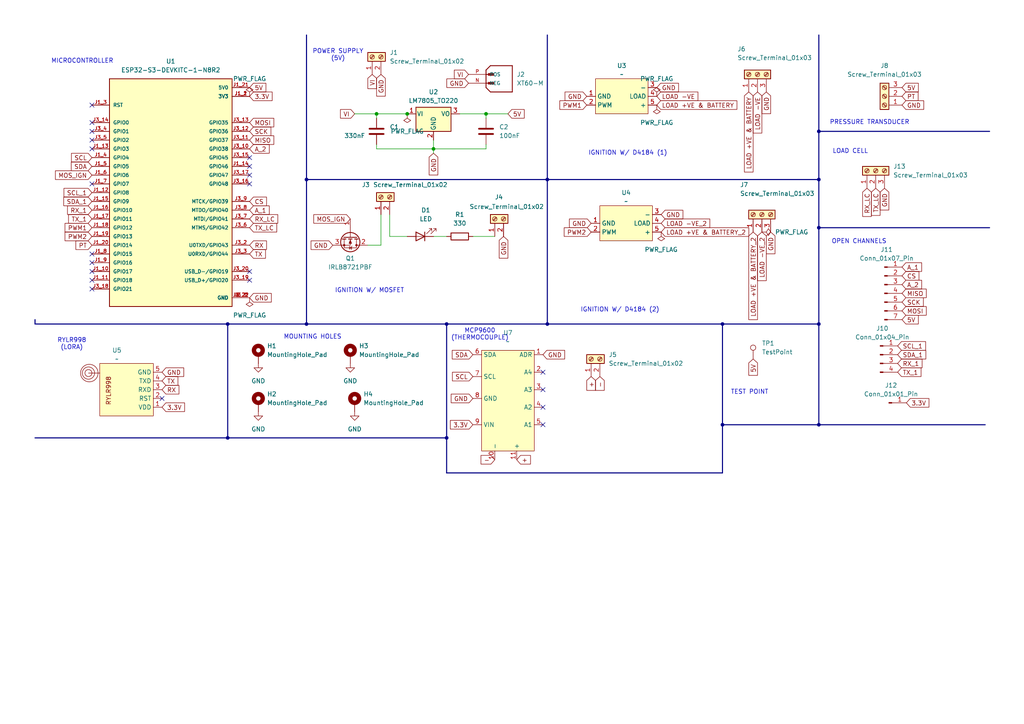
<source format=kicad_sch>
(kicad_sch
	(version 20231120)
	(generator "eeschema")
	(generator_version "8.0")
	(uuid "884287f6-9f83-461f-af73-eadc6b5f2dbf")
	(paper "A4")
	(lib_symbols
		(symbol "Connector:Conn_01x01_Pin"
			(pin_names
				(offset 1.016) hide)
			(exclude_from_sim no)
			(in_bom yes)
			(on_board yes)
			(property "Reference" "J"
				(at 0 2.54 0)
				(effects
					(font
						(size 1.27 1.27)
					)
				)
			)
			(property "Value" "Conn_01x01_Pin"
				(at 0 -2.54 0)
				(effects
					(font
						(size 1.27 1.27)
					)
				)
			)
			(property "Footprint" ""
				(at 0 0 0)
				(effects
					(font
						(size 1.27 1.27)
					)
					(hide yes)
				)
			)
			(property "Datasheet" "~"
				(at 0 0 0)
				(effects
					(font
						(size 1.27 1.27)
					)
					(hide yes)
				)
			)
			(property "Description" "Generic connector, single row, 01x01, script generated"
				(at 0 0 0)
				(effects
					(font
						(size 1.27 1.27)
					)
					(hide yes)
				)
			)
			(property "ki_locked" ""
				(at 0 0 0)
				(effects
					(font
						(size 1.27 1.27)
					)
				)
			)
			(property "ki_keywords" "connector"
				(at 0 0 0)
				(effects
					(font
						(size 1.27 1.27)
					)
					(hide yes)
				)
			)
			(property "ki_fp_filters" "Connector*:*_1x??_*"
				(at 0 0 0)
				(effects
					(font
						(size 1.27 1.27)
					)
					(hide yes)
				)
			)
			(symbol "Conn_01x01_Pin_1_1"
				(polyline
					(pts
						(xy 1.27 0) (xy 0.8636 0)
					)
					(stroke
						(width 0.1524)
						(type default)
					)
					(fill
						(type none)
					)
				)
				(rectangle
					(start 0.8636 0.127)
					(end 0 -0.127)
					(stroke
						(width 0.1524)
						(type default)
					)
					(fill
						(type outline)
					)
				)
				(pin passive line
					(at 5.08 0 180)
					(length 3.81)
					(name "Pin_1"
						(effects
							(font
								(size 1.27 1.27)
							)
						)
					)
					(number "1"
						(effects
							(font
								(size 1.27 1.27)
							)
						)
					)
				)
			)
		)
		(symbol "Connector:Conn_01x04_Pin"
			(pin_names
				(offset 1.016) hide)
			(exclude_from_sim no)
			(in_bom yes)
			(on_board yes)
			(property "Reference" "J"
				(at 0 5.08 0)
				(effects
					(font
						(size 1.27 1.27)
					)
				)
			)
			(property "Value" "Conn_01x04_Pin"
				(at 0 -7.62 0)
				(effects
					(font
						(size 1.27 1.27)
					)
				)
			)
			(property "Footprint" ""
				(at 0 0 0)
				(effects
					(font
						(size 1.27 1.27)
					)
					(hide yes)
				)
			)
			(property "Datasheet" "~"
				(at 0 0 0)
				(effects
					(font
						(size 1.27 1.27)
					)
					(hide yes)
				)
			)
			(property "Description" "Generic connector, single row, 01x04, script generated"
				(at 0 0 0)
				(effects
					(font
						(size 1.27 1.27)
					)
					(hide yes)
				)
			)
			(property "ki_locked" ""
				(at 0 0 0)
				(effects
					(font
						(size 1.27 1.27)
					)
				)
			)
			(property "ki_keywords" "connector"
				(at 0 0 0)
				(effects
					(font
						(size 1.27 1.27)
					)
					(hide yes)
				)
			)
			(property "ki_fp_filters" "Connector*:*_1x??_*"
				(at 0 0 0)
				(effects
					(font
						(size 1.27 1.27)
					)
					(hide yes)
				)
			)
			(symbol "Conn_01x04_Pin_1_1"
				(polyline
					(pts
						(xy 1.27 -5.08) (xy 0.8636 -5.08)
					)
					(stroke
						(width 0.1524)
						(type default)
					)
					(fill
						(type none)
					)
				)
				(polyline
					(pts
						(xy 1.27 -2.54) (xy 0.8636 -2.54)
					)
					(stroke
						(width 0.1524)
						(type default)
					)
					(fill
						(type none)
					)
				)
				(polyline
					(pts
						(xy 1.27 0) (xy 0.8636 0)
					)
					(stroke
						(width 0.1524)
						(type default)
					)
					(fill
						(type none)
					)
				)
				(polyline
					(pts
						(xy 1.27 2.54) (xy 0.8636 2.54)
					)
					(stroke
						(width 0.1524)
						(type default)
					)
					(fill
						(type none)
					)
				)
				(rectangle
					(start 0.8636 -4.953)
					(end 0 -5.207)
					(stroke
						(width 0.1524)
						(type default)
					)
					(fill
						(type outline)
					)
				)
				(rectangle
					(start 0.8636 -2.413)
					(end 0 -2.667)
					(stroke
						(width 0.1524)
						(type default)
					)
					(fill
						(type outline)
					)
				)
				(rectangle
					(start 0.8636 0.127)
					(end 0 -0.127)
					(stroke
						(width 0.1524)
						(type default)
					)
					(fill
						(type outline)
					)
				)
				(rectangle
					(start 0.8636 2.667)
					(end 0 2.413)
					(stroke
						(width 0.1524)
						(type default)
					)
					(fill
						(type outline)
					)
				)
				(pin passive line
					(at 5.08 2.54 180)
					(length 3.81)
					(name "Pin_1"
						(effects
							(font
								(size 1.27 1.27)
							)
						)
					)
					(number "1"
						(effects
							(font
								(size 1.27 1.27)
							)
						)
					)
				)
				(pin passive line
					(at 5.08 0 180)
					(length 3.81)
					(name "Pin_2"
						(effects
							(font
								(size 1.27 1.27)
							)
						)
					)
					(number "2"
						(effects
							(font
								(size 1.27 1.27)
							)
						)
					)
				)
				(pin passive line
					(at 5.08 -2.54 180)
					(length 3.81)
					(name "Pin_3"
						(effects
							(font
								(size 1.27 1.27)
							)
						)
					)
					(number "3"
						(effects
							(font
								(size 1.27 1.27)
							)
						)
					)
				)
				(pin passive line
					(at 5.08 -5.08 180)
					(length 3.81)
					(name "Pin_4"
						(effects
							(font
								(size 1.27 1.27)
							)
						)
					)
					(number "4"
						(effects
							(font
								(size 1.27 1.27)
							)
						)
					)
				)
			)
		)
		(symbol "Connector:Conn_01x07_Pin"
			(pin_names
				(offset 1.016) hide)
			(exclude_from_sim no)
			(in_bom yes)
			(on_board yes)
			(property "Reference" "J"
				(at 0 10.16 0)
				(effects
					(font
						(size 1.27 1.27)
					)
				)
			)
			(property "Value" "Conn_01x07_Pin"
				(at 0 -10.16 0)
				(effects
					(font
						(size 1.27 1.27)
					)
				)
			)
			(property "Footprint" ""
				(at 0 0 0)
				(effects
					(font
						(size 1.27 1.27)
					)
					(hide yes)
				)
			)
			(property "Datasheet" "~"
				(at 0 0 0)
				(effects
					(font
						(size 1.27 1.27)
					)
					(hide yes)
				)
			)
			(property "Description" "Generic connector, single row, 01x07, script generated"
				(at 0 0 0)
				(effects
					(font
						(size 1.27 1.27)
					)
					(hide yes)
				)
			)
			(property "ki_locked" ""
				(at 0 0 0)
				(effects
					(font
						(size 1.27 1.27)
					)
				)
			)
			(property "ki_keywords" "connector"
				(at 0 0 0)
				(effects
					(font
						(size 1.27 1.27)
					)
					(hide yes)
				)
			)
			(property "ki_fp_filters" "Connector*:*_1x??_*"
				(at 0 0 0)
				(effects
					(font
						(size 1.27 1.27)
					)
					(hide yes)
				)
			)
			(symbol "Conn_01x07_Pin_1_1"
				(polyline
					(pts
						(xy 1.27 -7.62) (xy 0.8636 -7.62)
					)
					(stroke
						(width 0.1524)
						(type default)
					)
					(fill
						(type none)
					)
				)
				(polyline
					(pts
						(xy 1.27 -5.08) (xy 0.8636 -5.08)
					)
					(stroke
						(width 0.1524)
						(type default)
					)
					(fill
						(type none)
					)
				)
				(polyline
					(pts
						(xy 1.27 -2.54) (xy 0.8636 -2.54)
					)
					(stroke
						(width 0.1524)
						(type default)
					)
					(fill
						(type none)
					)
				)
				(polyline
					(pts
						(xy 1.27 0) (xy 0.8636 0)
					)
					(stroke
						(width 0.1524)
						(type default)
					)
					(fill
						(type none)
					)
				)
				(polyline
					(pts
						(xy 1.27 2.54) (xy 0.8636 2.54)
					)
					(stroke
						(width 0.1524)
						(type default)
					)
					(fill
						(type none)
					)
				)
				(polyline
					(pts
						(xy 1.27 5.08) (xy 0.8636 5.08)
					)
					(stroke
						(width 0.1524)
						(type default)
					)
					(fill
						(type none)
					)
				)
				(polyline
					(pts
						(xy 1.27 7.62) (xy 0.8636 7.62)
					)
					(stroke
						(width 0.1524)
						(type default)
					)
					(fill
						(type none)
					)
				)
				(rectangle
					(start 0.8636 -7.493)
					(end 0 -7.747)
					(stroke
						(width 0.1524)
						(type default)
					)
					(fill
						(type outline)
					)
				)
				(rectangle
					(start 0.8636 -4.953)
					(end 0 -5.207)
					(stroke
						(width 0.1524)
						(type default)
					)
					(fill
						(type outline)
					)
				)
				(rectangle
					(start 0.8636 -2.413)
					(end 0 -2.667)
					(stroke
						(width 0.1524)
						(type default)
					)
					(fill
						(type outline)
					)
				)
				(rectangle
					(start 0.8636 0.127)
					(end 0 -0.127)
					(stroke
						(width 0.1524)
						(type default)
					)
					(fill
						(type outline)
					)
				)
				(rectangle
					(start 0.8636 2.667)
					(end 0 2.413)
					(stroke
						(width 0.1524)
						(type default)
					)
					(fill
						(type outline)
					)
				)
				(rectangle
					(start 0.8636 5.207)
					(end 0 4.953)
					(stroke
						(width 0.1524)
						(type default)
					)
					(fill
						(type outline)
					)
				)
				(rectangle
					(start 0.8636 7.747)
					(end 0 7.493)
					(stroke
						(width 0.1524)
						(type default)
					)
					(fill
						(type outline)
					)
				)
				(pin passive line
					(at 5.08 7.62 180)
					(length 3.81)
					(name "Pin_1"
						(effects
							(font
								(size 1.27 1.27)
							)
						)
					)
					(number "1"
						(effects
							(font
								(size 1.27 1.27)
							)
						)
					)
				)
				(pin passive line
					(at 5.08 5.08 180)
					(length 3.81)
					(name "Pin_2"
						(effects
							(font
								(size 1.27 1.27)
							)
						)
					)
					(number "2"
						(effects
							(font
								(size 1.27 1.27)
							)
						)
					)
				)
				(pin passive line
					(at 5.08 2.54 180)
					(length 3.81)
					(name "Pin_3"
						(effects
							(font
								(size 1.27 1.27)
							)
						)
					)
					(number "3"
						(effects
							(font
								(size 1.27 1.27)
							)
						)
					)
				)
				(pin passive line
					(at 5.08 0 180)
					(length 3.81)
					(name "Pin_4"
						(effects
							(font
								(size 1.27 1.27)
							)
						)
					)
					(number "4"
						(effects
							(font
								(size 1.27 1.27)
							)
						)
					)
				)
				(pin passive line
					(at 5.08 -2.54 180)
					(length 3.81)
					(name "Pin_5"
						(effects
							(font
								(size 1.27 1.27)
							)
						)
					)
					(number "5"
						(effects
							(font
								(size 1.27 1.27)
							)
						)
					)
				)
				(pin passive line
					(at 5.08 -5.08 180)
					(length 3.81)
					(name "Pin_6"
						(effects
							(font
								(size 1.27 1.27)
							)
						)
					)
					(number "6"
						(effects
							(font
								(size 1.27 1.27)
							)
						)
					)
				)
				(pin passive line
					(at 5.08 -7.62 180)
					(length 3.81)
					(name "Pin_7"
						(effects
							(font
								(size 1.27 1.27)
							)
						)
					)
					(number "7"
						(effects
							(font
								(size 1.27 1.27)
							)
						)
					)
				)
			)
		)
		(symbol "Connector:Screw_Terminal_01x02"
			(pin_names
				(offset 1.016) hide)
			(exclude_from_sim no)
			(in_bom yes)
			(on_board yes)
			(property "Reference" "J"
				(at 0 2.54 0)
				(effects
					(font
						(size 1.27 1.27)
					)
				)
			)
			(property "Value" "Screw_Terminal_01x02"
				(at 0 -5.08 0)
				(effects
					(font
						(size 1.27 1.27)
					)
				)
			)
			(property "Footprint" ""
				(at 0 0 0)
				(effects
					(font
						(size 1.27 1.27)
					)
					(hide yes)
				)
			)
			(property "Datasheet" "~"
				(at 0 0 0)
				(effects
					(font
						(size 1.27 1.27)
					)
					(hide yes)
				)
			)
			(property "Description" "Generic screw terminal, single row, 01x02, script generated (kicad-library-utils/schlib/autogen/connector/)"
				(at 0 0 0)
				(effects
					(font
						(size 1.27 1.27)
					)
					(hide yes)
				)
			)
			(property "ki_keywords" "screw terminal"
				(at 0 0 0)
				(effects
					(font
						(size 1.27 1.27)
					)
					(hide yes)
				)
			)
			(property "ki_fp_filters" "TerminalBlock*:*"
				(at 0 0 0)
				(effects
					(font
						(size 1.27 1.27)
					)
					(hide yes)
				)
			)
			(symbol "Screw_Terminal_01x02_1_1"
				(rectangle
					(start -1.27 1.27)
					(end 1.27 -3.81)
					(stroke
						(width 0.254)
						(type default)
					)
					(fill
						(type background)
					)
				)
				(circle
					(center 0 -2.54)
					(radius 0.635)
					(stroke
						(width 0.1524)
						(type default)
					)
					(fill
						(type none)
					)
				)
				(polyline
					(pts
						(xy -0.5334 -2.2098) (xy 0.3302 -3.048)
					)
					(stroke
						(width 0.1524)
						(type default)
					)
					(fill
						(type none)
					)
				)
				(polyline
					(pts
						(xy -0.5334 0.3302) (xy 0.3302 -0.508)
					)
					(stroke
						(width 0.1524)
						(type default)
					)
					(fill
						(type none)
					)
				)
				(polyline
					(pts
						(xy -0.3556 -2.032) (xy 0.508 -2.8702)
					)
					(stroke
						(width 0.1524)
						(type default)
					)
					(fill
						(type none)
					)
				)
				(polyline
					(pts
						(xy -0.3556 0.508) (xy 0.508 -0.3302)
					)
					(stroke
						(width 0.1524)
						(type default)
					)
					(fill
						(type none)
					)
				)
				(circle
					(center 0 0)
					(radius 0.635)
					(stroke
						(width 0.1524)
						(type default)
					)
					(fill
						(type none)
					)
				)
				(pin passive line
					(at -5.08 0 0)
					(length 3.81)
					(name "Pin_1"
						(effects
							(font
								(size 1.27 1.27)
							)
						)
					)
					(number "1"
						(effects
							(font
								(size 1.27 1.27)
							)
						)
					)
				)
				(pin passive line
					(at -5.08 -2.54 0)
					(length 3.81)
					(name "Pin_2"
						(effects
							(font
								(size 1.27 1.27)
							)
						)
					)
					(number "2"
						(effects
							(font
								(size 1.27 1.27)
							)
						)
					)
				)
			)
		)
		(symbol "Connector:Screw_Terminal_01x03"
			(pin_names
				(offset 1.016) hide)
			(exclude_from_sim no)
			(in_bom yes)
			(on_board yes)
			(property "Reference" "J"
				(at 0 5.08 0)
				(effects
					(font
						(size 1.27 1.27)
					)
				)
			)
			(property "Value" "Screw_Terminal_01x03"
				(at 0 -5.08 0)
				(effects
					(font
						(size 1.27 1.27)
					)
				)
			)
			(property "Footprint" ""
				(at 0 0 0)
				(effects
					(font
						(size 1.27 1.27)
					)
					(hide yes)
				)
			)
			(property "Datasheet" "~"
				(at 0 0 0)
				(effects
					(font
						(size 1.27 1.27)
					)
					(hide yes)
				)
			)
			(property "Description" "Generic screw terminal, single row, 01x03, script generated (kicad-library-utils/schlib/autogen/connector/)"
				(at 0 0 0)
				(effects
					(font
						(size 1.27 1.27)
					)
					(hide yes)
				)
			)
			(property "ki_keywords" "screw terminal"
				(at 0 0 0)
				(effects
					(font
						(size 1.27 1.27)
					)
					(hide yes)
				)
			)
			(property "ki_fp_filters" "TerminalBlock*:*"
				(at 0 0 0)
				(effects
					(font
						(size 1.27 1.27)
					)
					(hide yes)
				)
			)
			(symbol "Screw_Terminal_01x03_1_1"
				(rectangle
					(start -1.27 3.81)
					(end 1.27 -3.81)
					(stroke
						(width 0.254)
						(type default)
					)
					(fill
						(type background)
					)
				)
				(circle
					(center 0 -2.54)
					(radius 0.635)
					(stroke
						(width 0.1524)
						(type default)
					)
					(fill
						(type none)
					)
				)
				(polyline
					(pts
						(xy -0.5334 -2.2098) (xy 0.3302 -3.048)
					)
					(stroke
						(width 0.1524)
						(type default)
					)
					(fill
						(type none)
					)
				)
				(polyline
					(pts
						(xy -0.5334 0.3302) (xy 0.3302 -0.508)
					)
					(stroke
						(width 0.1524)
						(type default)
					)
					(fill
						(type none)
					)
				)
				(polyline
					(pts
						(xy -0.5334 2.8702) (xy 0.3302 2.032)
					)
					(stroke
						(width 0.1524)
						(type default)
					)
					(fill
						(type none)
					)
				)
				(polyline
					(pts
						(xy -0.3556 -2.032) (xy 0.508 -2.8702)
					)
					(stroke
						(width 0.1524)
						(type default)
					)
					(fill
						(type none)
					)
				)
				(polyline
					(pts
						(xy -0.3556 0.508) (xy 0.508 -0.3302)
					)
					(stroke
						(width 0.1524)
						(type default)
					)
					(fill
						(type none)
					)
				)
				(polyline
					(pts
						(xy -0.3556 3.048) (xy 0.508 2.2098)
					)
					(stroke
						(width 0.1524)
						(type default)
					)
					(fill
						(type none)
					)
				)
				(circle
					(center 0 0)
					(radius 0.635)
					(stroke
						(width 0.1524)
						(type default)
					)
					(fill
						(type none)
					)
				)
				(circle
					(center 0 2.54)
					(radius 0.635)
					(stroke
						(width 0.1524)
						(type default)
					)
					(fill
						(type none)
					)
				)
				(pin passive line
					(at -5.08 2.54 0)
					(length 3.81)
					(name "Pin_1"
						(effects
							(font
								(size 1.27 1.27)
							)
						)
					)
					(number "1"
						(effects
							(font
								(size 1.27 1.27)
							)
						)
					)
				)
				(pin passive line
					(at -5.08 0 0)
					(length 3.81)
					(name "Pin_2"
						(effects
							(font
								(size 1.27 1.27)
							)
						)
					)
					(number "2"
						(effects
							(font
								(size 1.27 1.27)
							)
						)
					)
				)
				(pin passive line
					(at -5.08 -2.54 0)
					(length 3.81)
					(name "Pin_3"
						(effects
							(font
								(size 1.27 1.27)
							)
						)
					)
					(number "3"
						(effects
							(font
								(size 1.27 1.27)
							)
						)
					)
				)
			)
		)
		(symbol "Connector:TestPoint"
			(pin_numbers hide)
			(pin_names
				(offset 0.762) hide)
			(exclude_from_sim no)
			(in_bom yes)
			(on_board yes)
			(property "Reference" "TP"
				(at 0 6.858 0)
				(effects
					(font
						(size 1.27 1.27)
					)
				)
			)
			(property "Value" "TestPoint"
				(at 0 5.08 0)
				(effects
					(font
						(size 1.27 1.27)
					)
				)
			)
			(property "Footprint" ""
				(at 5.08 0 0)
				(effects
					(font
						(size 1.27 1.27)
					)
					(hide yes)
				)
			)
			(property "Datasheet" "~"
				(at 5.08 0 0)
				(effects
					(font
						(size 1.27 1.27)
					)
					(hide yes)
				)
			)
			(property "Description" "test point"
				(at 0 0 0)
				(effects
					(font
						(size 1.27 1.27)
					)
					(hide yes)
				)
			)
			(property "ki_keywords" "test point tp"
				(at 0 0 0)
				(effects
					(font
						(size 1.27 1.27)
					)
					(hide yes)
				)
			)
			(property "ki_fp_filters" "Pin* Test*"
				(at 0 0 0)
				(effects
					(font
						(size 1.27 1.27)
					)
					(hide yes)
				)
			)
			(symbol "TestPoint_0_1"
				(circle
					(center 0 3.302)
					(radius 0.762)
					(stroke
						(width 0)
						(type default)
					)
					(fill
						(type none)
					)
				)
			)
			(symbol "TestPoint_1_1"
				(pin passive line
					(at 0 0 90)
					(length 2.54)
					(name "1"
						(effects
							(font
								(size 1.27 1.27)
							)
						)
					)
					(number "1"
						(effects
							(font
								(size 1.27 1.27)
							)
						)
					)
				)
			)
		)
		(symbol "D4184_1"
			(exclude_from_sim no)
			(in_bom yes)
			(on_board yes)
			(property "Reference" "U3"
				(at 0 2.54 0)
				(effects
					(font
						(size 1.27 1.27)
					)
				)
			)
			(property "Value" "~"
				(at 0 0 0)
				(effects
					(font
						(size 1.27 1.27)
					)
				)
			)
			(property "Footprint" ""
				(at 0 0 0)
				(effects
					(font
						(size 1.27 1.27)
					)
					(hide yes)
				)
			)
			(property "Datasheet" ""
				(at 0 0 0)
				(effects
					(font
						(size 1.27 1.27)
					)
					(hide yes)
				)
			)
			(property "Description" ""
				(at 0 0 0)
				(effects
					(font
						(size 1.27 1.27)
					)
					(hide yes)
				)
			)
			(symbol "D4184_1_1_1"
				(rectangle
					(start -7.62 -1.27)
					(end 7.62 -11.43)
					(stroke
						(width 0)
						(type default)
					)
					(fill
						(type background)
					)
				)
				(pin power_in line
					(at -10.16 -6.35 0)
					(length 2.54)
					(name "GND"
						(effects
							(font
								(size 1.27 1.27)
							)
						)
					)
					(number "1"
						(effects
							(font
								(size 1.27 1.27)
							)
						)
					)
				)
				(pin input line
					(at -10.16 -8.89 0)
					(length 2.54)
					(name "PWM"
						(effects
							(font
								(size 1.27 1.27)
							)
						)
					)
					(number "2"
						(effects
							(font
								(size 1.27 1.27)
							)
						)
					)
				)
				(pin power_in line
					(at 10.16 -3.81 180)
					(length 2.54)
					(name "-"
						(effects
							(font
								(size 1.27 1.27)
							)
						)
					)
					(number "3"
						(effects
							(font
								(size 1.27 1.27)
							)
						)
					)
				)
				(pin power_in line
					(at 10.16 -6.35 180)
					(length 2.54)
					(name "LOAD"
						(effects
							(font
								(size 1.27 1.27)
							)
						)
					)
					(number "4"
						(effects
							(font
								(size 1.27 1.27)
							)
						)
					)
				)
				(pin power_in line
					(at 10.16 -8.89 180)
					(length 2.54)
					(name "+"
						(effects
							(font
								(size 1.27 1.27)
							)
						)
					)
					(number "5"
						(effects
							(font
								(size 1.27 1.27)
							)
						)
					)
				)
			)
		)
		(symbol "Device:C"
			(pin_numbers hide)
			(pin_names
				(offset 0.254)
			)
			(exclude_from_sim no)
			(in_bom yes)
			(on_board yes)
			(property "Reference" "C"
				(at 0.635 2.54 0)
				(effects
					(font
						(size 1.27 1.27)
					)
					(justify left)
				)
			)
			(property "Value" "C"
				(at 0.635 -2.54 0)
				(effects
					(font
						(size 1.27 1.27)
					)
					(justify left)
				)
			)
			(property "Footprint" ""
				(at 0.9652 -3.81 0)
				(effects
					(font
						(size 1.27 1.27)
					)
					(hide yes)
				)
			)
			(property "Datasheet" "~"
				(at 0 0 0)
				(effects
					(font
						(size 1.27 1.27)
					)
					(hide yes)
				)
			)
			(property "Description" "Unpolarized capacitor"
				(at 0 0 0)
				(effects
					(font
						(size 1.27 1.27)
					)
					(hide yes)
				)
			)
			(property "ki_keywords" "cap capacitor"
				(at 0 0 0)
				(effects
					(font
						(size 1.27 1.27)
					)
					(hide yes)
				)
			)
			(property "ki_fp_filters" "C_*"
				(at 0 0 0)
				(effects
					(font
						(size 1.27 1.27)
					)
					(hide yes)
				)
			)
			(symbol "C_0_1"
				(polyline
					(pts
						(xy -2.032 -0.762) (xy 2.032 -0.762)
					)
					(stroke
						(width 0.508)
						(type default)
					)
					(fill
						(type none)
					)
				)
				(polyline
					(pts
						(xy -2.032 0.762) (xy 2.032 0.762)
					)
					(stroke
						(width 0.508)
						(type default)
					)
					(fill
						(type none)
					)
				)
			)
			(symbol "C_1_1"
				(pin passive line
					(at 0 3.81 270)
					(length 2.794)
					(name "~"
						(effects
							(font
								(size 1.27 1.27)
							)
						)
					)
					(number "1"
						(effects
							(font
								(size 1.27 1.27)
							)
						)
					)
				)
				(pin passive line
					(at 0 -3.81 90)
					(length 2.794)
					(name "~"
						(effects
							(font
								(size 1.27 1.27)
							)
						)
					)
					(number "2"
						(effects
							(font
								(size 1.27 1.27)
							)
						)
					)
				)
			)
		)
		(symbol "Device:LED"
			(pin_numbers hide)
			(pin_names
				(offset 1.016) hide)
			(exclude_from_sim no)
			(in_bom yes)
			(on_board yes)
			(property "Reference" "D"
				(at 0 2.54 0)
				(effects
					(font
						(size 1.27 1.27)
					)
				)
			)
			(property "Value" "LED"
				(at 0 -2.54 0)
				(effects
					(font
						(size 1.27 1.27)
					)
				)
			)
			(property "Footprint" ""
				(at 0 0 0)
				(effects
					(font
						(size 1.27 1.27)
					)
					(hide yes)
				)
			)
			(property "Datasheet" "~"
				(at 0 0 0)
				(effects
					(font
						(size 1.27 1.27)
					)
					(hide yes)
				)
			)
			(property "Description" "Light emitting diode"
				(at 0 0 0)
				(effects
					(font
						(size 1.27 1.27)
					)
					(hide yes)
				)
			)
			(property "ki_keywords" "LED diode"
				(at 0 0 0)
				(effects
					(font
						(size 1.27 1.27)
					)
					(hide yes)
				)
			)
			(property "ki_fp_filters" "LED* LED_SMD:* LED_THT:*"
				(at 0 0 0)
				(effects
					(font
						(size 1.27 1.27)
					)
					(hide yes)
				)
			)
			(symbol "LED_0_1"
				(polyline
					(pts
						(xy -1.27 -1.27) (xy -1.27 1.27)
					)
					(stroke
						(width 0.254)
						(type default)
					)
					(fill
						(type none)
					)
				)
				(polyline
					(pts
						(xy -1.27 0) (xy 1.27 0)
					)
					(stroke
						(width 0)
						(type default)
					)
					(fill
						(type none)
					)
				)
				(polyline
					(pts
						(xy 1.27 -1.27) (xy 1.27 1.27) (xy -1.27 0) (xy 1.27 -1.27)
					)
					(stroke
						(width 0.254)
						(type default)
					)
					(fill
						(type none)
					)
				)
				(polyline
					(pts
						(xy -3.048 -0.762) (xy -4.572 -2.286) (xy -3.81 -2.286) (xy -4.572 -2.286) (xy -4.572 -1.524)
					)
					(stroke
						(width 0)
						(type default)
					)
					(fill
						(type none)
					)
				)
				(polyline
					(pts
						(xy -1.778 -0.762) (xy -3.302 -2.286) (xy -2.54 -2.286) (xy -3.302 -2.286) (xy -3.302 -1.524)
					)
					(stroke
						(width 0)
						(type default)
					)
					(fill
						(type none)
					)
				)
			)
			(symbol "LED_1_1"
				(pin passive line
					(at -3.81 0 0)
					(length 2.54)
					(name "K"
						(effects
							(font
								(size 1.27 1.27)
							)
						)
					)
					(number "1"
						(effects
							(font
								(size 1.27 1.27)
							)
						)
					)
				)
				(pin passive line
					(at 3.81 0 180)
					(length 2.54)
					(name "A"
						(effects
							(font
								(size 1.27 1.27)
							)
						)
					)
					(number "2"
						(effects
							(font
								(size 1.27 1.27)
							)
						)
					)
				)
			)
		)
		(symbol "Device:R"
			(pin_numbers hide)
			(pin_names
				(offset 0)
			)
			(exclude_from_sim no)
			(in_bom yes)
			(on_board yes)
			(property "Reference" "R"
				(at 2.032 0 90)
				(effects
					(font
						(size 1.27 1.27)
					)
				)
			)
			(property "Value" "R"
				(at 0 0 90)
				(effects
					(font
						(size 1.27 1.27)
					)
				)
			)
			(property "Footprint" ""
				(at -1.778 0 90)
				(effects
					(font
						(size 1.27 1.27)
					)
					(hide yes)
				)
			)
			(property "Datasheet" "~"
				(at 0 0 0)
				(effects
					(font
						(size 1.27 1.27)
					)
					(hide yes)
				)
			)
			(property "Description" "Resistor"
				(at 0 0 0)
				(effects
					(font
						(size 1.27 1.27)
					)
					(hide yes)
				)
			)
			(property "ki_keywords" "R res resistor"
				(at 0 0 0)
				(effects
					(font
						(size 1.27 1.27)
					)
					(hide yes)
				)
			)
			(property "ki_fp_filters" "R_*"
				(at 0 0 0)
				(effects
					(font
						(size 1.27 1.27)
					)
					(hide yes)
				)
			)
			(symbol "R_0_1"
				(rectangle
					(start -1.016 -2.54)
					(end 1.016 2.54)
					(stroke
						(width 0.254)
						(type default)
					)
					(fill
						(type none)
					)
				)
			)
			(symbol "R_1_1"
				(pin passive line
					(at 0 3.81 270)
					(length 1.27)
					(name "~"
						(effects
							(font
								(size 1.27 1.27)
							)
						)
					)
					(number "1"
						(effects
							(font
								(size 1.27 1.27)
							)
						)
					)
				)
				(pin passive line
					(at 0 -3.81 90)
					(length 1.27)
					(name "~"
						(effects
							(font
								(size 1.27 1.27)
							)
						)
					)
					(number "2"
						(effects
							(font
								(size 1.27 1.27)
							)
						)
					)
				)
			)
		)
		(symbol "Mechanical:MountingHole_Pad"
			(pin_numbers hide)
			(pin_names
				(offset 1.016) hide)
			(exclude_from_sim yes)
			(in_bom no)
			(on_board yes)
			(property "Reference" "H"
				(at 0 6.35 0)
				(effects
					(font
						(size 1.27 1.27)
					)
				)
			)
			(property "Value" "MountingHole_Pad"
				(at 0 4.445 0)
				(effects
					(font
						(size 1.27 1.27)
					)
				)
			)
			(property "Footprint" ""
				(at 0 0 0)
				(effects
					(font
						(size 1.27 1.27)
					)
					(hide yes)
				)
			)
			(property "Datasheet" "~"
				(at 0 0 0)
				(effects
					(font
						(size 1.27 1.27)
					)
					(hide yes)
				)
			)
			(property "Description" "Mounting Hole with connection"
				(at 0 0 0)
				(effects
					(font
						(size 1.27 1.27)
					)
					(hide yes)
				)
			)
			(property "ki_keywords" "mounting hole"
				(at 0 0 0)
				(effects
					(font
						(size 1.27 1.27)
					)
					(hide yes)
				)
			)
			(property "ki_fp_filters" "MountingHole*Pad*"
				(at 0 0 0)
				(effects
					(font
						(size 1.27 1.27)
					)
					(hide yes)
				)
			)
			(symbol "MountingHole_Pad_0_1"
				(circle
					(center 0 1.27)
					(radius 1.27)
					(stroke
						(width 1.27)
						(type default)
					)
					(fill
						(type none)
					)
				)
			)
			(symbol "MountingHole_Pad_1_1"
				(pin input line
					(at 0 -2.54 90)
					(length 2.54)
					(name "1"
						(effects
							(font
								(size 1.27 1.27)
							)
						)
					)
					(number "1"
						(effects
							(font
								(size 1.27 1.27)
							)
						)
					)
				)
			)
		)
		(symbol "Regulator_Linear:LM7805_TO220"
			(pin_names
				(offset 0.254)
			)
			(exclude_from_sim no)
			(in_bom yes)
			(on_board yes)
			(property "Reference" "U"
				(at -3.81 3.175 0)
				(effects
					(font
						(size 1.27 1.27)
					)
				)
			)
			(property "Value" "LM7805_TO220"
				(at 0 3.175 0)
				(effects
					(font
						(size 1.27 1.27)
					)
					(justify left)
				)
			)
			(property "Footprint" "Package_TO_SOT_THT:TO-220-3_Vertical"
				(at 0 5.715 0)
				(effects
					(font
						(size 1.27 1.27)
						(italic yes)
					)
					(hide yes)
				)
			)
			(property "Datasheet" "https://www.onsemi.cn/PowerSolutions/document/MC7800-D.PDF"
				(at 0 -1.27 0)
				(effects
					(font
						(size 1.27 1.27)
					)
					(hide yes)
				)
			)
			(property "Description" "Positive 1A 35V Linear Regulator, Fixed Output 5V, TO-220"
				(at 0 0 0)
				(effects
					(font
						(size 1.27 1.27)
					)
					(hide yes)
				)
			)
			(property "ki_keywords" "Voltage Regulator 1A Positive"
				(at 0 0 0)
				(effects
					(font
						(size 1.27 1.27)
					)
					(hide yes)
				)
			)
			(property "ki_fp_filters" "TO?220*"
				(at 0 0 0)
				(effects
					(font
						(size 1.27 1.27)
					)
					(hide yes)
				)
			)
			(symbol "LM7805_TO220_0_1"
				(rectangle
					(start -5.08 1.905)
					(end 5.08 -5.08)
					(stroke
						(width 0.254)
						(type default)
					)
					(fill
						(type background)
					)
				)
			)
			(symbol "LM7805_TO220_1_1"
				(pin power_in line
					(at -7.62 0 0)
					(length 2.54)
					(name "VI"
						(effects
							(font
								(size 1.27 1.27)
							)
						)
					)
					(number "1"
						(effects
							(font
								(size 1.27 1.27)
							)
						)
					)
				)
				(pin power_in line
					(at 0 -7.62 90)
					(length 2.54)
					(name "GND"
						(effects
							(font
								(size 1.27 1.27)
							)
						)
					)
					(number "2"
						(effects
							(font
								(size 1.27 1.27)
							)
						)
					)
				)
				(pin power_out line
					(at 7.62 0 180)
					(length 2.54)
					(name "VO"
						(effects
							(font
								(size 1.27 1.27)
							)
						)
					)
					(number "3"
						(effects
							(font
								(size 1.27 1.27)
							)
						)
					)
				)
			)
		)
		(symbol "Transistor_FET:IRLB8721PBF"
			(pin_names hide)
			(exclude_from_sim no)
			(in_bom yes)
			(on_board yes)
			(property "Reference" "Q"
				(at 5.08 1.905 0)
				(effects
					(font
						(size 1.27 1.27)
					)
					(justify left)
				)
			)
			(property "Value" "IRLB8721PBF"
				(at 5.08 0 0)
				(effects
					(font
						(size 1.27 1.27)
					)
					(justify left)
				)
			)
			(property "Footprint" "Package_TO_SOT_THT:TO-220-3_Vertical"
				(at 5.08 -1.905 0)
				(effects
					(font
						(size 1.27 1.27)
						(italic yes)
					)
					(justify left)
					(hide yes)
				)
			)
			(property "Datasheet" "http://www.infineon.com/dgdl/irlb8721pbf.pdf?fileId=5546d462533600a40153566056732591"
				(at 5.08 -3.81 0)
				(effects
					(font
						(size 1.27 1.27)
					)
					(justify left)
					(hide yes)
				)
			)
			(property "Description" "62A Id, 30V Vds, 8.7 mOhm Rds, N-Channel HEXFET Power MOSFET, TO-220"
				(at 0 0 0)
				(effects
					(font
						(size 1.27 1.27)
					)
					(hide yes)
				)
			)
			(property "ki_keywords" "N-Channel HEXFET MOSFET Logic-Level"
				(at 0 0 0)
				(effects
					(font
						(size 1.27 1.27)
					)
					(hide yes)
				)
			)
			(property "ki_fp_filters" "TO?220*"
				(at 0 0 0)
				(effects
					(font
						(size 1.27 1.27)
					)
					(hide yes)
				)
			)
			(symbol "IRLB8721PBF_0_1"
				(polyline
					(pts
						(xy 0.254 0) (xy -2.54 0)
					)
					(stroke
						(width 0)
						(type default)
					)
					(fill
						(type none)
					)
				)
				(polyline
					(pts
						(xy 0.254 1.905) (xy 0.254 -1.905)
					)
					(stroke
						(width 0.254)
						(type default)
					)
					(fill
						(type none)
					)
				)
				(polyline
					(pts
						(xy 0.762 -1.27) (xy 0.762 -2.286)
					)
					(stroke
						(width 0.254)
						(type default)
					)
					(fill
						(type none)
					)
				)
				(polyline
					(pts
						(xy 0.762 0.508) (xy 0.762 -0.508)
					)
					(stroke
						(width 0.254)
						(type default)
					)
					(fill
						(type none)
					)
				)
				(polyline
					(pts
						(xy 0.762 2.286) (xy 0.762 1.27)
					)
					(stroke
						(width 0.254)
						(type default)
					)
					(fill
						(type none)
					)
				)
				(polyline
					(pts
						(xy 2.54 2.54) (xy 2.54 1.778)
					)
					(stroke
						(width 0)
						(type default)
					)
					(fill
						(type none)
					)
				)
				(polyline
					(pts
						(xy 2.54 -2.54) (xy 2.54 0) (xy 0.762 0)
					)
					(stroke
						(width 0)
						(type default)
					)
					(fill
						(type none)
					)
				)
				(polyline
					(pts
						(xy 0.762 -1.778) (xy 3.302 -1.778) (xy 3.302 1.778) (xy 0.762 1.778)
					)
					(stroke
						(width 0)
						(type default)
					)
					(fill
						(type none)
					)
				)
				(polyline
					(pts
						(xy 1.016 0) (xy 2.032 0.381) (xy 2.032 -0.381) (xy 1.016 0)
					)
					(stroke
						(width 0)
						(type default)
					)
					(fill
						(type outline)
					)
				)
				(polyline
					(pts
						(xy 2.794 0.508) (xy 2.921 0.381) (xy 3.683 0.381) (xy 3.81 0.254)
					)
					(stroke
						(width 0)
						(type default)
					)
					(fill
						(type none)
					)
				)
				(polyline
					(pts
						(xy 3.302 0.381) (xy 2.921 -0.254) (xy 3.683 -0.254) (xy 3.302 0.381)
					)
					(stroke
						(width 0)
						(type default)
					)
					(fill
						(type none)
					)
				)
				(circle
					(center 1.651 0)
					(radius 2.794)
					(stroke
						(width 0.254)
						(type default)
					)
					(fill
						(type none)
					)
				)
				(circle
					(center 2.54 -1.778)
					(radius 0.254)
					(stroke
						(width 0)
						(type default)
					)
					(fill
						(type outline)
					)
				)
				(circle
					(center 2.54 1.778)
					(radius 0.254)
					(stroke
						(width 0)
						(type default)
					)
					(fill
						(type outline)
					)
				)
			)
			(symbol "IRLB8721PBF_1_1"
				(pin input line
					(at -5.08 0 0)
					(length 2.54)
					(name "G"
						(effects
							(font
								(size 1.27 1.27)
							)
						)
					)
					(number "1"
						(effects
							(font
								(size 1.27 1.27)
							)
						)
					)
				)
				(pin passive line
					(at 2.54 5.08 270)
					(length 2.54)
					(name "D"
						(effects
							(font
								(size 1.27 1.27)
							)
						)
					)
					(number "2"
						(effects
							(font
								(size 1.27 1.27)
							)
						)
					)
				)
				(pin passive line
					(at 2.54 -5.08 90)
					(length 2.54)
					(name "S"
						(effects
							(font
								(size 1.27 1.27)
							)
						)
					)
					(number "3"
						(effects
							(font
								(size 1.27 1.27)
							)
						)
					)
				)
			)
		)
		(symbol "launchcontrol:D4184"
			(exclude_from_sim no)
			(in_bom yes)
			(on_board yes)
			(property "Reference" "U4"
				(at 0 2.54 0)
				(effects
					(font
						(size 1.27 1.27)
					)
				)
			)
			(property "Value" "~"
				(at 0 0 0)
				(effects
					(font
						(size 1.27 1.27)
					)
				)
			)
			(property "Footprint" ""
				(at 0 0 0)
				(effects
					(font
						(size 1.27 1.27)
					)
					(hide yes)
				)
			)
			(property "Datasheet" ""
				(at 0 0 0)
				(effects
					(font
						(size 1.27 1.27)
					)
					(hide yes)
				)
			)
			(property "Description" ""
				(at 0 0 0)
				(effects
					(font
						(size 1.27 1.27)
					)
					(hide yes)
				)
			)
			(symbol "D4184_1_1"
				(rectangle
					(start -7.62 -1.27)
					(end 7.62 -11.43)
					(stroke
						(width 0)
						(type default)
					)
					(fill
						(type background)
					)
				)
				(pin power_in line
					(at -10.16 -6.35 0)
					(length 2.54)
					(name "GND"
						(effects
							(font
								(size 1.27 1.27)
							)
						)
					)
					(number "1"
						(effects
							(font
								(size 1.27 1.27)
							)
						)
					)
				)
				(pin input line
					(at -10.16 -8.89 0)
					(length 2.54)
					(name "PWM"
						(effects
							(font
								(size 1.27 1.27)
							)
						)
					)
					(number "2"
						(effects
							(font
								(size 1.27 1.27)
							)
						)
					)
				)
				(pin power_in line
					(at 10.16 -3.81 180)
					(length 2.54)
					(name "-"
						(effects
							(font
								(size 1.27 1.27)
							)
						)
					)
					(number "3"
						(effects
							(font
								(size 1.27 1.27)
							)
						)
					)
				)
				(pin power_in line
					(at 10.16 -6.35 180)
					(length 2.54)
					(name "LOAD"
						(effects
							(font
								(size 1.27 1.27)
							)
						)
					)
					(number "4"
						(effects
							(font
								(size 1.27 1.27)
							)
						)
					)
				)
				(pin power_in line
					(at 10.16 -8.89 180)
					(length 2.54)
					(name "+"
						(effects
							(font
								(size 1.27 1.27)
							)
						)
					)
					(number "5"
						(effects
							(font
								(size 1.27 1.27)
							)
						)
					)
				)
			)
		)
		(symbol "launchcontrol:ESP32-S3-DEVKITC-1-N8R2"
			(pin_names
				(offset 1.016)
			)
			(exclude_from_sim no)
			(in_bom yes)
			(on_board yes)
			(property "Reference" "U"
				(at -17.78 35.56 0)
				(effects
					(font
						(size 1.27 1.27)
					)
					(justify left top)
				)
			)
			(property "Value" "ESP32-S3-DEVKITC-1-N8R2"
				(at -17.78 -35.56 0)
				(effects
					(font
						(size 1.27 1.27)
					)
					(justify left bottom)
				)
			)
			(property "Footprint" "ESP32-S3-DEVKITC-1-N8R2:XCVR_ESP32-S3-DEVKITC-1-N8R2"
				(at 0 0 0)
				(effects
					(font
						(size 1.27 1.27)
					)
					(justify bottom)
					(hide yes)
				)
			)
			(property "Datasheet" ""
				(at 0 0 0)
				(effects
					(font
						(size 1.27 1.27)
					)
					(hide yes)
				)
			)
			(property "Description" ""
				(at 0 0 0)
				(effects
					(font
						(size 1.27 1.27)
					)
					(hide yes)
				)
			)
			(property "MF" "Espressif Systems"
				(at 0 0 0)
				(effects
					(font
						(size 1.27 1.27)
					)
					(justify bottom)
					(hide yes)
				)
			)
			(property "Description_1" "\n                        \n                            WiFi Development Tools - 802.11 ESP32-S3 general-purpose development board, embeds ESP32-S3-WROOM-1-N8R2, with pin header\n                        \n"
				(at 0 0 0)
				(effects
					(font
						(size 1.27 1.27)
					)
					(justify bottom)
					(hide yes)
				)
			)
			(property "Package" "None"
				(at 0 0 0)
				(effects
					(font
						(size 1.27 1.27)
					)
					(justify bottom)
					(hide yes)
				)
			)
			(property "Price" "None"
				(at 0 0 0)
				(effects
					(font
						(size 1.27 1.27)
					)
					(justify bottom)
					(hide yes)
				)
			)
			(property "Check_prices" "https://www.snapeda.com/parts/ESP32-S3-DEVKITC-1-N8R2/Espressif+Systems/view-part/?ref=eda"
				(at 0 0 0)
				(effects
					(font
						(size 1.27 1.27)
					)
					(justify bottom)
					(hide yes)
				)
			)
			(property "STANDARD" "Manufacturer Recommendations"
				(at 0 0 0)
				(effects
					(font
						(size 1.27 1.27)
					)
					(justify bottom)
					(hide yes)
				)
			)
			(property "PARTREV" "V1"
				(at 0 0 0)
				(effects
					(font
						(size 1.27 1.27)
					)
					(justify bottom)
					(hide yes)
				)
			)
			(property "SnapEDA_Link" "https://www.snapeda.com/parts/ESP32-S3-DEVKITC-1-N8R2/Espressif+Systems/view-part/?ref=snap"
				(at 0 0 0)
				(effects
					(font
						(size 1.27 1.27)
					)
					(justify bottom)
					(hide yes)
				)
			)
			(property "MP" "ESP32-S3-DEVKITC-1-N8R2"
				(at 0 0 0)
				(effects
					(font
						(size 1.27 1.27)
					)
					(justify bottom)
					(hide yes)
				)
			)
			(property "Availability" "In Stock"
				(at 0 0 0)
				(effects
					(font
						(size 1.27 1.27)
					)
					(justify bottom)
					(hide yes)
				)
			)
			(property "MANUFACTURER" "Espressif"
				(at 0 0 0)
				(effects
					(font
						(size 1.27 1.27)
					)
					(justify bottom)
					(hide yes)
				)
			)
			(symbol "ESP32-S3-DEVKITC-1-N8R2_0_0"
				(rectangle
					(start -17.78 -33.02)
					(end 17.78 33.02)
					(stroke
						(width 0.254)
						(type default)
					)
					(fill
						(type background)
					)
				)
				(pin power_in line
					(at 22.86 27.94 180)
					(length 5.08)
					(name "3V3"
						(effects
							(font
								(size 1.016 1.016)
							)
						)
					)
					(number "J1_1"
						(effects
							(font
								(size 1.016 1.016)
							)
						)
					)
				)
				(pin bidirectional line
					(at -22.86 -22.86 0)
					(length 5.08)
					(name "GPIO17"
						(effects
							(font
								(size 1.016 1.016)
							)
						)
					)
					(number "J1_10"
						(effects
							(font
								(size 1.016 1.016)
							)
						)
					)
				)
				(pin bidirectional line
					(at -22.86 -25.4 0)
					(length 5.08)
					(name "GPIO18"
						(effects
							(font
								(size 1.016 1.016)
							)
						)
					)
					(number "J1_11"
						(effects
							(font
								(size 1.016 1.016)
							)
						)
					)
				)
				(pin bidirectional line
					(at -22.86 0 0)
					(length 5.08)
					(name "GPIO8"
						(effects
							(font
								(size 1.016 1.016)
							)
						)
					)
					(number "J1_12"
						(effects
							(font
								(size 1.016 1.016)
							)
						)
					)
				)
				(pin bidirectional line
					(at -22.86 12.7 0)
					(length 5.08)
					(name "GPIO3"
						(effects
							(font
								(size 1.016 1.016)
							)
						)
					)
					(number "J1_13"
						(effects
							(font
								(size 1.016 1.016)
							)
						)
					)
				)
				(pin bidirectional line
					(at 22.86 7.62 180)
					(length 5.08)
					(name "GPIO46"
						(effects
							(font
								(size 1.016 1.016)
							)
						)
					)
					(number "J1_14"
						(effects
							(font
								(size 1.016 1.016)
							)
						)
					)
				)
				(pin bidirectional line
					(at -22.86 -2.54 0)
					(length 5.08)
					(name "GPIO9"
						(effects
							(font
								(size 1.016 1.016)
							)
						)
					)
					(number "J1_15"
						(effects
							(font
								(size 1.016 1.016)
							)
						)
					)
				)
				(pin bidirectional line
					(at -22.86 -5.08 0)
					(length 5.08)
					(name "GPIO10"
						(effects
							(font
								(size 1.016 1.016)
							)
						)
					)
					(number "J1_16"
						(effects
							(font
								(size 1.016 1.016)
							)
						)
					)
				)
				(pin bidirectional line
					(at -22.86 -7.62 0)
					(length 5.08)
					(name "GPIO11"
						(effects
							(font
								(size 1.016 1.016)
							)
						)
					)
					(number "J1_17"
						(effects
							(font
								(size 1.016 1.016)
							)
						)
					)
				)
				(pin bidirectional line
					(at -22.86 -10.16 0)
					(length 5.08)
					(name "GPIO12"
						(effects
							(font
								(size 1.016 1.016)
							)
						)
					)
					(number "J1_18"
						(effects
							(font
								(size 1.016 1.016)
							)
						)
					)
				)
				(pin bidirectional line
					(at -22.86 -12.7 0)
					(length 5.08)
					(name "GPIO13"
						(effects
							(font
								(size 1.016 1.016)
							)
						)
					)
					(number "J1_19"
						(effects
							(font
								(size 1.016 1.016)
							)
						)
					)
				)
				(pin power_in line
					(at 22.86 27.94 180)
					(length 5.08)
					(name "3V3"
						(effects
							(font
								(size 1.016 1.016)
							)
						)
					)
					(number "J1_2"
						(effects
							(font
								(size 1.016 1.016)
							)
						)
					)
				)
				(pin bidirectional line
					(at -22.86 -15.24 0)
					(length 5.08)
					(name "GPIO14"
						(effects
							(font
								(size 1.016 1.016)
							)
						)
					)
					(number "J1_20"
						(effects
							(font
								(size 1.016 1.016)
							)
						)
					)
				)
				(pin power_in line
					(at 22.86 30.48 180)
					(length 5.08)
					(name "5V0"
						(effects
							(font
								(size 1.016 1.016)
							)
						)
					)
					(number "J1_21"
						(effects
							(font
								(size 1.016 1.016)
							)
						)
					)
				)
				(pin power_in line
					(at 22.86 -30.48 180)
					(length 5.08)
					(name "GND"
						(effects
							(font
								(size 1.016 1.016)
							)
						)
					)
					(number "J1_22"
						(effects
							(font
								(size 1.016 1.016)
							)
						)
					)
				)
				(pin input line
					(at -22.86 25.4 0)
					(length 5.08)
					(name "RST"
						(effects
							(font
								(size 1.016 1.016)
							)
						)
					)
					(number "J1_3"
						(effects
							(font
								(size 1.016 1.016)
							)
						)
					)
				)
				(pin bidirectional line
					(at -22.86 10.16 0)
					(length 5.08)
					(name "GPIO4"
						(effects
							(font
								(size 1.016 1.016)
							)
						)
					)
					(number "J1_4"
						(effects
							(font
								(size 1.016 1.016)
							)
						)
					)
				)
				(pin bidirectional line
					(at -22.86 7.62 0)
					(length 5.08)
					(name "GPIO5"
						(effects
							(font
								(size 1.016 1.016)
							)
						)
					)
					(number "J1_5"
						(effects
							(font
								(size 1.016 1.016)
							)
						)
					)
				)
				(pin bidirectional line
					(at -22.86 5.08 0)
					(length 5.08)
					(name "GPIO6"
						(effects
							(font
								(size 1.016 1.016)
							)
						)
					)
					(number "J1_6"
						(effects
							(font
								(size 1.016 1.016)
							)
						)
					)
				)
				(pin bidirectional line
					(at -22.86 2.54 0)
					(length 5.08)
					(name "GPIO7"
						(effects
							(font
								(size 1.016 1.016)
							)
						)
					)
					(number "J1_7"
						(effects
							(font
								(size 1.016 1.016)
							)
						)
					)
				)
				(pin bidirectional line
					(at -22.86 -17.78 0)
					(length 5.08)
					(name "GPIO15"
						(effects
							(font
								(size 1.016 1.016)
							)
						)
					)
					(number "J1_8"
						(effects
							(font
								(size 1.016 1.016)
							)
						)
					)
				)
				(pin bidirectional line
					(at -22.86 -20.32 0)
					(length 5.08)
					(name "GPIO16"
						(effects
							(font
								(size 1.016 1.016)
							)
						)
					)
					(number "J1_9"
						(effects
							(font
								(size 1.016 1.016)
							)
						)
					)
				)
				(pin power_in line
					(at 22.86 -30.48 180)
					(length 5.08)
					(name "GND"
						(effects
							(font
								(size 1.016 1.016)
							)
						)
					)
					(number "J3_1"
						(effects
							(font
								(size 1.016 1.016)
							)
						)
					)
				)
				(pin bidirectional line
					(at 22.86 12.7 180)
					(length 5.08)
					(name "GPIO38"
						(effects
							(font
								(size 1.016 1.016)
							)
						)
					)
					(number "J3_10"
						(effects
							(font
								(size 1.016 1.016)
							)
						)
					)
				)
				(pin bidirectional line
					(at 22.86 15.24 180)
					(length 5.08)
					(name "GPIO37"
						(effects
							(font
								(size 1.016 1.016)
							)
						)
					)
					(number "J3_11"
						(effects
							(font
								(size 1.016 1.016)
							)
						)
					)
				)
				(pin bidirectional line
					(at 22.86 17.78 180)
					(length 5.08)
					(name "GPIO36"
						(effects
							(font
								(size 1.016 1.016)
							)
						)
					)
					(number "J3_12"
						(effects
							(font
								(size 1.016 1.016)
							)
						)
					)
				)
				(pin bidirectional line
					(at 22.86 20.32 180)
					(length 5.08)
					(name "GPIO35"
						(effects
							(font
								(size 1.016 1.016)
							)
						)
					)
					(number "J3_13"
						(effects
							(font
								(size 1.016 1.016)
							)
						)
					)
				)
				(pin bidirectional line
					(at -22.86 20.32 0)
					(length 5.08)
					(name "GPIO0"
						(effects
							(font
								(size 1.016 1.016)
							)
						)
					)
					(number "J3_14"
						(effects
							(font
								(size 1.016 1.016)
							)
						)
					)
				)
				(pin bidirectional line
					(at 22.86 10.16 180)
					(length 5.08)
					(name "GPIO45"
						(effects
							(font
								(size 1.016 1.016)
							)
						)
					)
					(number "J3_15"
						(effects
							(font
								(size 1.016 1.016)
							)
						)
					)
				)
				(pin bidirectional line
					(at 22.86 2.54 180)
					(length 5.08)
					(name "GPIO48"
						(effects
							(font
								(size 1.016 1.016)
							)
						)
					)
					(number "J3_16"
						(effects
							(font
								(size 1.016 1.016)
							)
						)
					)
				)
				(pin bidirectional line
					(at 22.86 5.08 180)
					(length 5.08)
					(name "GPIO47"
						(effects
							(font
								(size 1.016 1.016)
							)
						)
					)
					(number "J3_17"
						(effects
							(font
								(size 1.016 1.016)
							)
						)
					)
				)
				(pin bidirectional line
					(at -22.86 -27.94 0)
					(length 5.08)
					(name "GPIO21"
						(effects
							(font
								(size 1.016 1.016)
							)
						)
					)
					(number "J3_18"
						(effects
							(font
								(size 1.016 1.016)
							)
						)
					)
				)
				(pin bidirectional line
					(at 22.86 -25.4 180)
					(length 5.08)
					(name "USB_D+/GPIO20"
						(effects
							(font
								(size 1.016 1.016)
							)
						)
					)
					(number "J3_19"
						(effects
							(font
								(size 1.016 1.016)
							)
						)
					)
				)
				(pin bidirectional line
					(at 22.86 -15.24 180)
					(length 5.08)
					(name "U0TXD/GPIO43"
						(effects
							(font
								(size 1.016 1.016)
							)
						)
					)
					(number "J3_2"
						(effects
							(font
								(size 1.016 1.016)
							)
						)
					)
				)
				(pin bidirectional line
					(at 22.86 -22.86 180)
					(length 5.08)
					(name "USB_D-/GPIO19"
						(effects
							(font
								(size 1.016 1.016)
							)
						)
					)
					(number "J3_20"
						(effects
							(font
								(size 1.016 1.016)
							)
						)
					)
				)
				(pin power_in line
					(at 22.86 -30.48 180)
					(length 5.08)
					(name "GND"
						(effects
							(font
								(size 1.016 1.016)
							)
						)
					)
					(number "J3_21"
						(effects
							(font
								(size 1.016 1.016)
							)
						)
					)
				)
				(pin power_in line
					(at 22.86 -30.48 180)
					(length 5.08)
					(name "GND"
						(effects
							(font
								(size 1.016 1.016)
							)
						)
					)
					(number "J3_22"
						(effects
							(font
								(size 1.016 1.016)
							)
						)
					)
				)
				(pin bidirectional line
					(at 22.86 -17.78 180)
					(length 5.08)
					(name "U0RXD/GPIO44"
						(effects
							(font
								(size 1.016 1.016)
							)
						)
					)
					(number "J3_3"
						(effects
							(font
								(size 1.016 1.016)
							)
						)
					)
				)
				(pin bidirectional line
					(at -22.86 17.78 0)
					(length 5.08)
					(name "GPIO1"
						(effects
							(font
								(size 1.016 1.016)
							)
						)
					)
					(number "J3_4"
						(effects
							(font
								(size 1.016 1.016)
							)
						)
					)
				)
				(pin bidirectional line
					(at -22.86 15.24 0)
					(length 5.08)
					(name "GPIO2"
						(effects
							(font
								(size 1.016 1.016)
							)
						)
					)
					(number "J3_5"
						(effects
							(font
								(size 1.016 1.016)
							)
						)
					)
				)
				(pin bidirectional line
					(at 22.86 -10.16 180)
					(length 5.08)
					(name "MTMS/GPIO42"
						(effects
							(font
								(size 1.016 1.016)
							)
						)
					)
					(number "J3_6"
						(effects
							(font
								(size 1.016 1.016)
							)
						)
					)
				)
				(pin bidirectional line
					(at 22.86 -7.62 180)
					(length 5.08)
					(name "MTDI/GPIO41"
						(effects
							(font
								(size 1.016 1.016)
							)
						)
					)
					(number "J3_7"
						(effects
							(font
								(size 1.016 1.016)
							)
						)
					)
				)
				(pin bidirectional line
					(at 22.86 -5.08 180)
					(length 5.08)
					(name "MTDO/GPIO40"
						(effects
							(font
								(size 1.016 1.016)
							)
						)
					)
					(number "J3_8"
						(effects
							(font
								(size 1.016 1.016)
							)
						)
					)
				)
				(pin bidirectional line
					(at 22.86 -2.54 180)
					(length 5.08)
					(name "MTCK/GPIO39"
						(effects
							(font
								(size 1.016 1.016)
							)
						)
					)
					(number "J3_9"
						(effects
							(font
								(size 1.016 1.016)
							)
						)
					)
				)
			)
		)
		(symbol "launchcontrol:MCP9600"
			(exclude_from_sim no)
			(in_bom yes)
			(on_board yes)
			(property "Reference" "U"
				(at 0 0 0)
				(effects
					(font
						(size 1.27 1.27)
					)
				)
			)
			(property "Value" ""
				(at 0 0 0)
				(effects
					(font
						(size 1.27 1.27)
					)
				)
			)
			(property "Footprint" ""
				(at 0 0 0)
				(effects
					(font
						(size 1.27 1.27)
					)
					(hide yes)
				)
			)
			(property "Datasheet" ""
				(at 0 0 0)
				(effects
					(font
						(size 1.27 1.27)
					)
					(hide yes)
				)
			)
			(property "Description" ""
				(at 0 0 0)
				(effects
					(font
						(size 1.27 1.27)
					)
					(hide yes)
				)
			)
			(symbol "MCP9600_1_1"
				(rectangle
					(start -7.62 -2.54)
					(end 7.62 -31.75)
					(stroke
						(width 0)
						(type default)
					)
					(fill
						(type background)
					)
				)
				(pin input line
					(at 10.16 -3.81 180)
					(length 2.54)
					(name "ADR"
						(effects
							(font
								(size 1.27 1.27)
							)
						)
					)
					(number "1"
						(effects
							(font
								(size 1.27 1.27)
							)
						)
					)
				)
				(pin bidirectional line
					(at -3.81 -34.29 90)
					(length 2.54)
					(name "-"
						(effects
							(font
								(size 1.27 1.27)
							)
						)
					)
					(number "10"
						(effects
							(font
								(size 1.27 1.27)
							)
						)
					)
				)
				(pin bidirectional line
					(at 2.54 -34.29 90)
					(length 2.54)
					(name "+"
						(effects
							(font
								(size 1.27 1.27)
							)
						)
					)
					(number "11"
						(effects
							(font
								(size 1.27 1.27)
							)
						)
					)
				)
				(pin input line
					(at 10.16 -8.89 180)
					(length 2.54)
					(name "A4"
						(effects
							(font
								(size 1.27 1.27)
							)
						)
					)
					(number "2"
						(effects
							(font
								(size 1.27 1.27)
							)
						)
					)
				)
				(pin input line
					(at 10.16 -13.97 180)
					(length 2.54)
					(name "A3"
						(effects
							(font
								(size 1.27 1.27)
							)
						)
					)
					(number "3"
						(effects
							(font
								(size 1.27 1.27)
							)
						)
					)
				)
				(pin input line
					(at 10.16 -19.05 180)
					(length 2.54)
					(name "A2"
						(effects
							(font
								(size 1.27 1.27)
							)
						)
					)
					(number "4"
						(effects
							(font
								(size 1.27 1.27)
							)
						)
					)
				)
				(pin input line
					(at 10.16 -24.13 180)
					(length 2.54)
					(name "A1"
						(effects
							(font
								(size 1.27 1.27)
							)
						)
					)
					(number "5"
						(effects
							(font
								(size 1.27 1.27)
							)
						)
					)
				)
				(pin bidirectional line
					(at -10.16 -3.81 0)
					(length 2.54)
					(name "SDA"
						(effects
							(font
								(size 1.27 1.27)
							)
						)
					)
					(number "6"
						(effects
							(font
								(size 1.27 1.27)
							)
						)
					)
				)
				(pin bidirectional line
					(at -10.16 -10.16 0)
					(length 2.54)
					(name "SCL"
						(effects
							(font
								(size 1.27 1.27)
							)
						)
					)
					(number "7"
						(effects
							(font
								(size 1.27 1.27)
							)
						)
					)
				)
				(pin power_in line
					(at -10.16 -16.51 0)
					(length 2.54)
					(name "GND"
						(effects
							(font
								(size 1.27 1.27)
							)
						)
					)
					(number "8"
						(effects
							(font
								(size 1.27 1.27)
							)
						)
					)
				)
				(pin power_in line
					(at -10.16 -24.13 0)
					(length 2.54)
					(name "VIN"
						(effects
							(font
								(size 1.27 1.27)
							)
						)
					)
					(number "9"
						(effects
							(font
								(size 1.27 1.27)
							)
						)
					)
				)
			)
		)
		(symbol "launchcontrol:RYLR998"
			(exclude_from_sim no)
			(in_bom yes)
			(on_board yes)
			(property "Reference" "U"
				(at 0 0 0)
				(effects
					(font
						(size 1.27 1.27)
					)
				)
			)
			(property "Value" ""
				(at 0 0 0)
				(effects
					(font
						(size 1.27 1.27)
					)
				)
			)
			(property "Footprint" ""
				(at 0 0 0)
				(effects
					(font
						(size 1.27 1.27)
					)
					(hide yes)
				)
			)
			(property "Datasheet" ""
				(at 0 0 0)
				(effects
					(font
						(size 1.27 1.27)
					)
					(hide yes)
				)
			)
			(property "Description" ""
				(at 0 0 0)
				(effects
					(font
						(size 1.27 1.27)
					)
					(hide yes)
				)
			)
			(symbol "RYLR998_0_1"
				(polyline
					(pts
						(xy 4.826 -4.826) (xy 4.826 -1.524)
					)
					(stroke
						(width 0)
						(type default)
					)
					(fill
						(type none)
					)
				)
				(circle
					(center 4.826 -1.778)
					(radius 2.54)
					(stroke
						(width 0)
						(type default)
					)
					(fill
						(type none)
					)
				)
				(circle
					(center 4.826 -1.524)
					(radius 1.016)
					(stroke
						(width 0)
						(type default)
					)
					(fill
						(type none)
					)
				)
				(circle
					(center 4.826 -1.524)
					(radius 1.778)
					(stroke
						(width 0)
						(type default)
					)
					(fill
						(type none)
					)
				)
			)
			(symbol "RYLR998_1_1"
				(rectangle
					(start -7.62 -4.826)
					(end 7.62 -20.32)
					(stroke
						(width 0)
						(type default)
					)
					(fill
						(type background)
					)
				)
				(text "RYLR998\n"
					(at -0.254 -7.366 0)
					(effects
						(font
							(size 1.27 1.27)
						)
					)
				)
				(pin input line
					(at -5.08 -22.86 90)
					(length 2.54)
					(name "VDD"
						(effects
							(font
								(size 1.27 1.27)
							)
						)
					)
					(number "1"
						(effects
							(font
								(size 1.27 1.27)
							)
						)
					)
				)
				(pin input line
					(at -2.54 -22.86 90)
					(length 2.54)
					(name "RST"
						(effects
							(font
								(size 1.27 1.27)
							)
						)
					)
					(number "2"
						(effects
							(font
								(size 1.27 1.27)
							)
						)
					)
				)
				(pin input line
					(at 0 -22.86 90)
					(length 2.54)
					(name "RXD"
						(effects
							(font
								(size 1.27 1.27)
							)
						)
					)
					(number "3"
						(effects
							(font
								(size 1.27 1.27)
							)
						)
					)
				)
				(pin input line
					(at 2.54 -22.86 90)
					(length 2.54)
					(name "TXD"
						(effects
							(font
								(size 1.27 1.27)
							)
						)
					)
					(number "4"
						(effects
							(font
								(size 1.27 1.27)
							)
						)
					)
				)
				(pin input line
					(at 5.08 -22.86 90)
					(length 2.54)
					(name "GND"
						(effects
							(font
								(size 1.27 1.27)
							)
						)
					)
					(number "5"
						(effects
							(font
								(size 1.27 1.27)
							)
						)
					)
				)
			)
		)
		(symbol "launchcontrol:XT60-M"
			(pin_names
				(offset 1.016)
			)
			(exclude_from_sim no)
			(in_bom yes)
			(on_board yes)
			(property "Reference" "J"
				(at 0 6.35 0)
				(effects
					(font
						(size 1.27 1.27)
					)
					(justify left bottom)
				)
			)
			(property "Value" "XT60-M"
				(at 0 -5.08 0)
				(effects
					(font
						(size 1.27 1.27)
					)
					(justify left bottom)
				)
			)
			(property "Footprint" "XT60-M:AMASS_XT60-M"
				(at 0 0 0)
				(effects
					(font
						(size 1.27 1.27)
					)
					(justify bottom)
					(hide yes)
				)
			)
			(property "Datasheet" ""
				(at 0 0 0)
				(effects
					(font
						(size 1.27 1.27)
					)
					(hide yes)
				)
			)
			(property "Description" ""
				(at 0 0 0)
				(effects
					(font
						(size 1.27 1.27)
					)
					(hide yes)
				)
			)
			(property "MF" "AMASS"
				(at 0 0 0)
				(effects
					(font
						(size 1.27 1.27)
					)
					(justify bottom)
					(hide yes)
				)
			)
			(property "MAXIMUM_PACKAGE_HEIGHT" "16.00 mm"
				(at 0 0 0)
				(effects
					(font
						(size 1.27 1.27)
					)
					(justify bottom)
					(hide yes)
				)
			)
			(property "Package" "Package"
				(at 0 0 0)
				(effects
					(font
						(size 1.27 1.27)
					)
					(justify bottom)
					(hide yes)
				)
			)
			(property "Price" "None"
				(at 0 0 0)
				(effects
					(font
						(size 1.27 1.27)
					)
					(justify bottom)
					(hide yes)
				)
			)
			(property "Check_prices" "https://www.snapeda.com/parts/XT60-M/AMASS/view-part/?ref=eda"
				(at 0 0 0)
				(effects
					(font
						(size 1.27 1.27)
					)
					(justify bottom)
					(hide yes)
				)
			)
			(property "STANDARD" "IPC 7351B"
				(at 0 0 0)
				(effects
					(font
						(size 1.27 1.27)
					)
					(justify bottom)
					(hide yes)
				)
			)
			(property "PARTREV" "V1.2"
				(at 0 0 0)
				(effects
					(font
						(size 1.27 1.27)
					)
					(justify bottom)
					(hide yes)
				)
			)
			(property "SnapEDA_Link" "https://www.snapeda.com/parts/XT60-M/AMASS/view-part/?ref=snap"
				(at 0 0 0)
				(effects
					(font
						(size 1.27 1.27)
					)
					(justify bottom)
					(hide yes)
				)
			)
			(property "MP" "XT60-M"
				(at 0 0 0)
				(effects
					(font
						(size 1.27 1.27)
					)
					(justify bottom)
					(hide yes)
				)
			)
			(property "Description_1" "\n                        \n                            Plug; DC supply; XT60; male; PIN: 2; for cable; soldered; 30A; 500V\n                        \n"
				(at 0 0 0)
				(effects
					(font
						(size 1.27 1.27)
					)
					(justify bottom)
					(hide yes)
				)
			)
			(property "Availability" "Not in stock"
				(at 0 0 0)
				(effects
					(font
						(size 1.27 1.27)
					)
					(justify bottom)
					(hide yes)
				)
			)
			(property "MANUFACTURER" "AMASS"
				(at 0 0 0)
				(effects
					(font
						(size 1.27 1.27)
					)
					(justify bottom)
					(hide yes)
				)
			)
			(symbol "XT60-M_0_0"
				(polyline
					(pts
						(xy 0 -1.27) (xy 1.27 -2.54)
					)
					(stroke
						(width 0.254)
						(type default)
					)
					(fill
						(type none)
					)
				)
				(polyline
					(pts
						(xy 0 0) (xy 1.905 0)
					)
					(stroke
						(width 0.254)
						(type default)
					)
					(fill
						(type none)
					)
				)
				(polyline
					(pts
						(xy 0 2.54) (xy 0 -1.27)
					)
					(stroke
						(width 0.254)
						(type default)
					)
					(fill
						(type none)
					)
				)
				(polyline
					(pts
						(xy 0 2.54) (xy 1.905 2.54)
					)
					(stroke
						(width 0.254)
						(type default)
					)
					(fill
						(type none)
					)
				)
				(polyline
					(pts
						(xy 0 3.81) (xy 0 2.54)
					)
					(stroke
						(width 0.254)
						(type default)
					)
					(fill
						(type none)
					)
				)
				(polyline
					(pts
						(xy 0 3.81) (xy 1.27 5.08)
					)
					(stroke
						(width 0.254)
						(type default)
					)
					(fill
						(type none)
					)
				)
				(polyline
					(pts
						(xy 1.27 -2.54) (xy 7.62 -2.54)
					)
					(stroke
						(width 0.254)
						(type default)
					)
					(fill
						(type none)
					)
				)
				(polyline
					(pts
						(xy 7.62 -2.54) (xy 7.62 5.08)
					)
					(stroke
						(width 0.254)
						(type default)
					)
					(fill
						(type none)
					)
				)
				(polyline
					(pts
						(xy 7.62 5.08) (xy 1.27 5.08)
					)
					(stroke
						(width 0.254)
						(type default)
					)
					(fill
						(type none)
					)
				)
				(rectangle
					(start 0.635 -0.3175)
					(end 2.2225 0.3175)
					(stroke
						(width 0.1)
						(type default)
					)
					(fill
						(type outline)
					)
				)
				(rectangle
					(start 0.635 2.2225)
					(end 2.2225 2.8575)
					(stroke
						(width 0.1)
						(type default)
					)
					(fill
						(type outline)
					)
				)
				(pin passive line
					(at -5.08 0 0)
					(length 5.08)
					(name "NEG"
						(effects
							(font
								(size 1.016 1.016)
							)
						)
					)
					(number "N"
						(effects
							(font
								(size 1.016 1.016)
							)
						)
					)
				)
				(pin passive line
					(at -5.08 2.54 0)
					(length 5.08)
					(name "POS"
						(effects
							(font
								(size 1.016 1.016)
							)
						)
					)
					(number "P"
						(effects
							(font
								(size 1.016 1.016)
							)
						)
					)
				)
			)
		)
		(symbol "power:GND"
			(power)
			(pin_numbers hide)
			(pin_names
				(offset 0) hide)
			(exclude_from_sim no)
			(in_bom yes)
			(on_board yes)
			(property "Reference" "#PWR"
				(at 0 -6.35 0)
				(effects
					(font
						(size 1.27 1.27)
					)
					(hide yes)
				)
			)
			(property "Value" "GND"
				(at 0 -3.81 0)
				(effects
					(font
						(size 1.27 1.27)
					)
				)
			)
			(property "Footprint" ""
				(at 0 0 0)
				(effects
					(font
						(size 1.27 1.27)
					)
					(hide yes)
				)
			)
			(property "Datasheet" ""
				(at 0 0 0)
				(effects
					(font
						(size 1.27 1.27)
					)
					(hide yes)
				)
			)
			(property "Description" "Power symbol creates a global label with name \"GND\" , ground"
				(at 0 0 0)
				(effects
					(font
						(size 1.27 1.27)
					)
					(hide yes)
				)
			)
			(property "ki_keywords" "global power"
				(at 0 0 0)
				(effects
					(font
						(size 1.27 1.27)
					)
					(hide yes)
				)
			)
			(symbol "GND_0_1"
				(polyline
					(pts
						(xy 0 0) (xy 0 -1.27) (xy 1.27 -1.27) (xy 0 -2.54) (xy -1.27 -1.27) (xy 0 -1.27)
					)
					(stroke
						(width 0)
						(type default)
					)
					(fill
						(type none)
					)
				)
			)
			(symbol "GND_1_1"
				(pin power_in line
					(at 0 0 270)
					(length 0)
					(name "~"
						(effects
							(font
								(size 1.27 1.27)
							)
						)
					)
					(number "1"
						(effects
							(font
								(size 1.27 1.27)
							)
						)
					)
				)
			)
		)
		(symbol "power:PWR_FLAG"
			(power)
			(pin_numbers hide)
			(pin_names
				(offset 0) hide)
			(exclude_from_sim no)
			(in_bom yes)
			(on_board yes)
			(property "Reference" "#FLG"
				(at 0 1.905 0)
				(effects
					(font
						(size 1.27 1.27)
					)
					(hide yes)
				)
			)
			(property "Value" "PWR_FLAG"
				(at 0 3.81 0)
				(effects
					(font
						(size 1.27 1.27)
					)
				)
			)
			(property "Footprint" ""
				(at 0 0 0)
				(effects
					(font
						(size 1.27 1.27)
					)
					(hide yes)
				)
			)
			(property "Datasheet" "~"
				(at 0 0 0)
				(effects
					(font
						(size 1.27 1.27)
					)
					(hide yes)
				)
			)
			(property "Description" "Special symbol for telling ERC where power comes from"
				(at 0 0 0)
				(effects
					(font
						(size 1.27 1.27)
					)
					(hide yes)
				)
			)
			(property "ki_keywords" "flag power"
				(at 0 0 0)
				(effects
					(font
						(size 1.27 1.27)
					)
					(hide yes)
				)
			)
			(symbol "PWR_FLAG_0_0"
				(pin power_out line
					(at 0 0 90)
					(length 0)
					(name "~"
						(effects
							(font
								(size 1.27 1.27)
							)
						)
					)
					(number "1"
						(effects
							(font
								(size 1.27 1.27)
							)
						)
					)
				)
			)
			(symbol "PWR_FLAG_0_1"
				(polyline
					(pts
						(xy 0 0) (xy 0 1.27) (xy -1.016 1.905) (xy 0 2.54) (xy 1.016 1.905) (xy 0 1.27)
					)
					(stroke
						(width 0)
						(type default)
					)
					(fill
						(type none)
					)
				)
			)
		)
	)
	(junction
		(at 88.9 52.07)
		(diameter 0)
		(color 0 0 0 0)
		(uuid "21cb765b-6209-4e80-80ea-7b07674fc575")
	)
	(junction
		(at 237.49 38.1)
		(diameter 0)
		(color 0 0 0 0)
		(uuid "4f0654d3-4a97-44fa-91c6-0d3d443f4457")
	)
	(junction
		(at 158.75 52.07)
		(diameter 0)
		(color 0 0 0 0)
		(uuid "50163980-57cf-4782-8278-5fe1c5ec88a1")
	)
	(junction
		(at 129.54 127)
		(diameter 0)
		(color 0 0 0 0)
		(uuid "588a8875-f052-494f-ac17-7ea35d5a1da2")
	)
	(junction
		(at 118.11 33.02)
		(diameter 0)
		(color 0 0 0 0)
		(uuid "5f94e82a-c1eb-494e-827e-1a373bcfb05a")
	)
	(junction
		(at 237.49 66.04)
		(diameter 0)
		(color 0 0 0 0)
		(uuid "61cbc23f-56a2-43bb-bd77-c3e7a9ae293c")
	)
	(junction
		(at 237.49 52.07)
		(diameter 0)
		(color 0 0 0 0)
		(uuid "6e96b224-2901-46f5-ad1e-3feff07f94a0")
	)
	(junction
		(at 129.54 93.98)
		(diameter 0)
		(color 0 0 0 0)
		(uuid "7e36be5c-1356-41bc-8804-1df96b682a8f")
	)
	(junction
		(at 237.49 93.98)
		(diameter 0)
		(color 0 0 0 0)
		(uuid "7ee6a1e8-8f2e-4638-a2d0-06387bb42e15")
	)
	(junction
		(at 66.04 93.98)
		(diameter 0)
		(color 0 0 0 0)
		(uuid "96f93a9a-36aa-4d41-b415-3b8d0b21d9a4")
	)
	(junction
		(at 109.22 33.02)
		(diameter 0)
		(color 0 0 0 0)
		(uuid "9c172d56-e6f5-4d06-98ba-fdd0ce192066")
	)
	(junction
		(at 140.97 33.02)
		(diameter 0)
		(color 0 0 0 0)
		(uuid "a09f9323-1ced-4aaf-9859-886127d02b35")
	)
	(junction
		(at 125.73 43.18)
		(diameter 0)
		(color 0 0 0 0)
		(uuid "a121c708-5b3d-4b02-8030-a6967d27376b")
	)
	(junction
		(at 209.55 123.19)
		(diameter 0)
		(color 0 0 0 0)
		(uuid "cca32359-2075-47de-91c1-eefa007c9427")
	)
	(junction
		(at 66.04 127)
		(diameter 0)
		(color 0 0 0 0)
		(uuid "d70a4522-58cc-4941-8bc0-6e49b470814c")
	)
	(junction
		(at 209.55 93.98)
		(diameter 0)
		(color 0 0 0 0)
		(uuid "e1ac2d93-e561-41c2-abb7-ac0d1b215997")
	)
	(junction
		(at 88.9 93.98)
		(diameter 0)
		(color 0 0 0 0)
		(uuid "ed550f41-8a1f-41f9-957e-9751f05c82b8")
	)
	(junction
		(at 237.49 123.19)
		(diameter 0)
		(color 0 0 0 0)
		(uuid "f5f363cb-b6c4-4808-bf05-aa424fb77035")
	)
	(junction
		(at 158.75 93.98)
		(diameter 0)
		(color 0 0 0 0)
		(uuid "fc40fccf-b529-4996-b5ff-7ca55d58ff0e")
	)
	(no_connect
		(at 26.67 35.56)
		(uuid "14b8a2b8-c75b-475c-92d7-7c2f0538a892")
	)
	(no_connect
		(at 46.99 115.57)
		(uuid "1c737e0c-766b-4887-b728-8768f4b8c5cb")
	)
	(no_connect
		(at 26.67 38.1)
		(uuid "2bc24a3d-b6c1-461b-a7a8-bfa4660c5553")
	)
	(no_connect
		(at 157.48 118.11)
		(uuid "3e49a726-400a-468c-99b8-09c277784c38")
	)
	(no_connect
		(at 72.39 78.74)
		(uuid "487447e3-02b0-4264-9429-9d2d1ef7707d")
	)
	(no_connect
		(at 26.67 30.48)
		(uuid "5233e327-68f6-4f4c-9360-610a8b6f300f")
	)
	(no_connect
		(at 26.67 40.64)
		(uuid "5c757c37-40d2-4cd2-b9e1-9ad62a6aa0e7")
	)
	(no_connect
		(at 72.39 50.8)
		(uuid "5f0a0524-bdc9-4e6a-b7df-ea5ff44ef929")
	)
	(no_connect
		(at 157.48 113.03)
		(uuid "61732234-04fb-4265-94ce-ad783e192b74")
	)
	(no_connect
		(at 26.67 81.28)
		(uuid "6c833e62-7ea0-4072-a635-6fa7e744a837")
	)
	(no_connect
		(at 157.48 107.95)
		(uuid "6ca81371-32f6-41c3-af14-0f5d8680b025")
	)
	(no_connect
		(at 72.39 45.72)
		(uuid "7ff06ccc-c893-414e-8900-43c1ff325fda")
	)
	(no_connect
		(at 26.67 43.18)
		(uuid "87d80574-d637-4aba-b0a6-cbd714154afd")
	)
	(no_connect
		(at 26.67 73.66)
		(uuid "8c2b271a-8ef2-4ba1-9829-04b5a1b33f9c")
	)
	(no_connect
		(at 26.67 78.74)
		(uuid "92ed5d2d-e37e-4b58-aacd-c6d336425bd7")
	)
	(no_connect
		(at 157.48 123.19)
		(uuid "95e7a7a5-bf4a-4851-8984-447d9d7d5159")
	)
	(no_connect
		(at 26.67 76.2)
		(uuid "99e97271-ccb8-4f55-a7d6-bec882a4acd1")
	)
	(no_connect
		(at 72.39 48.26)
		(uuid "b4e14b52-1343-4002-99f0-f7aedd4391ee")
	)
	(no_connect
		(at 72.39 53.34)
		(uuid "c4d185a5-07a3-4ecc-822b-fb939a238e20")
	)
	(no_connect
		(at 26.67 83.82)
		(uuid "c83d6060-d1b8-449f-8678-afcc7c6ba9c4")
	)
	(no_connect
		(at 26.67 53.34)
		(uuid "eea06010-a5d3-42af-878c-cf6cb7355562")
	)
	(no_connect
		(at 72.39 81.28)
		(uuid "f03f37a6-95a7-4d39-a928-46bc86ad976b")
	)
	(bus
		(pts
			(xy 129.54 137.16) (xy 209.55 137.16)
		)
		(stroke
			(width 0)
			(type default)
		)
		(uuid "05026d63-248f-4084-9cb8-67f960ca4bb8")
	)
	(bus
		(pts
			(xy 129.54 93.98) (xy 129.54 127)
		)
		(stroke
			(width 0)
			(type default)
		)
		(uuid "1039d5f8-c352-4833-b157-d93ec8f45875")
	)
	(bus
		(pts
			(xy 88.9 52.07) (xy 158.75 52.07)
		)
		(stroke
			(width 0)
			(type default)
		)
		(uuid "1247ea5d-38b3-4550-b7c5-5fb717fe1995")
	)
	(bus
		(pts
			(xy 129.54 127) (xy 129.54 137.16)
		)
		(stroke
			(width 0)
			(type default)
		)
		(uuid "1b3918bc-6a7c-4d5b-88a6-f606e44927cc")
	)
	(bus
		(pts
			(xy 66.04 127) (xy 129.54 127)
		)
		(stroke
			(width 0)
			(type default)
		)
		(uuid "2087affe-3bf1-43ca-bd73-50f48e8f26d2")
	)
	(bus
		(pts
			(xy 237.49 10.16) (xy 237.49 38.1)
		)
		(stroke
			(width 0)
			(type default)
		)
		(uuid "21a1879f-6612-43ff-8d71-8315b2f5b065")
	)
	(bus
		(pts
			(xy 66.04 93.98) (xy 66.04 127)
		)
		(stroke
			(width 0)
			(type default)
		)
		(uuid "2ca22dbe-8c21-425d-89ec-4a67635d25bd")
	)
	(wire
		(pts
			(xy 109.22 33.02) (xy 109.22 34.29)
		)
		(stroke
			(width 0)
			(type default)
		)
		(uuid "2e6ca7a4-2143-48a2-aaea-d0eb1f11cb37")
	)
	(wire
		(pts
			(xy 137.16 68.58) (xy 143.51 68.58)
		)
		(stroke
			(width 0)
			(type default)
		)
		(uuid "2ecbd3ea-42f7-43e3-b64f-687b25b40573")
	)
	(bus
		(pts
			(xy 88.9 93.98) (xy 129.54 93.98)
		)
		(stroke
			(width 0)
			(type default)
		)
		(uuid "34f5a073-1de0-458b-9fac-0adefa5239c9")
	)
	(wire
		(pts
			(xy 125.73 40.64) (xy 125.73 43.18)
		)
		(stroke
			(width 0)
			(type default)
		)
		(uuid "3631e4ff-c376-447b-9892-c598e9e071ee")
	)
	(bus
		(pts
			(xy 237.49 66.04) (xy 237.49 93.98)
		)
		(stroke
			(width 0)
			(type default)
		)
		(uuid "3dc50b19-769f-4367-a7a2-ac3d6817f1ab")
	)
	(wire
		(pts
			(xy 140.97 33.02) (xy 140.97 34.29)
		)
		(stroke
			(width 0)
			(type default)
		)
		(uuid "4d6384a9-1b58-48c3-92a1-f0389a9878f1")
	)
	(wire
		(pts
			(xy 140.97 41.91) (xy 140.97 43.18)
		)
		(stroke
			(width 0)
			(type default)
		)
		(uuid "4d833bf0-9b82-474a-a8af-efd2e4fb0c65")
	)
	(bus
		(pts
			(xy 209.55 93.98) (xy 209.55 123.19)
		)
		(stroke
			(width 0)
			(type default)
		)
		(uuid "4fa2fd25-d64f-45a8-b55b-c1bea2f26c26")
	)
	(wire
		(pts
			(xy 113.03 62.23) (xy 113.03 68.58)
		)
		(stroke
			(width 0)
			(type default)
		)
		(uuid "50d49f52-830f-43f9-b331-ca2d6eb554e0")
	)
	(bus
		(pts
			(xy 209.55 93.98) (xy 237.49 93.98)
		)
		(stroke
			(width 0)
			(type default)
		)
		(uuid "5332aa29-b232-458c-b81d-232145afbeb0")
	)
	(bus
		(pts
			(xy 66.04 93.98) (xy 10.16 93.98)
		)
		(stroke
			(width 0)
			(type default)
		)
		(uuid "53c44f9b-416e-4ec3-a5bf-0effa10fb979")
	)
	(wire
		(pts
			(xy 140.97 33.02) (xy 147.32 33.02)
		)
		(stroke
			(width 0)
			(type default)
		)
		(uuid "560c4af3-fc09-4361-aa85-cafb765e6228")
	)
	(wire
		(pts
			(xy 109.22 43.18) (xy 125.73 43.18)
		)
		(stroke
			(width 0)
			(type default)
		)
		(uuid "565d63c0-786b-464f-817d-589c19117ce2")
	)
	(wire
		(pts
			(xy 113.03 68.58) (xy 118.11 68.58)
		)
		(stroke
			(width 0)
			(type default)
		)
		(uuid "576ddb19-f853-4a2f-adf2-ef873975c533")
	)
	(wire
		(pts
			(xy 106.68 71.12) (xy 110.49 71.12)
		)
		(stroke
			(width 0)
			(type default)
		)
		(uuid "5be46cb2-fec7-4070-afbc-4fa3289fc5d8")
	)
	(bus
		(pts
			(xy 88.9 93.98) (xy 66.04 93.98)
		)
		(stroke
			(width 0)
			(type default)
		)
		(uuid "5e34a37e-d6c7-44f3-89f5-1f6db8e316d3")
	)
	(bus
		(pts
			(xy 209.55 123.19) (xy 237.49 123.19)
		)
		(stroke
			(width 0)
			(type default)
		)
		(uuid "6380e60c-7152-490c-9791-9044577824ee")
	)
	(wire
		(pts
			(xy 133.35 33.02) (xy 140.97 33.02)
		)
		(stroke
			(width 0)
			(type default)
		)
		(uuid "644a1d15-d041-4733-b0f2-138ef6e083c2")
	)
	(bus
		(pts
			(xy 158.75 10.16) (xy 158.75 52.07)
		)
		(stroke
			(width 0)
			(type default)
		)
		(uuid "66e54d33-0098-4010-86a4-39e60de3ff62")
	)
	(wire
		(pts
			(xy 125.73 68.58) (xy 129.54 68.58)
		)
		(stroke
			(width 0)
			(type default)
		)
		(uuid "673f721b-655f-482a-9f55-f47b8c579866")
	)
	(wire
		(pts
			(xy 125.73 43.18) (xy 125.73 44.45)
		)
		(stroke
			(width 0)
			(type default)
		)
		(uuid "699490c5-f0d0-4376-a9ac-aed2d7795080")
	)
	(bus
		(pts
			(xy 209.55 137.16) (xy 209.55 123.19)
		)
		(stroke
			(width 0)
			(type default)
		)
		(uuid "6b3da385-bb3d-4290-9938-862a2f246351")
	)
	(wire
		(pts
			(xy 102.87 33.02) (xy 109.22 33.02)
		)
		(stroke
			(width 0)
			(type default)
		)
		(uuid "6fc8faad-906f-4e15-8626-a662a6f800d0")
	)
	(wire
		(pts
			(xy 109.22 41.91) (xy 109.22 43.18)
		)
		(stroke
			(width 0)
			(type default)
		)
		(uuid "6fe20b1a-ba2f-404c-96d1-914622fa0256")
	)
	(bus
		(pts
			(xy 237.49 52.07) (xy 237.49 66.04)
		)
		(stroke
			(width 0)
			(type default)
		)
		(uuid "70f4b67c-7ea0-43ba-a028-e14c676f85be")
	)
	(wire
		(pts
			(xy 110.49 71.12) (xy 110.49 62.23)
		)
		(stroke
			(width 0)
			(type default)
		)
		(uuid "7a01765a-fc19-49fc-a5c1-bd398099359c")
	)
	(bus
		(pts
			(xy 88.9 10.16) (xy 88.9 52.07)
		)
		(stroke
			(width 0)
			(type default)
		)
		(uuid "7b66b16c-7f5d-49fc-953e-31baa33c467c")
	)
	(bus
		(pts
			(xy 237.49 93.98) (xy 237.49 123.19)
		)
		(stroke
			(width 0)
			(type default)
		)
		(uuid "8d4ee21d-1861-461f-956f-96cffee074a0")
	)
	(bus
		(pts
			(xy 10.16 92.71) (xy 10.16 93.98)
		)
		(stroke
			(width 0)
			(type default)
		)
		(uuid "9d58e72c-8c8a-41b4-86cb-0217e98d2c64")
	)
	(bus
		(pts
			(xy 158.75 93.98) (xy 209.55 93.98)
		)
		(stroke
			(width 0)
			(type default)
		)
		(uuid "a010d83f-c3f2-479a-8484-1c00b8f8cb9a")
	)
	(bus
		(pts
			(xy 129.54 93.98) (xy 158.75 93.98)
		)
		(stroke
			(width 0)
			(type default)
		)
		(uuid "a3b6b4a8-8d17-415d-8e4a-7ab24aec4326")
	)
	(bus
		(pts
			(xy 237.49 66.04) (xy 287.02 66.04)
		)
		(stroke
			(width 0)
			(type default)
		)
		(uuid "a4b2a45b-d0df-429b-ac7f-df8c8cb8ad39")
	)
	(bus
		(pts
			(xy 10.16 127) (xy 66.04 127)
		)
		(stroke
			(width 0)
			(type default)
		)
		(uuid "bcc4e9b7-cfbd-4da1-b56c-922c30118af9")
	)
	(wire
		(pts
			(xy 140.97 43.18) (xy 125.73 43.18)
		)
		(stroke
			(width 0)
			(type default)
		)
		(uuid "c80fa088-dec9-4b57-b0b1-f2c3abe1802f")
	)
	(bus
		(pts
			(xy 237.49 38.1) (xy 287.02 38.1)
		)
		(stroke
			(width 0)
			(type default)
		)
		(uuid "c9f78b75-7330-4252-ac8d-f5a144dbcc4d")
	)
	(bus
		(pts
			(xy 158.75 52.07) (xy 158.75 93.98)
		)
		(stroke
			(width 0)
			(type default)
		)
		(uuid "d1b7db55-eb05-4396-95b1-a734497e7466")
	)
	(wire
		(pts
			(xy 118.11 33.02) (xy 109.22 33.02)
		)
		(stroke
			(width 0)
			(type default)
		)
		(uuid "dcd7ddeb-f8f1-40c1-9f9c-3413960faffa")
	)
	(bus
		(pts
			(xy 237.49 38.1) (xy 237.49 52.07)
		)
		(stroke
			(width 0)
			(type default)
		)
		(uuid "ede6382f-5fe2-4d1d-be3b-4c76a722fb41")
	)
	(bus
		(pts
			(xy 88.9 52.07) (xy 88.9 93.98)
		)
		(stroke
			(width 0)
			(type default)
		)
		(uuid "ee46e001-8698-4400-9b05-f20fb38f7d39")
	)
	(bus
		(pts
			(xy 237.49 123.19) (xy 285.75 123.19)
		)
		(stroke
			(width 0)
			(type default)
		)
		(uuid "f273ac62-7500-4450-ae6b-ef053b5b148a")
	)
	(bus
		(pts
			(xy 158.75 52.07) (xy 237.49 52.07)
		)
		(stroke
			(width 0)
			(type default)
		)
		(uuid "fa9d109c-dfd8-4790-b119-abd0c4e06478")
	)
	(text "PRESSURE TRANSDUCER\n"
		(exclude_from_sim no)
		(at 252.222 35.56 0)
		(effects
			(font
				(size 1.27 1.27)
			)
		)
		(uuid "17b0cc27-fd44-4884-a359-325ef3813283")
	)
	(text "LOAD CELL\n"
		(exclude_from_sim no)
		(at 246.634 43.942 0)
		(effects
			(font
				(size 1.27 1.27)
			)
		)
		(uuid "3c100c96-a8d3-4955-8cab-797ffa2eb4d3")
	)
	(text "IGNITION W/ D4184 (2)"
		(exclude_from_sim no)
		(at 179.832 89.916 0)
		(effects
			(font
				(size 1.27 1.27)
			)
		)
		(uuid "44d875f5-6355-4c15-81c6-76f8d1b2f487")
	)
	(text "RYLR998\n(LORA)"
		(exclude_from_sim no)
		(at 20.828 99.822 0)
		(effects
			(font
				(size 1.27 1.27)
			)
		)
		(uuid "5075fb29-0fb4-44e9-9d4c-258bb6b323fe")
	)
	(text "OPEN CHANNELS\n"
		(exclude_from_sim no)
		(at 249.174 70.104 0)
		(effects
			(font
				(size 1.27 1.27)
			)
		)
		(uuid "6b9f5f1f-875a-4fe9-9688-305096ae1af9")
	)
	(text "IGNITION W/ D4184 (1)\n"
		(exclude_from_sim no)
		(at 182.118 44.45 0)
		(effects
			(font
				(size 1.27 1.27)
			)
		)
		(uuid "72e3a1f6-b872-4fdd-bc5a-de7b540209eb")
	)
	(text "POWER SUPPLY\n(5V)"
		(exclude_from_sim no)
		(at 98.044 16.002 0)
		(effects
			(font
				(size 1.27 1.27)
			)
		)
		(uuid "7e968612-b361-4df0-ae2a-e339fc0ec57f")
	)
	(text "IGNITION W/ MOSFET"
		(exclude_from_sim no)
		(at 107.188 84.328 0)
		(effects
			(font
				(size 1.27 1.27)
			)
		)
		(uuid "8b243e57-a753-4206-9472-11fad7c6c03f")
	)
	(text "MOUNTING HOLES"
		(exclude_from_sim no)
		(at 90.678 97.79 0)
		(effects
			(font
				(size 1.27 1.27)
			)
		)
		(uuid "9f3d5041-5bef-45ff-ad47-a182d97c43d7")
	)
	(text "MICROCONTROLLER\n"
		(exclude_from_sim no)
		(at 23.876 17.78 0)
		(effects
			(font
				(size 1.27 1.27)
			)
		)
		(uuid "a6620124-3d03-459d-8e31-2340a20b04e0")
	)
	(text "MCP9600\n(THERMOCOUPLE)"
		(exclude_from_sim no)
		(at 139.192 97.028 0)
		(effects
			(font
				(size 1.27 1.27)
			)
		)
		(uuid "d1447402-d9cc-4286-b445-3d0fea0632b8")
	)
	(text "TEST POINT"
		(exclude_from_sim no)
		(at 217.424 113.792 0)
		(effects
			(font
				(size 1.27 1.27)
			)
		)
		(uuid "e6447f0b-cce4-44a9-ae66-8caaec7a20db")
	)
	(global_label "PWM1"
		(shape input)
		(at 170.18 30.48 180)
		(fields_autoplaced yes)
		(effects
			(font
				(size 1.27 1.27)
			)
			(justify right)
		)
		(uuid "00347581-c64c-4eac-a94a-657dd72419d7")
		(property "Intersheetrefs" "${INTERSHEET_REFS}"
			(at 161.8125 30.48 0)
			(effects
				(font
					(size 1.27 1.27)
				)
				(justify right)
				(hide yes)
			)
		)
	)
	(global_label "3.3V"
		(shape input)
		(at 137.16 123.19 180)
		(fields_autoplaced yes)
		(effects
			(font
				(size 1.27 1.27)
			)
			(justify right)
		)
		(uuid "00ba8d4e-bb43-47e6-932b-e4b9837b9055")
		(property "Intersheetrefs" "${INTERSHEET_REFS}"
			(at 130.0624 123.19 0)
			(effects
				(font
					(size 1.27 1.27)
				)
				(justify right)
				(hide yes)
			)
		)
	)
	(global_label "CS"
		(shape input)
		(at 72.39 58.42 0)
		(fields_autoplaced yes)
		(effects
			(font
				(size 1.27 1.27)
			)
			(justify left)
		)
		(uuid "0253ff20-bf33-4c55-9cf2-78f1ecd95db1")
		(property "Intersheetrefs" "${INTERSHEET_REFS}"
			(at 77.8547 58.42 0)
			(effects
				(font
					(size 1.27 1.27)
				)
				(justify left)
				(hide yes)
			)
		)
	)
	(global_label "GND"
		(shape input)
		(at 223.52 67.31 270)
		(fields_autoplaced yes)
		(effects
			(font
				(size 1.27 1.27)
			)
			(justify right)
		)
		(uuid "032b1ead-87e5-484f-a26d-265b7d67e0c8")
		(property "Intersheetrefs" "${INTERSHEET_REFS}"
			(at 223.52 74.1657 90)
			(effects
				(font
					(size 1.27 1.27)
				)
				(justify right)
				(hide yes)
			)
		)
	)
	(global_label "LOAD +VE & BATTERY"
		(shape input)
		(at 190.5 30.48 0)
		(fields_autoplaced yes)
		(effects
			(font
				(size 1.27 1.27)
			)
			(justify left)
		)
		(uuid "10922cbe-11f1-4664-8493-1a7eda0db03c")
		(property "Intersheetrefs" "${INTERSHEET_REFS}"
			(at 214.289 30.48 0)
			(effects
				(font
					(size 1.27 1.27)
				)
				(justify left)
				(hide yes)
			)
		)
	)
	(global_label "MISO"
		(shape input)
		(at 261.62 85.09 0)
		(fields_autoplaced yes)
		(effects
			(font
				(size 1.27 1.27)
			)
			(justify left)
		)
		(uuid "11d99534-fc1f-46c2-807d-d38355e7f5ac")
		(property "Intersheetrefs" "${INTERSHEET_REFS}"
			(at 269.2014 85.09 0)
			(effects
				(font
					(size 1.27 1.27)
				)
				(justify left)
				(hide yes)
			)
		)
	)
	(global_label "GND"
		(shape input)
		(at 96.52 71.12 180)
		(fields_autoplaced yes)
		(effects
			(font
				(size 1.27 1.27)
			)
			(justify right)
		)
		(uuid "156ef1c4-bef1-4fac-a64f-9169317c37a8")
		(property "Intersheetrefs" "${INTERSHEET_REFS}"
			(at 89.6643 71.12 0)
			(effects
				(font
					(size 1.27 1.27)
				)
				(justify right)
				(hide yes)
			)
		)
	)
	(global_label "GND"
		(shape input)
		(at 110.49 21.59 270)
		(fields_autoplaced yes)
		(effects
			(font
				(size 1.27 1.27)
			)
			(justify right)
		)
		(uuid "1901015a-dd31-41b8-8c7e-2e047419c27f")
		(property "Intersheetrefs" "${INTERSHEET_REFS}"
			(at 110.49 28.4457 90)
			(effects
				(font
					(size 1.27 1.27)
				)
				(justify right)
				(hide yes)
			)
		)
	)
	(global_label "PWM2"
		(shape input)
		(at 171.45 67.31 180)
		(fields_autoplaced yes)
		(effects
			(font
				(size 1.27 1.27)
			)
			(justify right)
		)
		(uuid "19558e3d-500c-4f66-968c-953395bb26f3")
		(property "Intersheetrefs" "${INTERSHEET_REFS}"
			(at 163.0825 67.31 0)
			(effects
				(font
					(size 1.27 1.27)
				)
				(justify right)
				(hide yes)
			)
		)
	)
	(global_label "VI"
		(shape input)
		(at 107.95 21.59 270)
		(fields_autoplaced yes)
		(effects
			(font
				(size 1.27 1.27)
			)
			(justify right)
		)
		(uuid "1f224134-e561-4657-99bf-31348aba0528")
		(property "Intersheetrefs" "${INTERSHEET_REFS}"
			(at 107.95 26.2686 90)
			(effects
				(font
					(size 1.27 1.27)
				)
				(justify right)
				(hide yes)
			)
		)
	)
	(global_label "LOAD -VE_2"
		(shape input)
		(at 220.98 67.31 270)
		(fields_autoplaced yes)
		(effects
			(font
				(size 1.27 1.27)
			)
			(justify right)
		)
		(uuid "20035939-2149-4055-b008-98bd6c04ab37")
		(property "Intersheetrefs" "${INTERSHEET_REFS}"
			(at 220.98 81.9671 90)
			(effects
				(font
					(size 1.27 1.27)
				)
				(justify right)
				(hide yes)
			)
		)
	)
	(global_label "LOAD +VE & BATTERY"
		(shape input)
		(at 217.17 26.67 270)
		(fields_autoplaced yes)
		(effects
			(font
				(size 1.27 1.27)
			)
			(justify right)
		)
		(uuid "22eeb9e4-a9b0-4e24-bc15-71a8982cce2f")
		(property "Intersheetrefs" "${INTERSHEET_REFS}"
			(at 217.17 50.459 90)
			(effects
				(font
					(size 1.27 1.27)
				)
				(justify right)
				(hide yes)
			)
		)
	)
	(global_label "RX"
		(shape input)
		(at 72.39 71.12 0)
		(fields_autoplaced yes)
		(effects
			(font
				(size 1.27 1.27)
			)
			(justify left)
		)
		(uuid "2e8c7a4e-c7a4-415c-a38d-86f427dcef32")
		(property "Intersheetrefs" "${INTERSHEET_REFS}"
			(at 77.8547 71.12 0)
			(effects
				(font
					(size 1.27 1.27)
				)
				(justify left)
				(hide yes)
			)
		)
	)
	(global_label "A_1"
		(shape input)
		(at 72.39 60.96 0)
		(fields_autoplaced yes)
		(effects
			(font
				(size 1.27 1.27)
			)
			(justify left)
		)
		(uuid "319041c2-972e-41c9-91d8-215e722562a8")
		(property "Intersheetrefs" "${INTERSHEET_REFS}"
			(at 78.6409 60.96 0)
			(effects
				(font
					(size 1.27 1.27)
				)
				(justify left)
				(hide yes)
			)
		)
	)
	(global_label "SDA"
		(shape input)
		(at 26.67 48.26 180)
		(fields_autoplaced yes)
		(effects
			(font
				(size 1.27 1.27)
			)
			(justify right)
		)
		(uuid "31cfa1e0-53ee-43d4-95eb-96a79a7dc68b")
		(property "Intersheetrefs" "${INTERSHEET_REFS}"
			(at 20.1167 48.26 0)
			(effects
				(font
					(size 1.27 1.27)
				)
				(justify right)
				(hide yes)
			)
		)
	)
	(global_label "TX_LC"
		(shape input)
		(at 254 54.61 270)
		(fields_autoplaced yes)
		(effects
			(font
				(size 1.27 1.27)
			)
			(justify right)
		)
		(uuid "327af42d-acca-4463-9a94-f090de3d2211")
		(property "Intersheetrefs" "${INTERSHEET_REFS}"
			(at 254 63.038 90)
			(effects
				(font
					(size 1.27 1.27)
				)
				(justify right)
				(hide yes)
			)
		)
	)
	(global_label "TX_1"
		(shape input)
		(at 26.67 63.5 180)
		(fields_autoplaced yes)
		(effects
			(font
				(size 1.27 1.27)
			)
			(justify right)
		)
		(uuid "3404d0ab-0a77-45bf-95b4-057c5eba950d")
		(property "Intersheetrefs" "${INTERSHEET_REFS}"
			(at 19.3306 63.5 0)
			(effects
				(font
					(size 1.27 1.27)
				)
				(justify right)
				(hide yes)
			)
		)
	)
	(global_label "MOS_IGN"
		(shape input)
		(at 101.6 63.5 180)
		(fields_autoplaced yes)
		(effects
			(font
				(size 1.27 1.27)
			)
			(justify right)
		)
		(uuid "342e5c4c-ab36-473c-be35-4c66b2e8e4a4")
		(property "Intersheetrefs" "${INTERSHEET_REFS}"
			(at 90.4505 63.5 0)
			(effects
				(font
					(size 1.27 1.27)
				)
				(justify right)
				(hide yes)
			)
		)
	)
	(global_label "5V"
		(shape input)
		(at 218.44 104.14 270)
		(fields_autoplaced yes)
		(effects
			(font
				(size 1.27 1.27)
			)
			(justify right)
		)
		(uuid "3453f521-a807-4e84-a07b-423f2419618e")
		(property "Intersheetrefs" "${INTERSHEET_REFS}"
			(at 218.44 109.4233 90)
			(effects
				(font
					(size 1.27 1.27)
				)
				(justify right)
				(hide yes)
			)
		)
	)
	(global_label "LOAD +VE & BATTERY_2"
		(shape input)
		(at 218.44 67.31 270)
		(fields_autoplaced yes)
		(effects
			(font
				(size 1.27 1.27)
			)
			(justify right)
		)
		(uuid "38cdf9a9-7a54-4700-9061-9fab444feafd")
		(property "Intersheetrefs" "${INTERSHEET_REFS}"
			(at 218.44 93.2761 90)
			(effects
				(font
					(size 1.27 1.27)
				)
				(justify right)
				(hide yes)
			)
		)
	)
	(global_label "RX"
		(shape input)
		(at 46.99 113.03 0)
		(fields_autoplaced yes)
		(effects
			(font
				(size 1.27 1.27)
			)
			(justify left)
		)
		(uuid "3b6a04c7-8770-414b-a1e1-9b8c10c55ba4")
		(property "Intersheetrefs" "${INTERSHEET_REFS}"
			(at 52.4547 113.03 0)
			(effects
				(font
					(size 1.27 1.27)
				)
				(justify left)
				(hide yes)
			)
		)
	)
	(global_label "MOS_IGN"
		(shape input)
		(at 26.67 50.8 180)
		(fields_autoplaced yes)
		(effects
			(font
				(size 1.27 1.27)
			)
			(justify right)
		)
		(uuid "40fa1c73-4bd6-475e-a331-492f7ea02197")
		(property "Intersheetrefs" "${INTERSHEET_REFS}"
			(at 15.5205 50.8 0)
			(effects
				(font
					(size 1.27 1.27)
				)
				(justify right)
				(hide yes)
			)
		)
	)
	(global_label "SCL_1"
		(shape input)
		(at 26.67 55.88 180)
		(fields_autoplaced yes)
		(effects
			(font
				(size 1.27 1.27)
			)
			(justify right)
		)
		(uuid "440a4fe0-f5ba-4985-9d8e-faca3f442f47")
		(property "Intersheetrefs" "${INTERSHEET_REFS}"
			(at 18.0001 55.88 0)
			(effects
				(font
					(size 1.27 1.27)
				)
				(justify right)
				(hide yes)
			)
		)
	)
	(global_label "LOAD -VE"
		(shape input)
		(at 219.71 26.67 270)
		(fields_autoplaced yes)
		(effects
			(font
				(size 1.27 1.27)
			)
			(justify right)
		)
		(uuid "452aedf8-417f-49f3-b3a4-e4e3284d1965")
		(property "Intersheetrefs" "${INTERSHEET_REFS}"
			(at 219.71 39.15 90)
			(effects
				(font
					(size 1.27 1.27)
				)
				(justify right)
				(hide yes)
			)
		)
	)
	(global_label "GND"
		(shape input)
		(at 135.89 24.13 180)
		(fields_autoplaced yes)
		(effects
			(font
				(size 1.27 1.27)
			)
			(justify right)
		)
		(uuid "4ae1b88d-52e9-48ff-9fba-73a9135b248c")
		(property "Intersheetrefs" "${INTERSHEET_REFS}"
			(at 129.0343 24.13 0)
			(effects
				(font
					(size 1.27 1.27)
				)
				(justify right)
				(hide yes)
			)
		)
	)
	(global_label "A_1"
		(shape input)
		(at 261.62 77.47 0)
		(fields_autoplaced yes)
		(effects
			(font
				(size 1.27 1.27)
			)
			(justify left)
		)
		(uuid "4d75dfe0-4b3b-4c65-be12-5b2a5c81afbe")
		(property "Intersheetrefs" "${INTERSHEET_REFS}"
			(at 267.8709 77.47 0)
			(effects
				(font
					(size 1.27 1.27)
				)
				(justify left)
				(hide yes)
			)
		)
	)
	(global_label "TX"
		(shape input)
		(at 46.99 110.49 0)
		(fields_autoplaced yes)
		(effects
			(font
				(size 1.27 1.27)
			)
			(justify left)
		)
		(uuid "56481186-e85d-4764-8fc7-5da46299329f")
		(property "Intersheetrefs" "${INTERSHEET_REFS}"
			(at 52.1523 110.49 0)
			(effects
				(font
					(size 1.27 1.27)
				)
				(justify left)
				(hide yes)
			)
		)
	)
	(global_label "TX_LC"
		(shape input)
		(at 72.39 66.04 0)
		(fields_autoplaced yes)
		(effects
			(font
				(size 1.27 1.27)
			)
			(justify left)
		)
		(uuid "5877b673-c066-43a9-b63c-0e07cba24a9e")
		(property "Intersheetrefs" "${INTERSHEET_REFS}"
			(at 80.818 66.04 0)
			(effects
				(font
					(size 1.27 1.27)
				)
				(justify left)
				(hide yes)
			)
		)
	)
	(global_label "PT"
		(shape input)
		(at 26.67 71.12 180)
		(fields_autoplaced yes)
		(effects
			(font
				(size 1.27 1.27)
			)
			(justify right)
		)
		(uuid "5a46a67f-f78d-4c97-97ff-f8d1deba05f9")
		(property "Intersheetrefs" "${INTERSHEET_REFS}"
			(at 21.4472 71.12 0)
			(effects
				(font
					(size 1.27 1.27)
				)
				(justify right)
				(hide yes)
			)
		)
	)
	(global_label "GND"
		(shape input)
		(at 261.62 30.48 0)
		(fields_autoplaced yes)
		(effects
			(font
				(size 1.27 1.27)
			)
			(justify left)
		)
		(uuid "5d7209d0-0a07-4f46-b421-62f1fb6bb450")
		(property "Intersheetrefs" "${INTERSHEET_REFS}"
			(at 268.4757 30.48 0)
			(effects
				(font
					(size 1.27 1.27)
				)
				(justify left)
				(hide yes)
			)
		)
	)
	(global_label "SCK"
		(shape input)
		(at 72.39 38.1 0)
		(fields_autoplaced yes)
		(effects
			(font
				(size 1.27 1.27)
			)
			(justify left)
		)
		(uuid "61b1da35-7a96-4730-af0f-1f0bb975934a")
		(property "Intersheetrefs" "${INTERSHEET_REFS}"
			(at 79.1247 38.1 0)
			(effects
				(font
					(size 1.27 1.27)
				)
				(justify left)
				(hide yes)
			)
		)
	)
	(global_label "GND"
		(shape input)
		(at 170.18 27.94 180)
		(fields_autoplaced yes)
		(effects
			(font
				(size 1.27 1.27)
			)
			(justify right)
		)
		(uuid "709924d9-41bd-4024-a4a5-7d890c889749")
		(property "Intersheetrefs" "${INTERSHEET_REFS}"
			(at 163.3243 27.94 0)
			(effects
				(font
					(size 1.27 1.27)
				)
				(justify right)
				(hide yes)
			)
		)
	)
	(global_label "SDA_1"
		(shape input)
		(at 260.35 102.87 0)
		(fields_autoplaced yes)
		(effects
			(font
				(size 1.27 1.27)
			)
			(justify left)
		)
		(uuid "79ffedd1-4c3b-4bc3-bda9-e39a81d9c8ad")
		(property "Intersheetrefs" "${INTERSHEET_REFS}"
			(at 269.0804 102.87 0)
			(effects
				(font
					(size 1.27 1.27)
				)
				(justify left)
				(hide yes)
			)
		)
	)
	(global_label "GND"
		(shape input)
		(at 171.45 64.77 180)
		(fields_autoplaced yes)
		(effects
			(font
				(size 1.27 1.27)
			)
			(justify right)
		)
		(uuid "7c8ae805-2cc5-40f7-bdf4-793baec9bb30")
		(property "Intersheetrefs" "${INTERSHEET_REFS}"
			(at 164.5943 64.77 0)
			(effects
				(font
					(size 1.27 1.27)
				)
				(justify right)
				(hide yes)
			)
		)
	)
	(global_label "3.3V"
		(shape input)
		(at 46.99 118.11 0)
		(fields_autoplaced yes)
		(effects
			(font
				(size 1.27 1.27)
			)
			(justify left)
		)
		(uuid "7e4f6904-ca92-4c30-9f5e-2791f622bf3b")
		(property "Intersheetrefs" "${INTERSHEET_REFS}"
			(at 54.0876 118.11 0)
			(effects
				(font
					(size 1.27 1.27)
				)
				(justify left)
				(hide yes)
			)
		)
	)
	(global_label "A_2"
		(shape input)
		(at 72.39 43.18 0)
		(fields_autoplaced yes)
		(effects
			(font
				(size 1.27 1.27)
			)
			(justify left)
		)
		(uuid "8212989b-27de-4bbb-8fd5-26dcbd129c4e")
		(property "Intersheetrefs" "${INTERSHEET_REFS}"
			(at 78.6409 43.18 0)
			(effects
				(font
					(size 1.27 1.27)
				)
				(justify left)
				(hide yes)
			)
		)
	)
	(global_label "MOSI"
		(shape input)
		(at 261.62 90.17 0)
		(fields_autoplaced yes)
		(effects
			(font
				(size 1.27 1.27)
			)
			(justify left)
		)
		(uuid "828a51ba-0b5a-4e4a-8785-d578d17cbb6a")
		(property "Intersheetrefs" "${INTERSHEET_REFS}"
			(at 269.2014 90.17 0)
			(effects
				(font
					(size 1.27 1.27)
				)
				(justify left)
				(hide yes)
			)
		)
	)
	(global_label "VI"
		(shape input)
		(at 102.87 33.02 180)
		(fields_autoplaced yes)
		(effects
			(font
				(size 1.27 1.27)
			)
			(justify right)
		)
		(uuid "8890586f-39bc-40e2-889a-09b15bfa05db")
		(property "Intersheetrefs" "${INTERSHEET_REFS}"
			(at 98.1914 33.02 0)
			(effects
				(font
					(size 1.27 1.27)
				)
				(justify right)
				(hide yes)
			)
		)
	)
	(global_label "+"
		(shape input)
		(at 171.45 109.22 270)
		(fields_autoplaced yes)
		(effects
			(font
				(size 1.27 1.27)
			)
			(justify right)
		)
		(uuid "8ab5d5a0-00d9-474e-934a-88c4e35e5ff7")
		(property "Intersheetrefs" "${INTERSHEET_REFS}"
			(at 171.45 113.7776 90)
			(effects
				(font
					(size 1.27 1.27)
				)
				(justify right)
				(hide yes)
			)
		)
	)
	(global_label "PWM2"
		(shape input)
		(at 26.67 68.58 180)
		(fields_autoplaced yes)
		(effects
			(font
				(size 1.27 1.27)
			)
			(justify right)
		)
		(uuid "8c2fd6db-e09e-456b-8a74-7f2da1d29e9d")
		(property "Intersheetrefs" "${INTERSHEET_REFS}"
			(at 18.3025 68.58 0)
			(effects
				(font
					(size 1.27 1.27)
				)
				(justify right)
				(hide yes)
			)
		)
	)
	(global_label "GND"
		(shape input)
		(at 191.77 62.23 0)
		(fields_autoplaced yes)
		(effects
			(font
				(size 1.27 1.27)
			)
			(justify left)
		)
		(uuid "8ea6058c-a614-40df-95a0-3c1c59d7deb2")
		(property "Intersheetrefs" "${INTERSHEET_REFS}"
			(at 198.6257 62.23 0)
			(effects
				(font
					(size 1.27 1.27)
				)
				(justify left)
				(hide yes)
			)
		)
	)
	(global_label "CS"
		(shape input)
		(at 261.62 80.01 0)
		(fields_autoplaced yes)
		(effects
			(font
				(size 1.27 1.27)
			)
			(justify left)
		)
		(uuid "8f13b674-3d86-48ac-93a3-4faa810e7151")
		(property "Intersheetrefs" "${INTERSHEET_REFS}"
			(at 267.0847 80.01 0)
			(effects
				(font
					(size 1.27 1.27)
				)
				(justify left)
				(hide yes)
			)
		)
	)
	(global_label "5V"
		(shape input)
		(at 147.32 33.02 0)
		(fields_autoplaced yes)
		(effects
			(font
				(size 1.27 1.27)
			)
			(justify left)
		)
		(uuid "934cb3bd-0cd3-4b29-aed1-162309b8e0f0")
		(property "Intersheetrefs" "${INTERSHEET_REFS}"
			(at 152.6033 33.02 0)
			(effects
				(font
					(size 1.27 1.27)
				)
				(justify left)
				(hide yes)
			)
		)
	)
	(global_label "SCL"
		(shape input)
		(at 26.67 45.72 180)
		(fields_autoplaced yes)
		(effects
			(font
				(size 1.27 1.27)
			)
			(justify right)
		)
		(uuid "94255cac-a53c-4df5-bb55-ba16b8af4ab8")
		(property "Intersheetrefs" "${INTERSHEET_REFS}"
			(at 20.1772 45.72 0)
			(effects
				(font
					(size 1.27 1.27)
				)
				(justify right)
				(hide yes)
			)
		)
	)
	(global_label "GND"
		(shape input)
		(at 137.16 115.57 180)
		(fields_autoplaced yes)
		(effects
			(font
				(size 1.27 1.27)
			)
			(justify right)
		)
		(uuid "98bd98a8-2186-44be-8837-5875b4fec2d8")
		(property "Intersheetrefs" "${INTERSHEET_REFS}"
			(at 130.3043 115.57 0)
			(effects
				(font
					(size 1.27 1.27)
				)
				(justify right)
				(hide yes)
			)
		)
	)
	(global_label "A_2"
		(shape input)
		(at 261.62 82.55 0)
		(fields_autoplaced yes)
		(effects
			(font
				(size 1.27 1.27)
			)
			(justify left)
		)
		(uuid "a02bbabf-e479-462a-b9c6-3c023a668459")
		(property "Intersheetrefs" "${INTERSHEET_REFS}"
			(at 267.8709 82.55 0)
			(effects
				(font
					(size 1.27 1.27)
				)
				(justify left)
				(hide yes)
			)
		)
	)
	(global_label "GND"
		(shape input)
		(at 72.39 86.36 0)
		(fields_autoplaced yes)
		(effects
			(font
				(size 1.27 1.27)
			)
			(justify left)
		)
		(uuid "a1608081-1ee6-4ac3-912d-21261de799e8")
		(property "Intersheetrefs" "${INTERSHEET_REFS}"
			(at 79.2457 86.36 0)
			(effects
				(font
					(size 1.27 1.27)
				)
				(justify left)
				(hide yes)
			)
		)
	)
	(global_label "SCL_1"
		(shape input)
		(at 260.35 100.33 0)
		(fields_autoplaced yes)
		(effects
			(font
				(size 1.27 1.27)
			)
			(justify left)
		)
		(uuid "a168abc4-e543-4e15-8b7b-10b583682011")
		(property "Intersheetrefs" "${INTERSHEET_REFS}"
			(at 269.0199 100.33 0)
			(effects
				(font
					(size 1.27 1.27)
				)
				(justify left)
				(hide yes)
			)
		)
	)
	(global_label "3.3V"
		(shape input)
		(at 72.39 27.94 0)
		(fields_autoplaced yes)
		(effects
			(font
				(size 1.27 1.27)
			)
			(justify left)
		)
		(uuid "a2d6707a-704d-47d5-a51d-90cc3207687d")
		(property "Intersheetrefs" "${INTERSHEET_REFS}"
			(at 79.4876 27.94 0)
			(effects
				(font
					(size 1.27 1.27)
				)
				(justify left)
				(hide yes)
			)
		)
	)
	(global_label "SCL"
		(shape input)
		(at 137.16 109.22 180)
		(fields_autoplaced yes)
		(effects
			(font
				(size 1.27 1.27)
			)
			(justify right)
		)
		(uuid "aa0bd791-de55-4a38-98df-379516096534")
		(property "Intersheetrefs" "${INTERSHEET_REFS}"
			(at 130.6672 109.22 0)
			(effects
				(font
					(size 1.27 1.27)
				)
				(justify right)
				(hide yes)
			)
		)
	)
	(global_label "SDA_1"
		(shape input)
		(at 26.67 58.42 180)
		(fields_autoplaced yes)
		(effects
			(font
				(size 1.27 1.27)
			)
			(justify right)
		)
		(uuid "affafced-66ab-4639-87f3-ae5c2319eb80")
		(property "Intersheetrefs" "${INTERSHEET_REFS}"
			(at 17.9396 58.42 0)
			(effects
				(font
					(size 1.27 1.27)
				)
				(justify right)
				(hide yes)
			)
		)
	)
	(global_label "5V"
		(shape input)
		(at 261.62 92.71 0)
		(fields_autoplaced yes)
		(effects
			(font
				(size 1.27 1.27)
			)
			(justify left)
		)
		(uuid "b39d7dc6-1b77-4d56-8efe-17d122d63283")
		(property "Intersheetrefs" "${INTERSHEET_REFS}"
			(at 266.9033 92.71 0)
			(effects
				(font
					(size 1.27 1.27)
				)
				(justify left)
				(hide yes)
			)
		)
	)
	(global_label "RX_LC"
		(shape input)
		(at 72.39 63.5 0)
		(fields_autoplaced yes)
		(effects
			(font
				(size 1.27 1.27)
			)
			(justify left)
		)
		(uuid "b44df9b5-5ac5-4cc2-91f1-52782af1e496")
		(property "Intersheetrefs" "${INTERSHEET_REFS}"
			(at 81.1204 63.5 0)
			(effects
				(font
					(size 1.27 1.27)
				)
				(justify left)
				(hide yes)
			)
		)
	)
	(global_label "-"
		(shape input)
		(at 143.51 133.35 180)
		(fields_autoplaced yes)
		(effects
			(font
				(size 1.27 1.27)
			)
			(justify right)
		)
		(uuid "b6c26c27-5515-4e9f-a8e8-997f4d44b75d")
		(property "Intersheetrefs" "${INTERSHEET_REFS}"
			(at 138.9524 133.35 0)
			(effects
				(font
					(size 1.27 1.27)
				)
				(justify right)
				(hide yes)
			)
		)
	)
	(global_label "VI"
		(shape input)
		(at 135.89 21.59 180)
		(fields_autoplaced yes)
		(effects
			(font
				(size 1.27 1.27)
			)
			(justify right)
		)
		(uuid "b8b01da0-d6df-44aa-9631-535c04951c7e")
		(property "Intersheetrefs" "${INTERSHEET_REFS}"
			(at 131.2114 21.59 0)
			(effects
				(font
					(size 1.27 1.27)
				)
				(justify right)
				(hide yes)
			)
		)
	)
	(global_label "GND"
		(shape input)
		(at 157.48 102.87 0)
		(fields_autoplaced yes)
		(effects
			(font
				(size 1.27 1.27)
			)
			(justify left)
		)
		(uuid "babe5014-4a7a-4f96-9b22-d140b849712c")
		(property "Intersheetrefs" "${INTERSHEET_REFS}"
			(at 164.3357 102.87 0)
			(effects
				(font
					(size 1.27 1.27)
				)
				(justify left)
				(hide yes)
			)
		)
	)
	(global_label "LOAD +VE & BATTERY_2"
		(shape input)
		(at 191.77 67.31 0)
		(fields_autoplaced yes)
		(effects
			(font
				(size 1.27 1.27)
			)
			(justify left)
		)
		(uuid "bbca0d89-ec1c-4cef-b5f3-6d1504ad81d7")
		(property "Intersheetrefs" "${INTERSHEET_REFS}"
			(at 217.7361 67.31 0)
			(effects
				(font
					(size 1.27 1.27)
				)
				(justify left)
				(hide yes)
			)
		)
	)
	(global_label "GND"
		(shape input)
		(at 146.05 68.58 270)
		(fields_autoplaced yes)
		(effects
			(font
				(size 1.27 1.27)
			)
			(justify right)
		)
		(uuid "bc607bc8-e5b3-4688-8ece-ca8825c7c80c")
		(property "Intersheetrefs" "${INTERSHEET_REFS}"
			(at 146.05 75.4357 90)
			(effects
				(font
					(size 1.27 1.27)
				)
				(justify right)
				(hide yes)
			)
		)
	)
	(global_label "RX_LC"
		(shape input)
		(at 251.46 54.61 270)
		(fields_autoplaced yes)
		(effects
			(font
				(size 1.27 1.27)
			)
			(justify right)
		)
		(uuid "be65dc7d-cb6b-41c3-961b-e79d9d6139c3")
		(property "Intersheetrefs" "${INTERSHEET_REFS}"
			(at 251.46 63.3404 90)
			(effects
				(font
					(size 1.27 1.27)
				)
				(justify right)
				(hide yes)
			)
		)
	)
	(global_label "TX"
		(shape input)
		(at 72.39 73.66 0)
		(fields_autoplaced yes)
		(effects
			(font
				(size 1.27 1.27)
			)
			(justify left)
		)
		(uuid "c7c461b0-1902-4a8b-8d9d-16067fdcd140")
		(property "Intersheetrefs" "${INTERSHEET_REFS}"
			(at 77.5523 73.66 0)
			(effects
				(font
					(size 1.27 1.27)
				)
				(justify left)
				(hide yes)
			)
		)
	)
	(global_label "GND"
		(shape input)
		(at 46.99 107.95 0)
		(fields_autoplaced yes)
		(effects
			(font
				(size 1.27 1.27)
			)
			(justify left)
		)
		(uuid "c8a523ad-b7d4-4952-8f3a-7e31fad9581f")
		(property "Intersheetrefs" "${INTERSHEET_REFS}"
			(at 53.8457 107.95 0)
			(effects
				(font
					(size 1.27 1.27)
				)
				(justify left)
				(hide yes)
			)
		)
	)
	(global_label "RX_1"
		(shape input)
		(at 26.67 60.96 180)
		(fields_autoplaced yes)
		(effects
			(font
				(size 1.27 1.27)
			)
			(justify right)
		)
		(uuid "c9f9ddf9-e578-43b1-9ac5-a8e451909a64")
		(property "Intersheetrefs" "${INTERSHEET_REFS}"
			(at 19.0282 60.96 0)
			(effects
				(font
					(size 1.27 1.27)
				)
				(justify right)
				(hide yes)
			)
		)
	)
	(global_label "SCK"
		(shape input)
		(at 261.62 87.63 0)
		(fields_autoplaced yes)
		(effects
			(font
				(size 1.27 1.27)
			)
			(justify left)
		)
		(uuid "d00f765a-3750-4910-9549-9164ec7f6536")
		(property "Intersheetrefs" "${INTERSHEET_REFS}"
			(at 268.3547 87.63 0)
			(effects
				(font
					(size 1.27 1.27)
				)
				(justify left)
				(hide yes)
			)
		)
	)
	(global_label "-"
		(shape input)
		(at 173.99 109.22 270)
		(fields_autoplaced yes)
		(effects
			(font
				(size 1.27 1.27)
			)
			(justify right)
		)
		(uuid "d1ddbfad-218c-4577-9057-9e5b6c3993b9")
		(property "Intersheetrefs" "${INTERSHEET_REFS}"
			(at 173.99 113.7776 90)
			(effects
				(font
					(size 1.27 1.27)
				)
				(justify right)
				(hide yes)
			)
		)
	)
	(global_label "GND"
		(shape input)
		(at 190.5 25.4 0)
		(fields_autoplaced yes)
		(effects
			(font
				(size 1.27 1.27)
			)
			(justify left)
		)
		(uuid "d79812e9-6bab-4d18-ae57-731e2ad8bafa")
		(property "Intersheetrefs" "${INTERSHEET_REFS}"
			(at 197.3557 25.4 0)
			(effects
				(font
					(size 1.27 1.27)
				)
				(justify left)
				(hide yes)
			)
		)
	)
	(global_label "GND"
		(shape input)
		(at 125.73 44.45 270)
		(fields_autoplaced yes)
		(effects
			(font
				(size 1.27 1.27)
			)
			(justify right)
		)
		(uuid "d8d5d26c-1000-40bb-87f9-44e02349e28c")
		(property "Intersheetrefs" "${INTERSHEET_REFS}"
			(at 125.73 51.3057 90)
			(effects
				(font
					(size 1.27 1.27)
				)
				(justify right)
				(hide yes)
			)
		)
	)
	(global_label "MISO"
		(shape input)
		(at 72.39 40.64 0)
		(fields_autoplaced yes)
		(effects
			(font
				(size 1.27 1.27)
			)
			(justify left)
		)
		(uuid "dbf21397-0ac8-45b1-b47d-07ea5784887b")
		(property "Intersheetrefs" "${INTERSHEET_REFS}"
			(at 79.9714 40.64 0)
			(effects
				(font
					(size 1.27 1.27)
				)
				(justify left)
				(hide yes)
			)
		)
	)
	(global_label "RX_1"
		(shape input)
		(at 260.35 105.41 0)
		(fields_autoplaced yes)
		(effects
			(font
				(size 1.27 1.27)
			)
			(justify left)
		)
		(uuid "dc543beb-277a-4330-b281-fb88fb6270aa")
		(property "Intersheetrefs" "${INTERSHEET_REFS}"
			(at 267.9918 105.41 0)
			(effects
				(font
					(size 1.27 1.27)
				)
				(justify left)
				(hide yes)
			)
		)
	)
	(global_label "GND"
		(shape input)
		(at 222.25 26.67 270)
		(fields_autoplaced yes)
		(effects
			(font
				(size 1.27 1.27)
			)
			(justify right)
		)
		(uuid "df05480f-aca4-4772-b830-a70a5b5f1417")
		(property "Intersheetrefs" "${INTERSHEET_REFS}"
			(at 222.25 33.5257 90)
			(effects
				(font
					(size 1.27 1.27)
				)
				(justify right)
				(hide yes)
			)
		)
	)
	(global_label "5V"
		(shape input)
		(at 261.62 25.4 0)
		(fields_autoplaced yes)
		(effects
			(font
				(size 1.27 1.27)
			)
			(justify left)
		)
		(uuid "dfde124f-e537-43ab-83e7-048f356d3b7f")
		(property "Intersheetrefs" "${INTERSHEET_REFS}"
			(at 266.9033 25.4 0)
			(effects
				(font
					(size 1.27 1.27)
				)
				(justify left)
				(hide yes)
			)
		)
	)
	(global_label "5V"
		(shape input)
		(at 72.39 25.4 0)
		(fields_autoplaced yes)
		(effects
			(font
				(size 1.27 1.27)
			)
			(justify left)
		)
		(uuid "e0d9aa26-c64b-4da8-9e97-86b948abd94c")
		(property "Intersheetrefs" "${INTERSHEET_REFS}"
			(at 77.6733 25.4 0)
			(effects
				(font
					(size 1.27 1.27)
				)
				(justify left)
				(hide yes)
			)
		)
	)
	(global_label "LOAD -VE_2"
		(shape input)
		(at 191.77 64.77 0)
		(fields_autoplaced yes)
		(effects
			(font
				(size 1.27 1.27)
			)
			(justify left)
		)
		(uuid "e1e10caf-6a95-4772-8174-dd9bc357f126")
		(property "Intersheetrefs" "${INTERSHEET_REFS}"
			(at 206.4271 64.77 0)
			(effects
				(font
					(size 1.27 1.27)
				)
				(justify left)
				(hide yes)
			)
		)
	)
	(global_label "SDA"
		(shape input)
		(at 137.16 102.87 180)
		(fields_autoplaced yes)
		(effects
			(font
				(size 1.27 1.27)
			)
			(justify right)
		)
		(uuid "e1fe9409-f107-4f9b-bea5-0111031ec7b5")
		(property "Intersheetrefs" "${INTERSHEET_REFS}"
			(at 130.6067 102.87 0)
			(effects
				(font
					(size 1.27 1.27)
				)
				(justify right)
				(hide yes)
			)
		)
	)
	(global_label "TX_1"
		(shape input)
		(at 260.35 107.95 0)
		(fields_autoplaced yes)
		(effects
			(font
				(size 1.27 1.27)
			)
			(justify left)
		)
		(uuid "e409c8c8-afb4-4370-8989-15a85efd7748")
		(property "Intersheetrefs" "${INTERSHEET_REFS}"
			(at 267.6894 107.95 0)
			(effects
				(font
					(size 1.27 1.27)
				)
				(justify left)
				(hide yes)
			)
		)
	)
	(global_label "LOAD -VE"
		(shape input)
		(at 190.5 27.94 0)
		(fields_autoplaced yes)
		(effects
			(font
				(size 1.27 1.27)
			)
			(justify left)
		)
		(uuid "e95377d0-f447-401a-8182-1e25e67fa5f4")
		(property "Intersheetrefs" "${INTERSHEET_REFS}"
			(at 202.98 27.94 0)
			(effects
				(font
					(size 1.27 1.27)
				)
				(justify left)
				(hide yes)
			)
		)
	)
	(global_label "PT"
		(shape input)
		(at 261.62 27.94 0)
		(fields_autoplaced yes)
		(effects
			(font
				(size 1.27 1.27)
			)
			(justify left)
		)
		(uuid "eafdbdb3-a3fe-45c1-a912-05c77e13f150")
		(property "Intersheetrefs" "${INTERSHEET_REFS}"
			(at 266.8428 27.94 0)
			(effects
				(font
					(size 1.27 1.27)
				)
				(justify left)
				(hide yes)
			)
		)
	)
	(global_label "MOSI"
		(shape input)
		(at 72.39 35.56 0)
		(fields_autoplaced yes)
		(effects
			(font
				(size 1.27 1.27)
			)
			(justify left)
		)
		(uuid "edc96714-b450-4a02-8f99-2b90d6204177")
		(property "Intersheetrefs" "${INTERSHEET_REFS}"
			(at 79.9714 35.56 0)
			(effects
				(font
					(size 1.27 1.27)
				)
				(justify left)
				(hide yes)
			)
		)
	)
	(global_label "+"
		(shape input)
		(at 149.86 133.35 0)
		(fields_autoplaced yes)
		(effects
			(font
				(size 1.27 1.27)
			)
			(justify left)
		)
		(uuid "eece9d64-eda0-4f85-92c7-8c747233fbf3")
		(property "Intersheetrefs" "${INTERSHEET_REFS}"
			(at 154.4176 133.35 0)
			(effects
				(font
					(size 1.27 1.27)
				)
				(justify left)
				(hide yes)
			)
		)
	)
	(global_label "PWM1"
		(shape input)
		(at 26.67 66.04 180)
		(fields_autoplaced yes)
		(effects
			(font
				(size 1.27 1.27)
			)
			(justify right)
		)
		(uuid "f40168a4-9e02-4207-ab5f-01cf1ce613c1")
		(property "Intersheetrefs" "${INTERSHEET_REFS}"
			(at 18.3025 66.04 0)
			(effects
				(font
					(size 1.27 1.27)
				)
				(justify right)
				(hide yes)
			)
		)
	)
	(global_label "3.3V"
		(shape input)
		(at 262.89 116.84 0)
		(fields_autoplaced yes)
		(effects
			(font
				(size 1.27 1.27)
			)
			(justify left)
		)
		(uuid "f7df9c9e-4465-4483-b637-eca53b69835f")
		(property "Intersheetrefs" "${INTERSHEET_REFS}"
			(at 269.9876 116.84 0)
			(effects
				(font
					(size 1.27 1.27)
				)
				(justify left)
				(hide yes)
			)
		)
	)
	(global_label "GND"
		(shape input)
		(at 256.54 54.61 270)
		(fields_autoplaced yes)
		(effects
			(font
				(size 1.27 1.27)
			)
			(justify right)
		)
		(uuid "f9a48022-35ce-45a0-8964-94de95ad433a")
		(property "Intersheetrefs" "${INTERSHEET_REFS}"
			(at 256.54 61.4657 90)
			(effects
				(font
					(size 1.27 1.27)
				)
				(justify right)
				(hide yes)
			)
		)
	)
	(symbol
		(lib_id "Device:C")
		(at 140.97 38.1 180)
		(unit 1)
		(exclude_from_sim no)
		(in_bom yes)
		(on_board yes)
		(dnp no)
		(fields_autoplaced yes)
		(uuid "022dcca9-d906-4a7a-9d0b-cf120081f8f4")
		(property "Reference" "C2"
			(at 144.78 36.8299 0)
			(effects
				(font
					(size 1.27 1.27)
				)
				(justify right)
			)
		)
		(property "Value" "100nF"
			(at 144.78 39.3699 0)
			(effects
				(font
					(size 1.27 1.27)
				)
				(justify right)
			)
		)
		(property "Footprint" "Capacitor_SMD:C_0805_2012Metric"
			(at 140.0048 34.29 0)
			(effects
				(font
					(size 1.27 1.27)
				)
				(hide yes)
			)
		)
		(property "Datasheet" "~"
			(at 140.97 38.1 0)
			(effects
				(font
					(size 1.27 1.27)
				)
				(hide yes)
			)
		)
		(property "Description" "Unpolarized capacitor"
			(at 140.97 38.1 0)
			(effects
				(font
					(size 1.27 1.27)
				)
				(hide yes)
			)
		)
		(pin "2"
			(uuid "3de3ffae-17dd-48eb-8b13-3ee3f22e9059")
		)
		(pin "1"
			(uuid "20f861da-dca1-45a0-bf75-db7cfc464363")
		)
		(instances
			(project ""
				(path "/884287f6-9f83-461f-af73-eadc6b5f2dbf"
					(reference "C2")
					(unit 1)
				)
			)
		)
	)
	(symbol
		(lib_name "D4184_1")
		(lib_id "launchcontrol:D4184")
		(at 180.34 21.59 0)
		(unit 1)
		(exclude_from_sim no)
		(in_bom yes)
		(on_board yes)
		(dnp no)
		(fields_autoplaced yes)
		(uuid "04511e04-b1a5-4bc3-9522-890ab98a2e09")
		(property "Reference" "U3"
			(at 180.34 19.05 0)
			(effects
				(font
					(size 1.27 1.27)
				)
			)
		)
		(property "Value" "~"
			(at 180.34 21.59 0)
			(effects
				(font
					(size 1.27 1.27)
				)
			)
		)
		(property "Footprint" "launchcontrol:D4184"
			(at 180.34 21.59 0)
			(effects
				(font
					(size 1.27 1.27)
				)
				(hide yes)
			)
		)
		(property "Datasheet" ""
			(at 180.34 21.59 0)
			(effects
				(font
					(size 1.27 1.27)
				)
				(hide yes)
			)
		)
		(property "Description" ""
			(at 180.34 21.59 0)
			(effects
				(font
					(size 1.27 1.27)
				)
				(hide yes)
			)
		)
		(pin "2"
			(uuid "068d3c82-7408-4784-aa01-e09bcabc9926")
		)
		(pin "5"
			(uuid "835c72a2-1be3-4320-914c-762a0ebf1da8")
		)
		(pin "1"
			(uuid "1f1ebc17-dfbe-4e96-9821-cbccc81d019a")
		)
		(pin "3"
			(uuid "910ab9b5-e4fd-4c6e-9231-963874c1246a")
		)
		(pin "4"
			(uuid "1bbda489-34d9-450f-b71a-5c83009802fb")
		)
		(instances
			(project ""
				(path "/884287f6-9f83-461f-af73-eadc6b5f2dbf"
					(reference "U3")
					(unit 1)
				)
			)
		)
	)
	(symbol
		(lib_id "power:GND")
		(at 102.87 119.38 0)
		(unit 1)
		(exclude_from_sim no)
		(in_bom yes)
		(on_board yes)
		(dnp no)
		(fields_autoplaced yes)
		(uuid "059ce7f6-752d-42d7-9563-470be57c018e")
		(property "Reference" "#PWR03"
			(at 102.87 125.73 0)
			(effects
				(font
					(size 1.27 1.27)
				)
				(hide yes)
			)
		)
		(property "Value" "GND"
			(at 102.87 124.46 0)
			(effects
				(font
					(size 1.27 1.27)
				)
			)
		)
		(property "Footprint" ""
			(at 102.87 119.38 0)
			(effects
				(font
					(size 1.27 1.27)
				)
				(hide yes)
			)
		)
		(property "Datasheet" ""
			(at 102.87 119.38 0)
			(effects
				(font
					(size 1.27 1.27)
				)
				(hide yes)
			)
		)
		(property "Description" "Power symbol creates a global label with name \"GND\" , ground"
			(at 102.87 119.38 0)
			(effects
				(font
					(size 1.27 1.27)
				)
				(hide yes)
			)
		)
		(pin "1"
			(uuid "0b694fb3-1c32-47c9-b46a-773555d36b9c")
		)
		(instances
			(project "LaunchControl_IgnitionSide"
				(path "/884287f6-9f83-461f-af73-eadc6b5f2dbf"
					(reference "#PWR03")
					(unit 1)
				)
			)
		)
	)
	(symbol
		(lib_id "Device:R")
		(at 133.35 68.58 90)
		(unit 1)
		(exclude_from_sim no)
		(in_bom yes)
		(on_board yes)
		(dnp no)
		(fields_autoplaced yes)
		(uuid "09ae5afd-ec64-4388-8c1c-3e4c757b2b1b")
		(property "Reference" "R1"
			(at 133.35 62.23 90)
			(effects
				(font
					(size 1.27 1.27)
				)
			)
		)
		(property "Value" "330"
			(at 133.35 64.77 90)
			(effects
				(font
					(size 1.27 1.27)
				)
			)
		)
		(property "Footprint" "Resistor_SMD:R_0805_2012Metric"
			(at 133.35 70.358 90)
			(effects
				(font
					(size 1.27 1.27)
				)
				(hide yes)
			)
		)
		(property "Datasheet" "~"
			(at 133.35 68.58 0)
			(effects
				(font
					(size 1.27 1.27)
				)
				(hide yes)
			)
		)
		(property "Description" "Resistor"
			(at 133.35 68.58 0)
			(effects
				(font
					(size 1.27 1.27)
				)
				(hide yes)
			)
		)
		(pin "1"
			(uuid "12eed375-fee9-41e4-b16c-b7764b2968fb")
		)
		(pin "2"
			(uuid "45daa7fe-e978-4dfe-b82f-6db68866858a")
		)
		(instances
			(project ""
				(path "/884287f6-9f83-461f-af73-eadc6b5f2dbf"
					(reference "R1")
					(unit 1)
				)
			)
		)
	)
	(symbol
		(lib_id "Connector:Conn_01x07_Pin")
		(at 256.54 85.09 0)
		(unit 1)
		(exclude_from_sim no)
		(in_bom yes)
		(on_board yes)
		(dnp no)
		(fields_autoplaced yes)
		(uuid "1cd76a85-fda9-408e-8cca-4c4ed0d2bafb")
		(property "Reference" "J11"
			(at 257.175 72.39 0)
			(effects
				(font
					(size 1.27 1.27)
				)
			)
		)
		(property "Value" "Conn_01x07_Pin"
			(at 257.175 74.93 0)
			(effects
				(font
					(size 1.27 1.27)
				)
			)
		)
		(property "Footprint" "Connector_PinHeader_2.54mm:PinHeader_1x07_P2.54mm_Vertical"
			(at 256.54 85.09 0)
			(effects
				(font
					(size 1.27 1.27)
				)
				(hide yes)
			)
		)
		(property "Datasheet" "~"
			(at 256.54 85.09 0)
			(effects
				(font
					(size 1.27 1.27)
				)
				(hide yes)
			)
		)
		(property "Description" "Generic connector, single row, 01x07, script generated"
			(at 256.54 85.09 0)
			(effects
				(font
					(size 1.27 1.27)
				)
				(hide yes)
			)
		)
		(pin "1"
			(uuid "bf7fb1f3-e1fc-4f47-a0a1-11fb2609781a")
		)
		(pin "7"
			(uuid "a9aba9e8-94d0-41d4-bab4-ae014404e6b1")
		)
		(pin "5"
			(uuid "3cf50e80-7adf-4be3-a90e-eb1d192e0ab9")
		)
		(pin "2"
			(uuid "eb9e18ae-368f-4a1d-a916-913bc4f8513d")
		)
		(pin "3"
			(uuid "7c9fd2d0-0a8b-40e3-b0a0-f73d4c264fa1")
		)
		(pin "4"
			(uuid "a7bcd953-0c5d-496a-8622-a2b7b889dd56")
		)
		(pin "6"
			(uuid "38c536d0-2bd6-41ae-9111-6e066bfcc390")
		)
		(instances
			(project ""
				(path "/884287f6-9f83-461f-af73-eadc6b5f2dbf"
					(reference "J11")
					(unit 1)
				)
			)
		)
	)
	(symbol
		(lib_id "launchcontrol:XT60-M")
		(at 140.97 24.13 0)
		(unit 1)
		(exclude_from_sim no)
		(in_bom yes)
		(on_board yes)
		(dnp no)
		(fields_autoplaced yes)
		(uuid "2549150f-1f7e-4751-ad73-32a1578acc61")
		(property "Reference" "J2"
			(at 149.86 21.5899 0)
			(effects
				(font
					(size 1.27 1.27)
				)
				(justify left)
			)
		)
		(property "Value" "XT60-M"
			(at 149.86 24.1299 0)
			(effects
				(font
					(size 1.27 1.27)
				)
				(justify left)
			)
		)
		(property "Footprint" "launchcontrol:AMASS_XT60-M"
			(at 140.97 24.13 0)
			(effects
				(font
					(size 1.27 1.27)
				)
				(justify bottom)
				(hide yes)
			)
		)
		(property "Datasheet" ""
			(at 140.97 24.13 0)
			(effects
				(font
					(size 1.27 1.27)
				)
				(hide yes)
			)
		)
		(property "Description" ""
			(at 140.97 24.13 0)
			(effects
				(font
					(size 1.27 1.27)
				)
				(hide yes)
			)
		)
		(property "MF" "AMASS"
			(at 140.97 24.13 0)
			(effects
				(font
					(size 1.27 1.27)
				)
				(justify bottom)
				(hide yes)
			)
		)
		(property "MAXIMUM_PACKAGE_HEIGHT" "16.00 mm"
			(at 140.97 24.13 0)
			(effects
				(font
					(size 1.27 1.27)
				)
				(justify bottom)
				(hide yes)
			)
		)
		(property "Package" "Package"
			(at 140.97 24.13 0)
			(effects
				(font
					(size 1.27 1.27)
				)
				(justify bottom)
				(hide yes)
			)
		)
		(property "Price" "None"
			(at 140.97 24.13 0)
			(effects
				(font
					(size 1.27 1.27)
				)
				(justify bottom)
				(hide yes)
			)
		)
		(property "Check_prices" "https://www.snapeda.com/parts/XT60-M/AMASS/view-part/?ref=eda"
			(at 140.97 24.13 0)
			(effects
				(font
					(size 1.27 1.27)
				)
				(justify bottom)
				(hide yes)
			)
		)
		(property "STANDARD" "IPC 7351B"
			(at 140.97 24.13 0)
			(effects
				(font
					(size 1.27 1.27)
				)
				(justify bottom)
				(hide yes)
			)
		)
		(property "PARTREV" "V1.2"
			(at 140.97 24.13 0)
			(effects
				(font
					(size 1.27 1.27)
				)
				(justify bottom)
				(hide yes)
			)
		)
		(property "SnapEDA_Link" "https://www.snapeda.com/parts/XT60-M/AMASS/view-part/?ref=snap"
			(at 140.97 24.13 0)
			(effects
				(font
					(size 1.27 1.27)
				)
				(justify bottom)
				(hide yes)
			)
		)
		(property "MP" "XT60-M"
			(at 140.97 24.13 0)
			(effects
				(font
					(size 1.27 1.27)
				)
				(justify bottom)
				(hide yes)
			)
		)
		(property "Description_1" "\n                        \n                            Plug; DC supply; XT60; male; PIN: 2; for cable; soldered; 30A; 500V\n                        \n"
			(at 140.97 24.13 0)
			(effects
				(font
					(size 1.27 1.27)
				)
				(justify bottom)
				(hide yes)
			)
		)
		(property "Availability" "Not in stock"
			(at 140.97 24.13 0)
			(effects
				(font
					(size 1.27 1.27)
				)
				(justify bottom)
				(hide yes)
			)
		)
		(property "MANUFACTURER" "AMASS"
			(at 140.97 24.13 0)
			(effects
				(font
					(size 1.27 1.27)
				)
				(justify bottom)
				(hide yes)
			)
		)
		(pin "N"
			(uuid "f615aaae-37fa-427b-85f8-dcdf1d4e3f35")
		)
		(pin "P"
			(uuid "a218f076-20a5-425e-ae12-c4aa7101effc")
		)
		(instances
			(project ""
				(path "/884287f6-9f83-461f-af73-eadc6b5f2dbf"
					(reference "J2")
					(unit 1)
				)
			)
		)
	)
	(symbol
		(lib_id "power:PWR_FLAG")
		(at 191.77 67.31 180)
		(unit 1)
		(exclude_from_sim no)
		(in_bom yes)
		(on_board yes)
		(dnp no)
		(fields_autoplaced yes)
		(uuid "25ebf55e-0c5e-40ea-aa89-95a367713855")
		(property "Reference" "#FLG06"
			(at 191.77 69.215 0)
			(effects
				(font
					(size 1.27 1.27)
				)
				(hide yes)
			)
		)
		(property "Value" "PWR_FLAG"
			(at 191.77 72.39 0)
			(effects
				(font
					(size 1.27 1.27)
				)
			)
		)
		(property "Footprint" ""
			(at 191.77 67.31 0)
			(effects
				(font
					(size 1.27 1.27)
				)
				(hide yes)
			)
		)
		(property "Datasheet" "~"
			(at 191.77 67.31 0)
			(effects
				(font
					(size 1.27 1.27)
				)
				(hide yes)
			)
		)
		(property "Description" "Special symbol for telling ERC where power comes from"
			(at 191.77 67.31 0)
			(effects
				(font
					(size 1.27 1.27)
				)
				(hide yes)
			)
		)
		(pin "1"
			(uuid "02a92c42-fd6b-4da0-8dc8-d9231d620f8a")
		)
		(instances
			(project ""
				(path "/884287f6-9f83-461f-af73-eadc6b5f2dbf"
					(reference "#FLG06")
					(unit 1)
				)
			)
		)
	)
	(symbol
		(lib_id "Connector:Screw_Terminal_01x03")
		(at 256.54 27.94 180)
		(unit 1)
		(exclude_from_sim no)
		(in_bom yes)
		(on_board yes)
		(dnp no)
		(fields_autoplaced yes)
		(uuid "2602bee5-3ad0-4a78-8232-20574da464a1")
		(property "Reference" "J8"
			(at 256.54 19.05 0)
			(effects
				(font
					(size 1.27 1.27)
				)
			)
		)
		(property "Value" "Screw_Terminal_01x03"
			(at 256.54 21.59 0)
			(effects
				(font
					(size 1.27 1.27)
				)
			)
		)
		(property "Footprint" "TerminalBlock:TerminalBlock_bornier-3_P5.08mm"
			(at 256.54 27.94 0)
			(effects
				(font
					(size 1.27 1.27)
				)
				(hide yes)
			)
		)
		(property "Datasheet" "~"
			(at 256.54 27.94 0)
			(effects
				(font
					(size 1.27 1.27)
				)
				(hide yes)
			)
		)
		(property "Description" "Generic screw terminal, single row, 01x03, script generated (kicad-library-utils/schlib/autogen/connector/)"
			(at 256.54 27.94 0)
			(effects
				(font
					(size 1.27 1.27)
				)
				(hide yes)
			)
		)
		(pin "2"
			(uuid "c8bc9dfc-4703-46be-a307-dd9c778e24a8")
		)
		(pin "1"
			(uuid "fe7afcc8-3532-4f7f-a396-cccdbb65e03a")
		)
		(pin "3"
			(uuid "23ffbbb4-e1c4-436e-9666-587b64e99408")
		)
		(instances
			(project "LaunchControl_IgnitionSide"
				(path "/884287f6-9f83-461f-af73-eadc6b5f2dbf"
					(reference "J8")
					(unit 1)
				)
			)
		)
	)
	(symbol
		(lib_id "Connector:Screw_Terminal_01x03")
		(at 220.98 62.23 90)
		(unit 1)
		(exclude_from_sim no)
		(in_bom yes)
		(on_board yes)
		(dnp no)
		(uuid "30650eb6-75b2-4f2d-ae32-f258af173eec")
		(property "Reference" "J7"
			(at 214.63 53.594 90)
			(effects
				(font
					(size 1.27 1.27)
				)
				(justify right)
			)
		)
		(property "Value" "Screw_Terminal_01x03"
			(at 214.63 56.134 90)
			(effects
				(font
					(size 1.27 1.27)
				)
				(justify right)
			)
		)
		(property "Footprint" "TerminalBlock:TerminalBlock_bornier-3_P5.08mm"
			(at 220.98 62.23 0)
			(effects
				(font
					(size 1.27 1.27)
				)
				(hide yes)
			)
		)
		(property "Datasheet" "~"
			(at 220.98 62.23 0)
			(effects
				(font
					(size 1.27 1.27)
				)
				(hide yes)
			)
		)
		(property "Description" "Generic screw terminal, single row, 01x03, script generated (kicad-library-utils/schlib/autogen/connector/)"
			(at 220.98 62.23 0)
			(effects
				(font
					(size 1.27 1.27)
				)
				(hide yes)
			)
		)
		(pin "2"
			(uuid "c0e93a1d-8b05-423c-8e6b-89822385549b")
		)
		(pin "1"
			(uuid "e5c37732-e3e1-44f6-8a51-ee3e730f4dc8")
		)
		(pin "3"
			(uuid "84127004-da71-4c9d-aa19-b931b07a0f13")
		)
		(instances
			(project "LaunchControl_IgnitionSide"
				(path "/884287f6-9f83-461f-af73-eadc6b5f2dbf"
					(reference "J7")
					(unit 1)
				)
			)
		)
	)
	(symbol
		(lib_id "Mechanical:MountingHole_Pad")
		(at 101.6 102.87 0)
		(unit 1)
		(exclude_from_sim yes)
		(in_bom no)
		(on_board yes)
		(dnp no)
		(fields_autoplaced yes)
		(uuid "36a737fa-a61b-45c9-8bd0-e6d6307feef7")
		(property "Reference" "H3"
			(at 104.14 100.3299 0)
			(effects
				(font
					(size 1.27 1.27)
				)
				(justify left)
			)
		)
		(property "Value" "MountingHole_Pad"
			(at 104.14 102.8699 0)
			(effects
				(font
					(size 1.27 1.27)
				)
				(justify left)
			)
		)
		(property "Footprint" "MountingHole:MountingHole_4.3mm_M4_DIN965_Pad"
			(at 101.6 102.87 0)
			(effects
				(font
					(size 1.27 1.27)
				)
				(hide yes)
			)
		)
		(property "Datasheet" "~"
			(at 101.6 102.87 0)
			(effects
				(font
					(size 1.27 1.27)
				)
				(hide yes)
			)
		)
		(property "Description" "Mounting Hole with connection"
			(at 101.6 102.87 0)
			(effects
				(font
					(size 1.27 1.27)
				)
				(hide yes)
			)
		)
		(pin "1"
			(uuid "697f5449-0806-47da-a67e-c25210689554")
		)
		(instances
			(project "LaunchControl_IgnitionSide"
				(path "/884287f6-9f83-461f-af73-eadc6b5f2dbf"
					(reference "H3")
					(unit 1)
				)
			)
		)
	)
	(symbol
		(lib_id "Device:LED")
		(at 121.92 68.58 180)
		(unit 1)
		(exclude_from_sim no)
		(in_bom yes)
		(on_board yes)
		(dnp no)
		(fields_autoplaced yes)
		(uuid "38459efd-2473-4c27-a028-bb60339a8cc9")
		(property "Reference" "D1"
			(at 123.5075 60.96 0)
			(effects
				(font
					(size 1.27 1.27)
				)
			)
		)
		(property "Value" "LED"
			(at 123.5075 63.5 0)
			(effects
				(font
					(size 1.27 1.27)
				)
			)
		)
		(property "Footprint" "LED_SMD:LED_0805_2012Metric"
			(at 121.92 68.58 0)
			(effects
				(font
					(size 1.27 1.27)
				)
				(hide yes)
			)
		)
		(property "Datasheet" "~"
			(at 121.92 68.58 0)
			(effects
				(font
					(size 1.27 1.27)
				)
				(hide yes)
			)
		)
		(property "Description" "Light emitting diode"
			(at 121.92 68.58 0)
			(effects
				(font
					(size 1.27 1.27)
				)
				(hide yes)
			)
		)
		(pin "1"
			(uuid "c163cc04-5698-463e-bac6-c29b81c7fd9a")
		)
		(pin "2"
			(uuid "bd308462-d689-4e4c-95d8-005b5e66e893")
		)
		(instances
			(project ""
				(path "/884287f6-9f83-461f-af73-eadc6b5f2dbf"
					(reference "D1")
					(unit 1)
				)
			)
		)
	)
	(symbol
		(lib_id "Connector:Screw_Terminal_01x03")
		(at 254 49.53 90)
		(unit 1)
		(exclude_from_sim no)
		(in_bom yes)
		(on_board yes)
		(dnp no)
		(fields_autoplaced yes)
		(uuid "39757b08-2d70-4c43-9939-f45ac568ab10")
		(property "Reference" "J13"
			(at 259.08 48.2599 90)
			(effects
				(font
					(size 1.27 1.27)
				)
				(justify right)
			)
		)
		(property "Value" "Screw_Terminal_01x03"
			(at 259.08 50.7999 90)
			(effects
				(font
					(size 1.27 1.27)
				)
				(justify right)
			)
		)
		(property "Footprint" "TerminalBlock:TerminalBlock_bornier-3_P5.08mm"
			(at 254 49.53 0)
			(effects
				(font
					(size 1.27 1.27)
				)
				(hide yes)
			)
		)
		(property "Datasheet" "~"
			(at 254 49.53 0)
			(effects
				(font
					(size 1.27 1.27)
				)
				(hide yes)
			)
		)
		(property "Description" "Generic screw terminal, single row, 01x03, script generated (kicad-library-utils/schlib/autogen/connector/)"
			(at 254 49.53 0)
			(effects
				(font
					(size 1.27 1.27)
				)
				(hide yes)
			)
		)
		(pin "3"
			(uuid "1e64509f-0971-458e-b2ac-53df66c5a960")
		)
		(pin "2"
			(uuid "4deb5745-a259-43f4-a5ac-e3f8386f3e59")
		)
		(pin "1"
			(uuid "cef9650a-b025-40ac-adc9-2a64257913dc")
		)
		(instances
			(project ""
				(path "/884287f6-9f83-461f-af73-eadc6b5f2dbf"
					(reference "J13")
					(unit 1)
				)
			)
		)
	)
	(symbol
		(lib_id "power:GND")
		(at 74.93 119.38 0)
		(unit 1)
		(exclude_from_sim no)
		(in_bom yes)
		(on_board yes)
		(dnp no)
		(fields_autoplaced yes)
		(uuid "3b721b3e-0a3f-4bd5-99b7-98c9f824bfef")
		(property "Reference" "#PWR04"
			(at 74.93 125.73 0)
			(effects
				(font
					(size 1.27 1.27)
				)
				(hide yes)
			)
		)
		(property "Value" "GND"
			(at 74.93 124.46 0)
			(effects
				(font
					(size 1.27 1.27)
				)
			)
		)
		(property "Footprint" ""
			(at 74.93 119.38 0)
			(effects
				(font
					(size 1.27 1.27)
				)
				(hide yes)
			)
		)
		(property "Datasheet" ""
			(at 74.93 119.38 0)
			(effects
				(font
					(size 1.27 1.27)
				)
				(hide yes)
			)
		)
		(property "Description" "Power symbol creates a global label with name \"GND\" , ground"
			(at 74.93 119.38 0)
			(effects
				(font
					(size 1.27 1.27)
				)
				(hide yes)
			)
		)
		(pin "1"
			(uuid "350e2836-c821-4adb-b9c0-ec3d6442985f")
		)
		(instances
			(project "LaunchControl_IgnitionSide"
				(path "/884287f6-9f83-461f-af73-eadc6b5f2dbf"
					(reference "#PWR04")
					(unit 1)
				)
			)
		)
	)
	(symbol
		(lib_id "Transistor_FET:IRLB8721PBF")
		(at 101.6 68.58 270)
		(unit 1)
		(exclude_from_sim no)
		(in_bom yes)
		(on_board yes)
		(dnp no)
		(fields_autoplaced yes)
		(uuid "3d6507e3-93ee-4de5-b98d-74961301a1d7")
		(property "Reference" "Q1"
			(at 101.6 74.93 90)
			(effects
				(font
					(size 1.27 1.27)
				)
			)
		)
		(property "Value" "IRLB8721PBF"
			(at 101.6 77.47 90)
			(effects
				(font
					(size 1.27 1.27)
				)
			)
		)
		(property "Footprint" "Package_TO_SOT_THT:TO-220-3_Vertical"
			(at 99.695 73.66 0)
			(effects
				(font
					(size 1.27 1.27)
					(italic yes)
				)
				(justify left)
				(hide yes)
			)
		)
		(property "Datasheet" "http://www.infineon.com/dgdl/irlb8721pbf.pdf?fileId=5546d462533600a40153566056732591"
			(at 97.79 73.66 0)
			(effects
				(font
					(size 1.27 1.27)
				)
				(justify left)
				(hide yes)
			)
		)
		(property "Description" "62A Id, 30V Vds, 8.7 mOhm Rds, N-Channel HEXFET Power MOSFET, TO-220"
			(at 101.6 68.58 0)
			(effects
				(font
					(size 1.27 1.27)
				)
				(hide yes)
			)
		)
		(pin "3"
			(uuid "145051f9-2382-4b27-80f0-81f22eed006a")
		)
		(pin "2"
			(uuid "8c35f112-a820-448f-a1ab-37827aa695cc")
		)
		(pin "1"
			(uuid "41368758-b2b5-45a5-95ba-cf4cc55eadb7")
		)
		(instances
			(project ""
				(path "/884287f6-9f83-461f-af73-eadc6b5f2dbf"
					(reference "Q1")
					(unit 1)
				)
			)
		)
	)
	(symbol
		(lib_id "launchcontrol:MCP9600")
		(at 147.32 99.06 0)
		(unit 1)
		(exclude_from_sim no)
		(in_bom yes)
		(on_board yes)
		(dnp no)
		(uuid "4091855e-b2c6-4119-8973-51439cc38cd2")
		(property "Reference" "U7"
			(at 147.32 96.52 0)
			(effects
				(font
					(size 1.27 1.27)
				)
			)
		)
		(property "Value" "~"
			(at 147.32 99.06 0)
			(effects
				(font
					(size 1.27 1.27)
				)
			)
		)
		(property "Footprint" "launchcontrol:MCP9600"
			(at 147.32 99.06 0)
			(effects
				(font
					(size 1.27 1.27)
				)
				(hide yes)
			)
		)
		(property "Datasheet" ""
			(at 147.32 99.06 0)
			(effects
				(font
					(size 1.27 1.27)
				)
				(hide yes)
			)
		)
		(property "Description" ""
			(at 147.32 99.06 0)
			(effects
				(font
					(size 1.27 1.27)
				)
				(hide yes)
			)
		)
		(pin "8"
			(uuid "c34db24c-0f20-41cf-b641-4baae4efc1b1")
		)
		(pin "6"
			(uuid "7a332c35-ef37-41c7-bd12-9fcd8a5841cb")
		)
		(pin "3"
			(uuid "9ba734e3-62c4-4da7-8e6d-5ad88883de9b")
		)
		(pin "2"
			(uuid "25043790-2767-44a2-904c-d68e711a9708")
		)
		(pin "4"
			(uuid "3735680a-c05e-44c9-9a73-4930548336b7")
		)
		(pin "1"
			(uuid "4c014e67-24b4-4c7f-a81d-8f582d67854a")
		)
		(pin "7"
			(uuid "810147ab-2f2e-48be-b82a-fb7ffe6323c3")
		)
		(pin "9"
			(uuid "1e68f54b-ff39-4c87-8d7e-5ca8df64f642")
		)
		(pin "5"
			(uuid "64510cdd-126d-44ba-8089-a114c1239224")
		)
		(pin "10"
			(uuid "1f5566d6-0b77-4d93-8ece-71bf86645bdf")
		)
		(pin "11"
			(uuid "3e02a5b0-ddb7-4574-85e4-b97017146e9a")
		)
		(instances
			(project ""
				(path "/884287f6-9f83-461f-af73-eadc6b5f2dbf"
					(reference "U7")
					(unit 1)
				)
			)
		)
	)
	(symbol
		(lib_id "launchcontrol:ESP32-S3-DEVKITC-1-N8R2")
		(at 49.53 55.88 0)
		(unit 1)
		(exclude_from_sim no)
		(in_bom yes)
		(on_board yes)
		(dnp no)
		(fields_autoplaced yes)
		(uuid "4475be99-79a3-47d5-ac99-01e047be4c62")
		(property "Reference" "U1"
			(at 49.53 17.78 0)
			(effects
				(font
					(size 1.27 1.27)
				)
			)
		)
		(property "Value" "ESP32-S3-DEVKITC-1-N8R2"
			(at 49.53 20.32 0)
			(effects
				(font
					(size 1.27 1.27)
				)
			)
		)
		(property "Footprint" "launchcontrol:XCVR_ESP32-S3-DEVKITC-1-N8R2"
			(at 49.53 55.88 0)
			(effects
				(font
					(size 1.27 1.27)
				)
				(justify bottom)
				(hide yes)
			)
		)
		(property "Datasheet" ""
			(at 49.53 55.88 0)
			(effects
				(font
					(size 1.27 1.27)
				)
				(hide yes)
			)
		)
		(property "Description" ""
			(at 49.53 55.88 0)
			(effects
				(font
					(size 1.27 1.27)
				)
				(hide yes)
			)
		)
		(property "MF" "Espressif Systems"
			(at 49.53 55.88 0)
			(effects
				(font
					(size 1.27 1.27)
				)
				(justify bottom)
				(hide yes)
			)
		)
		(property "Description_1" "\n                        \n                            WiFi Development Tools - 802.11 ESP32-S3 general-purpose development board, embeds ESP32-S3-WROOM-1-N8R2, with pin header\n                        \n"
			(at 49.53 55.88 0)
			(effects
				(font
					(size 1.27 1.27)
				)
				(justify bottom)
				(hide yes)
			)
		)
		(property "Package" "None"
			(at 49.53 55.88 0)
			(effects
				(font
					(size 1.27 1.27)
				)
				(justify bottom)
				(hide yes)
			)
		)
		(property "Price" "None"
			(at 49.53 55.88 0)
			(effects
				(font
					(size 1.27 1.27)
				)
				(justify bottom)
				(hide yes)
			)
		)
		(property "Check_prices" "https://www.snapeda.com/parts/ESP32-S3-DEVKITC-1-N8R2/Espressif+Systems/view-part/?ref=eda"
			(at 49.53 55.88 0)
			(effects
				(font
					(size 1.27 1.27)
				)
				(justify bottom)
				(hide yes)
			)
		)
		(property "STANDARD" "Manufacturer Recommendations"
			(at 49.53 55.88 0)
			(effects
				(font
					(size 1.27 1.27)
				)
				(justify bottom)
				(hide yes)
			)
		)
		(property "PARTREV" "V1"
			(at 49.53 55.88 0)
			(effects
				(font
					(size 1.27 1.27)
				)
				(justify bottom)
				(hide yes)
			)
		)
		(property "SnapEDA_Link" "https://www.snapeda.com/parts/ESP32-S3-DEVKITC-1-N8R2/Espressif+Systems/view-part/?ref=snap"
			(at 49.53 55.88 0)
			(effects
				(font
					(size 1.27 1.27)
				)
				(justify bottom)
				(hide yes)
			)
		)
		(property "MP" "ESP32-S3-DEVKITC-1-N8R2"
			(at 49.53 55.88 0)
			(effects
				(font
					(size 1.27 1.27)
				)
				(justify bottom)
				(hide yes)
			)
		)
		(property "Availability" "In Stock"
			(at 49.53 55.88 0)
			(effects
				(font
					(size 1.27 1.27)
				)
				(justify bottom)
				(hide yes)
			)
		)
		(property "MANUFACTURER" "Espressif"
			(at 49.53 55.88 0)
			(effects
				(font
					(size 1.27 1.27)
				)
				(justify bottom)
				(hide yes)
			)
		)
		(pin "J3_9"
			(uuid "b6205518-f644-47df-a540-0c24f24f52fa")
		)
		(pin "J1_11"
			(uuid "9312f494-1439-41a5-9827-331d744cd71c")
		)
		(pin "J3_12"
			(uuid "ac788330-2f1c-48a8-9565-106941839138")
		)
		(pin "J1_8"
			(uuid "1701144e-e643-44b5-bc6e-5359fb5fbcba")
		)
		(pin "J3_15"
			(uuid "384fcb98-74c2-4c6c-bc82-e7f1c7ac2598")
		)
		(pin "J3_6"
			(uuid "5b56a231-fe79-45ad-9b33-b85149cd1713")
		)
		(pin "J3_22"
			(uuid "dd8601d0-56cd-4ccf-a771-a72b0cd1e41f")
		)
		(pin "J3_7"
			(uuid "6d820ea6-2e5e-4e3b-83f6-f5e352fba7a1")
		)
		(pin "J1_1"
			(uuid "a0567c7d-384f-41a9-a156-a16c3e0bc86c")
		)
		(pin "J3_17"
			(uuid "613e2cf5-48ad-4d95-950a-be70cfa7684b")
		)
		(pin "J3_2"
			(uuid "ed2fd755-3f88-4ca5-8dfe-16cff5af16e2")
		)
		(pin "J3_11"
			(uuid "a8e7fcbe-340c-49c5-a019-40ff52728ddf")
		)
		(pin "J1_2"
			(uuid "0ec4016d-6c5e-4676-8ecb-3f5c017ce251")
		)
		(pin "J3_13"
			(uuid "f44b6342-bfaf-4a1b-bef2-116fe8f91f9e")
		)
		(pin "J3_18"
			(uuid "a403b531-8aa4-4196-9414-115e04d0401f")
		)
		(pin "J3_4"
			(uuid "05c1ca6f-840b-43f9-9901-cf28e8a86b2b")
		)
		(pin "J1_10"
			(uuid "16453661-e0f6-4438-b661-fbbd396a3fc6")
		)
		(pin "J1_3"
			(uuid "62737f45-5864-478e-af02-ae9bc524ce3d")
		)
		(pin "J1_6"
			(uuid "1d3450a0-c7de-46cb-a387-cac7db77cafd")
		)
		(pin "J1_7"
			(uuid "1e9b469c-e6db-4a5a-9c3c-93e9b9d6357b")
		)
		(pin "J1_5"
			(uuid "80aae30a-1b6a-4991-9e16-4bd9d5e52b66")
		)
		(pin "J1_21"
			(uuid "271a67c4-a304-4754-a341-2373df89b7d2")
		)
		(pin "J1_4"
			(uuid "bac645ce-4874-43fe-8ef5-acf60d34d4c4")
		)
		(pin "J1_9"
			(uuid "a3534cec-222d-4a0b-b82a-b7a4f7f9b685")
		)
		(pin "J3_19"
			(uuid "bf0045e6-3e86-4f44-8e14-ab6e4366f929")
		)
		(pin "J3_20"
			(uuid "21dd954f-12b3-45a9-a543-92632e02dc11")
		)
		(pin "J1_12"
			(uuid "3d923699-00c8-4784-af1d-1135295ad3d9")
		)
		(pin "J1_14"
			(uuid "54e0b441-9921-4192-b7cc-d0226e9345cc")
		)
		(pin "J1_15"
			(uuid "b66c3d1e-0724-48e9-9501-ca1f5d8d6cca")
		)
		(pin "J1_20"
			(uuid "f8fc1b91-8166-460c-9e37-438e23b4fddc")
		)
		(pin "J1_22"
			(uuid "d0e083dd-05c4-4148-9352-96efa7a225e3")
		)
		(pin "J1_16"
			(uuid "778d22ff-494d-47cf-aad4-41e4f2f6d9ed")
		)
		(pin "J1_17"
			(uuid "d165baaa-7113-4d5b-bf21-ead800be94ea")
		)
		(pin "J1_19"
			(uuid "2827a0e1-3845-4135-93f8-e10bfc4c60e7")
		)
		(pin "J1_13"
			(uuid "0e54cc5e-2ee3-4d5a-bd25-2ee37d310a6d")
		)
		(pin "J3_10"
			(uuid "2a2eb92a-9c3e-4ce9-96ed-fda21ef3bb5d")
		)
		(pin "J3_14"
			(uuid "cad1d0d4-ff3a-4be5-a601-eeedcac6c5cf")
		)
		(pin "J3_16"
			(uuid "765b4070-3a9d-4798-a8bc-d1c531c083a8")
		)
		(pin "J3_1"
			(uuid "c56f1834-347c-4773-8880-15fb319d6ca6")
		)
		(pin "J1_18"
			(uuid "f34ec53c-7a31-47fe-a557-5b773def5405")
		)
		(pin "J3_21"
			(uuid "9fc08ac3-7ec4-458a-9281-e8cb0fb1ef80")
		)
		(pin "J3_3"
			(uuid "ecb62397-423d-4e8d-a83d-1466a597cc94")
		)
		(pin "J3_5"
			(uuid "d9cb3cf0-ef4f-4635-a7e9-0eed15551914")
		)
		(pin "J3_8"
			(uuid "36f07b3d-4973-456a-a5d1-996e24fee62d")
		)
		(instances
			(project ""
				(path "/884287f6-9f83-461f-af73-eadc6b5f2dbf"
					(reference "U1")
					(unit 1)
				)
			)
		)
	)
	(symbol
		(lib_id "Mechanical:MountingHole_Pad")
		(at 74.93 102.87 0)
		(unit 1)
		(exclude_from_sim yes)
		(in_bom no)
		(on_board yes)
		(dnp no)
		(fields_autoplaced yes)
		(uuid "50948d50-889f-4596-a005-964ada2fedfa")
		(property "Reference" "H1"
			(at 77.47 100.3299 0)
			(effects
				(font
					(size 1.27 1.27)
				)
				(justify left)
			)
		)
		(property "Value" "MountingHole_Pad"
			(at 77.47 102.8699 0)
			(effects
				(font
					(size 1.27 1.27)
				)
				(justify left)
			)
		)
		(property "Footprint" "MountingHole:MountingHole_4.3mm_M4_DIN965_Pad"
			(at 74.93 102.87 0)
			(effects
				(font
					(size 1.27 1.27)
				)
				(hide yes)
			)
		)
		(property "Datasheet" "~"
			(at 74.93 102.87 0)
			(effects
				(font
					(size 1.27 1.27)
				)
				(hide yes)
			)
		)
		(property "Description" "Mounting Hole with connection"
			(at 74.93 102.87 0)
			(effects
				(font
					(size 1.27 1.27)
				)
				(hide yes)
			)
		)
		(pin "1"
			(uuid "422c6e48-da7c-41da-877c-0fbee05425a0")
		)
		(instances
			(project ""
				(path "/884287f6-9f83-461f-af73-eadc6b5f2dbf"
					(reference "H1")
					(unit 1)
				)
			)
		)
	)
	(symbol
		(lib_id "power:PWR_FLAG")
		(at 220.98 67.31 270)
		(unit 1)
		(exclude_from_sim no)
		(in_bom yes)
		(on_board yes)
		(dnp no)
		(fields_autoplaced yes)
		(uuid "5102801d-ea6f-4eda-abf3-baa97f7c6189")
		(property "Reference" "#FLG04"
			(at 222.885 67.31 0)
			(effects
				(font
					(size 1.27 1.27)
				)
				(hide yes)
			)
		)
		(property "Value" "PWR_FLAG"
			(at 224.79 67.3099 90)
			(effects
				(font
					(size 1.27 1.27)
				)
				(justify left)
			)
		)
		(property "Footprint" ""
			(at 220.98 67.31 0)
			(effects
				(font
					(size 1.27 1.27)
				)
				(hide yes)
			)
		)
		(property "Datasheet" "~"
			(at 220.98 67.31 0)
			(effects
				(font
					(size 1.27 1.27)
				)
				(hide yes)
			)
		)
		(property "Description" "Special symbol for telling ERC where power comes from"
			(at 220.98 67.31 0)
			(effects
				(font
					(size 1.27 1.27)
				)
				(hide yes)
			)
		)
		(pin "1"
			(uuid "543aae88-ecea-432f-ad90-f67926c9f18b")
		)
		(instances
			(project "LaunchControl_IgnitionSide"
				(path "/884287f6-9f83-461f-af73-eadc6b5f2dbf"
					(reference "#FLG04")
					(unit 1)
				)
			)
		)
	)
	(symbol
		(lib_id "Connector:TestPoint")
		(at 218.44 104.14 0)
		(unit 1)
		(exclude_from_sim no)
		(in_bom yes)
		(on_board yes)
		(dnp no)
		(fields_autoplaced yes)
		(uuid "5dc7f657-8073-4ee8-a028-0ae481629679")
		(property "Reference" "TP1"
			(at 220.98 99.5679 0)
			(effects
				(font
					(size 1.27 1.27)
				)
				(justify left)
			)
		)
		(property "Value" "TestPoint"
			(at 220.98 102.1079 0)
			(effects
				(font
					(size 1.27 1.27)
				)
				(justify left)
			)
		)
		(property "Footprint" "TestPoint:TestPoint_Loop_D2.60mm_Drill1.6mm_Beaded"
			(at 223.52 104.14 0)
			(effects
				(font
					(size 1.27 1.27)
				)
				(hide yes)
			)
		)
		(property "Datasheet" "~"
			(at 223.52 104.14 0)
			(effects
				(font
					(size 1.27 1.27)
				)
				(hide yes)
			)
		)
		(property "Description" "test point"
			(at 218.44 104.14 0)
			(effects
				(font
					(size 1.27 1.27)
				)
				(hide yes)
			)
		)
		(pin "1"
			(uuid "3eb6543b-513a-4995-9c5b-24b252db68a8")
		)
		(instances
			(project ""
				(path "/884287f6-9f83-461f-af73-eadc6b5f2dbf"
					(reference "TP1")
					(unit 1)
				)
			)
		)
	)
	(symbol
		(lib_id "power:PWR_FLAG")
		(at 72.39 86.36 180)
		(unit 1)
		(exclude_from_sim no)
		(in_bom yes)
		(on_board yes)
		(dnp no)
		(fields_autoplaced yes)
		(uuid "6657b470-719d-42ff-96d6-c2603aeaf161")
		(property "Reference" "#FLG02"
			(at 72.39 88.265 0)
			(effects
				(font
					(size 1.27 1.27)
				)
				(hide yes)
			)
		)
		(property "Value" "PWR_FLAG"
			(at 72.39 91.44 0)
			(effects
				(font
					(size 1.27 1.27)
				)
			)
		)
		(property "Footprint" ""
			(at 72.39 86.36 0)
			(effects
				(font
					(size 1.27 1.27)
				)
				(hide yes)
			)
		)
		(property "Datasheet" "~"
			(at 72.39 86.36 0)
			(effects
				(font
					(size 1.27 1.27)
				)
				(hide yes)
			)
		)
		(property "Description" "Special symbol for telling ERC where power comes from"
			(at 72.39 86.36 0)
			(effects
				(font
					(size 1.27 1.27)
				)
				(hide yes)
			)
		)
		(pin "1"
			(uuid "21204caa-c118-4f7f-b0fc-aed688e3e264")
		)
		(instances
			(project ""
				(path "/884287f6-9f83-461f-af73-eadc6b5f2dbf"
					(reference "#FLG02")
					(unit 1)
				)
			)
		)
	)
	(symbol
		(lib_id "launchcontrol:D4184")
		(at 181.61 58.42 0)
		(unit 1)
		(exclude_from_sim no)
		(in_bom yes)
		(on_board yes)
		(dnp no)
		(fields_autoplaced yes)
		(uuid "6eabe75f-58e5-4214-ad1e-ec337ddf59dc")
		(property "Reference" "U4"
			(at 181.61 55.88 0)
			(effects
				(font
					(size 1.27 1.27)
				)
			)
		)
		(property "Value" "~"
			(at 181.61 58.42 0)
			(effects
				(font
					(size 1.27 1.27)
				)
			)
		)
		(property "Footprint" "launchcontrol:D4184"
			(at 181.61 58.42 0)
			(effects
				(font
					(size 1.27 1.27)
				)
				(hide yes)
			)
		)
		(property "Datasheet" ""
			(at 181.61 58.42 0)
			(effects
				(font
					(size 1.27 1.27)
				)
				(hide yes)
			)
		)
		(property "Description" ""
			(at 181.61 58.42 0)
			(effects
				(font
					(size 1.27 1.27)
				)
				(hide yes)
			)
		)
		(pin "4"
			(uuid "9bc06d97-b274-481a-8e6b-21f92b4845a3")
		)
		(pin "1"
			(uuid "bf01fb46-ab07-4542-a547-bcd5fe24cf1a")
		)
		(pin "3"
			(uuid "3cdf2c94-4d20-439f-9786-d918864bf621")
		)
		(pin "5"
			(uuid "afd3cbfb-18c1-4f07-967b-d7bbb8a26aab")
		)
		(pin "2"
			(uuid "5d0d0abe-9b13-4aa9-93a9-96c794e872b4")
		)
		(instances
			(project ""
				(path "/884287f6-9f83-461f-af73-eadc6b5f2dbf"
					(reference "U4")
					(unit 1)
				)
			)
		)
	)
	(symbol
		(lib_id "Connector:Conn_01x04_Pin")
		(at 255.27 102.87 0)
		(unit 1)
		(exclude_from_sim no)
		(in_bom yes)
		(on_board yes)
		(dnp no)
		(fields_autoplaced yes)
		(uuid "6edb2de0-ac9c-429c-bb0f-742f62b7aed6")
		(property "Reference" "J10"
			(at 255.905 95.25 0)
			(effects
				(font
					(size 1.27 1.27)
				)
			)
		)
		(property "Value" "Conn_01x04_Pin"
			(at 255.905 97.79 0)
			(effects
				(font
					(size 1.27 1.27)
				)
			)
		)
		(property "Footprint" "Connector_PinHeader_2.54mm:PinHeader_1x04_P2.54mm_Vertical"
			(at 255.27 102.87 0)
			(effects
				(font
					(size 1.27 1.27)
				)
				(hide yes)
			)
		)
		(property "Datasheet" "~"
			(at 255.27 102.87 0)
			(effects
				(font
					(size 1.27 1.27)
				)
				(hide yes)
			)
		)
		(property "Description" "Generic connector, single row, 01x04, script generated"
			(at 255.27 102.87 0)
			(effects
				(font
					(size 1.27 1.27)
				)
				(hide yes)
			)
		)
		(pin "1"
			(uuid "76dba733-f18b-4a7c-9ef7-54fa40f7744c")
		)
		(pin "3"
			(uuid "df3eeb1b-8e79-4a36-b797-dbdc7423cf5f")
		)
		(pin "2"
			(uuid "37783977-9d16-4fbf-927d-20eb97cd63f7")
		)
		(pin "4"
			(uuid "bde053dd-b55b-480c-ab53-42665e5699da")
		)
		(instances
			(project ""
				(path "/884287f6-9f83-461f-af73-eadc6b5f2dbf"
					(reference "J10")
					(unit 1)
				)
			)
		)
	)
	(symbol
		(lib_id "Connector:Screw_Terminal_01x03")
		(at 219.71 21.59 90)
		(unit 1)
		(exclude_from_sim no)
		(in_bom yes)
		(on_board yes)
		(dnp no)
		(uuid "713ba255-3120-4c22-a65d-922a786e4446")
		(property "Reference" "J6"
			(at 213.868 14.224 90)
			(effects
				(font
					(size 1.27 1.27)
				)
				(justify right)
			)
		)
		(property "Value" "Screw_Terminal_01x03"
			(at 213.868 16.764 90)
			(effects
				(font
					(size 1.27 1.27)
				)
				(justify right)
			)
		)
		(property "Footprint" "TerminalBlock:TerminalBlock_bornier-3_P5.08mm"
			(at 219.71 21.59 0)
			(effects
				(font
					(size 1.27 1.27)
				)
				(hide yes)
			)
		)
		(property "Datasheet" "~"
			(at 219.71 21.59 0)
			(effects
				(font
					(size 1.27 1.27)
				)
				(hide yes)
			)
		)
		(property "Description" "Generic screw terminal, single row, 01x03, script generated (kicad-library-utils/schlib/autogen/connector/)"
			(at 219.71 21.59 0)
			(effects
				(font
					(size 1.27 1.27)
				)
				(hide yes)
			)
		)
		(pin "2"
			(uuid "ff5fc22f-1b08-4e89-adef-cf0c6f734f4a")
		)
		(pin "1"
			(uuid "a65e8134-6743-4778-a049-8027683654f2")
		)
		(pin "3"
			(uuid "f3f06c48-cdf0-410c-8579-32179871f7a9")
		)
		(instances
			(project ""
				(path "/884287f6-9f83-461f-af73-eadc6b5f2dbf"
					(reference "J6")
					(unit 1)
				)
			)
		)
	)
	(symbol
		(lib_id "Connector:Screw_Terminal_01x02")
		(at 107.95 16.51 90)
		(unit 1)
		(exclude_from_sim no)
		(in_bom yes)
		(on_board yes)
		(dnp no)
		(fields_autoplaced yes)
		(uuid "7eb2d1f1-34f0-492a-8c3d-7574a2a8ddf8")
		(property "Reference" "J1"
			(at 113.03 15.2399 90)
			(effects
				(font
					(size 1.27 1.27)
				)
				(justify right)
			)
		)
		(property "Value" "Screw_Terminal_01x02"
			(at 113.03 17.7799 90)
			(effects
				(font
					(size 1.27 1.27)
				)
				(justify right)
			)
		)
		(property "Footprint" "TerminalBlock:TerminalBlock_bornier-2_P5.08mm"
			(at 107.95 16.51 0)
			(effects
				(font
					(size 1.27 1.27)
				)
				(hide yes)
			)
		)
		(property "Datasheet" "~"
			(at 107.95 16.51 0)
			(effects
				(font
					(size 1.27 1.27)
				)
				(hide yes)
			)
		)
		(property "Description" "Generic screw terminal, single row, 01x02, script generated (kicad-library-utils/schlib/autogen/connector/)"
			(at 107.95 16.51 0)
			(effects
				(font
					(size 1.27 1.27)
				)
				(hide yes)
			)
		)
		(pin "1"
			(uuid "dec40a0e-8bf6-402c-8baa-f68c9097da41")
		)
		(pin "2"
			(uuid "5c52c0b1-a78f-4a29-9120-85c1c85b32af")
		)
		(instances
			(project ""
				(path "/884287f6-9f83-461f-af73-eadc6b5f2dbf"
					(reference "J1")
					(unit 1)
				)
			)
		)
	)
	(symbol
		(lib_id "power:PWR_FLAG")
		(at 190.5 27.94 0)
		(unit 1)
		(exclude_from_sim no)
		(in_bom yes)
		(on_board yes)
		(dnp no)
		(fields_autoplaced yes)
		(uuid "853ea506-9f5a-45c8-b3ec-800be6d9a3d5")
		(property "Reference" "#FLG07"
			(at 190.5 26.035 0)
			(effects
				(font
					(size 1.27 1.27)
				)
				(hide yes)
			)
		)
		(property "Value" "PWR_FLAG"
			(at 190.5 22.86 0)
			(effects
				(font
					(size 1.27 1.27)
				)
			)
		)
		(property "Footprint" ""
			(at 190.5 27.94 0)
			(effects
				(font
					(size 1.27 1.27)
				)
				(hide yes)
			)
		)
		(property "Datasheet" "~"
			(at 190.5 27.94 0)
			(effects
				(font
					(size 1.27 1.27)
				)
				(hide yes)
			)
		)
		(property "Description" "Special symbol for telling ERC where power comes from"
			(at 190.5 27.94 0)
			(effects
				(font
					(size 1.27 1.27)
				)
				(hide yes)
			)
		)
		(pin "1"
			(uuid "80282b3d-318d-4874-9c5d-26220cb94d73")
		)
		(instances
			(project "LaunchControl_IgnitionSide"
				(path "/884287f6-9f83-461f-af73-eadc6b5f2dbf"
					(reference "#FLG07")
					(unit 1)
				)
			)
		)
	)
	(symbol
		(lib_id "power:PWR_FLAG")
		(at 118.11 33.02 180)
		(unit 1)
		(exclude_from_sim no)
		(in_bom yes)
		(on_board yes)
		(dnp no)
		(fields_autoplaced yes)
		(uuid "8fa9d61b-da0f-44ec-a554-ed1538683a2d")
		(property "Reference" "#FLG03"
			(at 118.11 34.925 0)
			(effects
				(font
					(size 1.27 1.27)
				)
				(hide yes)
			)
		)
		(property "Value" "PWR_FLAG"
			(at 118.11 38.1 0)
			(effects
				(font
					(size 1.27 1.27)
				)
			)
		)
		(property "Footprint" ""
			(at 118.11 33.02 0)
			(effects
				(font
					(size 1.27 1.27)
				)
				(hide yes)
			)
		)
		(property "Datasheet" "~"
			(at 118.11 33.02 0)
			(effects
				(font
					(size 1.27 1.27)
				)
				(hide yes)
			)
		)
		(property "Description" "Special symbol for telling ERC where power comes from"
			(at 118.11 33.02 0)
			(effects
				(font
					(size 1.27 1.27)
				)
				(hide yes)
			)
		)
		(pin "1"
			(uuid "5f8ad645-c54b-4175-8876-95bfb36ba12e")
		)
		(instances
			(project ""
				(path "/884287f6-9f83-461f-af73-eadc6b5f2dbf"
					(reference "#FLG03")
					(unit 1)
				)
			)
		)
	)
	(symbol
		(lib_id "power:GND")
		(at 101.6 105.41 0)
		(unit 1)
		(exclude_from_sim no)
		(in_bom yes)
		(on_board yes)
		(dnp no)
		(fields_autoplaced yes)
		(uuid "9304a99f-8442-4825-9fc6-921608051ff8")
		(property "Reference" "#PWR02"
			(at 101.6 111.76 0)
			(effects
				(font
					(size 1.27 1.27)
				)
				(hide yes)
			)
		)
		(property "Value" "GND"
			(at 101.6 110.49 0)
			(effects
				(font
					(size 1.27 1.27)
				)
			)
		)
		(property "Footprint" ""
			(at 101.6 105.41 0)
			(effects
				(font
					(size 1.27 1.27)
				)
				(hide yes)
			)
		)
		(property "Datasheet" ""
			(at 101.6 105.41 0)
			(effects
				(font
					(size 1.27 1.27)
				)
				(hide yes)
			)
		)
		(property "Description" "Power symbol creates a global label with name \"GND\" , ground"
			(at 101.6 105.41 0)
			(effects
				(font
					(size 1.27 1.27)
				)
				(hide yes)
			)
		)
		(pin "1"
			(uuid "f3be6933-ca35-4929-82f4-6196ed99e0bd")
		)
		(instances
			(project "LaunchControl_IgnitionSide"
				(path "/884287f6-9f83-461f-af73-eadc6b5f2dbf"
					(reference "#PWR02")
					(unit 1)
				)
			)
		)
	)
	(symbol
		(lib_id "Connector:Screw_Terminal_01x02")
		(at 110.49 57.15 90)
		(unit 1)
		(exclude_from_sim no)
		(in_bom yes)
		(on_board yes)
		(dnp no)
		(uuid "9a8c92d6-9634-4447-860c-30cbdbb02a1d")
		(property "Reference" "J3"
			(at 104.902 53.594 90)
			(effects
				(font
					(size 1.27 1.27)
				)
				(justify right)
			)
		)
		(property "Value" "Screw_Terminal_01x02"
			(at 108.204 53.594 90)
			(effects
				(font
					(size 1.27 1.27)
				)
				(justify right)
			)
		)
		(property "Footprint" "TerminalBlock:TerminalBlock_bornier-2_P5.08mm"
			(at 110.49 57.15 0)
			(effects
				(font
					(size 1.27 1.27)
				)
				(hide yes)
			)
		)
		(property "Datasheet" "~"
			(at 110.49 57.15 0)
			(effects
				(font
					(size 1.27 1.27)
				)
				(hide yes)
			)
		)
		(property "Description" "Generic screw terminal, single row, 01x02, script generated (kicad-library-utils/schlib/autogen/connector/)"
			(at 110.49 57.15 0)
			(effects
				(font
					(size 1.27 1.27)
				)
				(hide yes)
			)
		)
		(pin "1"
			(uuid "7ab48e23-1c3f-46a7-b2c8-a76336fa6d3e")
		)
		(pin "2"
			(uuid "0c0982b9-83db-4758-85f6-46729df8f89e")
		)
		(instances
			(project "LaunchControl_IgnitionSide"
				(path "/884287f6-9f83-461f-af73-eadc6b5f2dbf"
					(reference "J3")
					(unit 1)
				)
			)
		)
	)
	(symbol
		(lib_id "power:PWR_FLAG")
		(at 72.39 27.94 0)
		(unit 1)
		(exclude_from_sim no)
		(in_bom yes)
		(on_board yes)
		(dnp no)
		(fields_autoplaced yes)
		(uuid "9b3a2ef6-40ea-488c-817b-ec248f7e9e3f")
		(property "Reference" "#FLG01"
			(at 72.39 26.035 0)
			(effects
				(font
					(size 1.27 1.27)
				)
				(hide yes)
			)
		)
		(property "Value" "PWR_FLAG"
			(at 72.39 22.86 0)
			(effects
				(font
					(size 1.27 1.27)
				)
			)
		)
		(property "Footprint" ""
			(at 72.39 27.94 0)
			(effects
				(font
					(size 1.27 1.27)
				)
				(hide yes)
			)
		)
		(property "Datasheet" "~"
			(at 72.39 27.94 0)
			(effects
				(font
					(size 1.27 1.27)
				)
				(hide yes)
			)
		)
		(property "Description" "Special symbol for telling ERC where power comes from"
			(at 72.39 27.94 0)
			(effects
				(font
					(size 1.27 1.27)
				)
				(hide yes)
			)
		)
		(pin "1"
			(uuid "36c0eb8c-04b5-40a4-9d57-578450c8d112")
		)
		(instances
			(project ""
				(path "/884287f6-9f83-461f-af73-eadc6b5f2dbf"
					(reference "#FLG01")
					(unit 1)
				)
			)
		)
	)
	(symbol
		(lib_id "Device:C")
		(at 109.22 38.1 180)
		(unit 1)
		(exclude_from_sim no)
		(in_bom yes)
		(on_board yes)
		(dnp no)
		(uuid "9ebc61ca-d940-4135-9765-6724600e4f85")
		(property "Reference" "C1"
			(at 113.03 36.8299 0)
			(effects
				(font
					(size 1.27 1.27)
				)
				(justify right)
			)
		)
		(property "Value" "330nF"
			(at 99.822 39.37 0)
			(effects
				(font
					(size 1.27 1.27)
				)
				(justify right)
			)
		)
		(property "Footprint" "Capacitor_SMD:C_0805_2012Metric"
			(at 108.2548 34.29 0)
			(effects
				(font
					(size 1.27 1.27)
				)
				(hide yes)
			)
		)
		(property "Datasheet" "~"
			(at 109.22 38.1 0)
			(effects
				(font
					(size 1.27 1.27)
				)
				(hide yes)
			)
		)
		(property "Description" "Unpolarized capacitor"
			(at 109.22 38.1 0)
			(effects
				(font
					(size 1.27 1.27)
				)
				(hide yes)
			)
		)
		(pin "1"
			(uuid "7add2993-e34e-40b2-a7ee-f1fa0ae580aa")
		)
		(pin "2"
			(uuid "8de7bc6a-c76a-458b-b032-ddf3307b25b8")
		)
		(instances
			(project ""
				(path "/884287f6-9f83-461f-af73-eadc6b5f2dbf"
					(reference "C1")
					(unit 1)
				)
			)
		)
	)
	(symbol
		(lib_id "Connector:Screw_Terminal_01x02")
		(at 171.45 104.14 90)
		(unit 1)
		(exclude_from_sim no)
		(in_bom yes)
		(on_board yes)
		(dnp no)
		(fields_autoplaced yes)
		(uuid "ab06ccca-4c7e-4f97-b69d-b9481288e3b7")
		(property "Reference" "J5"
			(at 176.53 102.8699 90)
			(effects
				(font
					(size 1.27 1.27)
				)
				(justify right)
			)
		)
		(property "Value" "Screw_Terminal_01x02"
			(at 176.53 105.4099 90)
			(effects
				(font
					(size 1.27 1.27)
				)
				(justify right)
			)
		)
		(property "Footprint" "TerminalBlock:TerminalBlock_bornier-2_P5.08mm"
			(at 171.45 104.14 0)
			(effects
				(font
					(size 1.27 1.27)
				)
				(hide yes)
			)
		)
		(property "Datasheet" "~"
			(at 171.45 104.14 0)
			(effects
				(font
					(size 1.27 1.27)
				)
				(hide yes)
			)
		)
		(property "Description" "Generic screw terminal, single row, 01x02, script generated (kicad-library-utils/schlib/autogen/connector/)"
			(at 171.45 104.14 0)
			(effects
				(font
					(size 1.27 1.27)
				)
				(hide yes)
			)
		)
		(pin "1"
			(uuid "fb2a0c22-a65d-4c17-b7c5-961119f38c05")
		)
		(pin "2"
			(uuid "91790e4f-932d-41b9-a208-f4e0343db0bd")
		)
		(instances
			(project ""
				(path "/884287f6-9f83-461f-af73-eadc6b5f2dbf"
					(reference "J5")
					(unit 1)
				)
			)
		)
	)
	(symbol
		(lib_id "Mechanical:MountingHole_Pad")
		(at 102.87 116.84 0)
		(unit 1)
		(exclude_from_sim yes)
		(in_bom no)
		(on_board yes)
		(dnp no)
		(fields_autoplaced yes)
		(uuid "caf9b816-f7f1-4019-936c-66abca92c1d2")
		(property "Reference" "H4"
			(at 105.41 114.2999 0)
			(effects
				(font
					(size 1.27 1.27)
				)
				(justify left)
			)
		)
		(property "Value" "MountingHole_Pad"
			(at 105.41 116.8399 0)
			(effects
				(font
					(size 1.27 1.27)
				)
				(justify left)
			)
		)
		(property "Footprint" "MountingHole:MountingHole_4.3mm_M4_DIN965_Pad"
			(at 102.87 116.84 0)
			(effects
				(font
					(size 1.27 1.27)
				)
				(hide yes)
			)
		)
		(property "Datasheet" "~"
			(at 102.87 116.84 0)
			(effects
				(font
					(size 1.27 1.27)
				)
				(hide yes)
			)
		)
		(property "Description" "Mounting Hole with connection"
			(at 102.87 116.84 0)
			(effects
				(font
					(size 1.27 1.27)
				)
				(hide yes)
			)
		)
		(pin "1"
			(uuid "eeaa64ed-4b10-4ca8-a360-b725d1d73f05")
		)
		(instances
			(project "LaunchControl_IgnitionSide"
				(path "/884287f6-9f83-461f-af73-eadc6b5f2dbf"
					(reference "H4")
					(unit 1)
				)
			)
		)
	)
	(symbol
		(lib_id "Regulator_Linear:LM7805_TO220")
		(at 125.73 33.02 0)
		(unit 1)
		(exclude_from_sim no)
		(in_bom yes)
		(on_board yes)
		(dnp no)
		(fields_autoplaced yes)
		(uuid "dac9518a-cbfb-4427-ba86-2ad9cd8101ea")
		(property "Reference" "U2"
			(at 125.73 26.67 0)
			(effects
				(font
					(size 1.27 1.27)
				)
			)
		)
		(property "Value" "LM7805_TO220"
			(at 125.73 29.21 0)
			(effects
				(font
					(size 1.27 1.27)
				)
			)
		)
		(property "Footprint" "Package_TO_SOT_THT:TO-220-3_Vertical"
			(at 125.73 27.305 0)
			(effects
				(font
					(size 1.27 1.27)
					(italic yes)
				)
				(hide yes)
			)
		)
		(property "Datasheet" "https://www.onsemi.cn/PowerSolutions/document/MC7800-D.PDF"
			(at 125.73 34.29 0)
			(effects
				(font
					(size 1.27 1.27)
				)
				(hide yes)
			)
		)
		(property "Description" "Positive 1A 35V Linear Regulator, Fixed Output 5V, TO-220"
			(at 125.73 33.02 0)
			(effects
				(font
					(size 1.27 1.27)
				)
				(hide yes)
			)
		)
		(pin "3"
			(uuid "821de701-e759-4d9e-887d-db8624395aa8")
		)
		(pin "2"
			(uuid "f1aa3989-0d90-40ab-9fe7-ebe9c55cb8b8")
		)
		(pin "1"
			(uuid "159fa575-271d-4d27-a53e-3b8f7af6fe4b")
		)
		(instances
			(project ""
				(path "/884287f6-9f83-461f-af73-eadc6b5f2dbf"
					(reference "U2")
					(unit 1)
				)
			)
		)
	)
	(symbol
		(lib_id "power:PWR_FLAG")
		(at 190.5 30.48 180)
		(unit 1)
		(exclude_from_sim no)
		(in_bom yes)
		(on_board yes)
		(dnp no)
		(fields_autoplaced yes)
		(uuid "e3c47fbe-de88-44e5-8dcc-5195fac366a2")
		(property "Reference" "#FLG05"
			(at 190.5 32.385 0)
			(effects
				(font
					(size 1.27 1.27)
				)
				(hide yes)
			)
		)
		(property "Value" "PWR_FLAG"
			(at 190.5 35.56 0)
			(effects
				(font
					(size 1.27 1.27)
				)
			)
		)
		(property "Footprint" ""
			(at 190.5 30.48 0)
			(effects
				(font
					(size 1.27 1.27)
				)
				(hide yes)
			)
		)
		(property "Datasheet" "~"
			(at 190.5 30.48 0)
			(effects
				(font
					(size 1.27 1.27)
				)
				(hide yes)
			)
		)
		(property "Description" "Special symbol for telling ERC where power comes from"
			(at 190.5 30.48 0)
			(effects
				(font
					(size 1.27 1.27)
				)
				(hide yes)
			)
		)
		(pin "1"
			(uuid "c815fbed-72a2-47df-a22c-176e355a8792")
		)
		(instances
			(project "LaunchControl_IgnitionSide"
				(path "/884287f6-9f83-461f-af73-eadc6b5f2dbf"
					(reference "#FLG05")
					(unit 1)
				)
			)
		)
	)
	(symbol
		(lib_id "Connector:Screw_Terminal_01x02")
		(at 143.51 63.5 90)
		(unit 1)
		(exclude_from_sim no)
		(in_bom yes)
		(on_board yes)
		(dnp no)
		(uuid "e4ea687c-83c2-46e4-8516-e18cdc918695")
		(property "Reference" "J4"
			(at 143.51 57.15 90)
			(effects
				(font
					(size 1.27 1.27)
				)
				(justify right)
			)
		)
		(property "Value" "Screw_Terminal_01x02"
			(at 136.144 59.944 90)
			(effects
				(font
					(size 1.27 1.27)
				)
				(justify right)
			)
		)
		(property "Footprint" "TerminalBlock:TerminalBlock_bornier-2_P5.08mm"
			(at 143.51 63.5 0)
			(effects
				(font
					(size 1.27 1.27)
				)
				(hide yes)
			)
		)
		(property "Datasheet" "~"
			(at 143.51 63.5 0)
			(effects
				(font
					(size 1.27 1.27)
				)
				(hide yes)
			)
		)
		(property "Description" "Generic screw terminal, single row, 01x02, script generated (kicad-library-utils/schlib/autogen/connector/)"
			(at 143.51 63.5 0)
			(effects
				(font
					(size 1.27 1.27)
				)
				(hide yes)
			)
		)
		(pin "1"
			(uuid "a13243be-0e12-4f53-a299-02510efc23f2")
		)
		(pin "2"
			(uuid "c43d52e4-016c-4e5f-9228-3ad75632d217")
		)
		(instances
			(project "LaunchControl_IgnitionSide"
				(path "/884287f6-9f83-461f-af73-eadc6b5f2dbf"
					(reference "J4")
					(unit 1)
				)
			)
		)
	)
	(symbol
		(lib_id "Mechanical:MountingHole_Pad")
		(at 74.93 116.84 0)
		(unit 1)
		(exclude_from_sim yes)
		(in_bom no)
		(on_board yes)
		(dnp no)
		(fields_autoplaced yes)
		(uuid "eb080dc2-84e1-41f9-b517-ebdf215730bd")
		(property "Reference" "H2"
			(at 77.47 114.2999 0)
			(effects
				(font
					(size 1.27 1.27)
				)
				(justify left)
			)
		)
		(property "Value" "MountingHole_Pad"
			(at 77.47 116.8399 0)
			(effects
				(font
					(size 1.27 1.27)
				)
				(justify left)
			)
		)
		(property "Footprint" "MountingHole:MountingHole_4.3mm_M4_DIN965_Pad"
			(at 74.93 116.84 0)
			(effects
				(font
					(size 1.27 1.27)
				)
				(hide yes)
			)
		)
		(property "Datasheet" "~"
			(at 74.93 116.84 0)
			(effects
				(font
					(size 1.27 1.27)
				)
				(hide yes)
			)
		)
		(property "Description" "Mounting Hole with connection"
			(at 74.93 116.84 0)
			(effects
				(font
					(size 1.27 1.27)
				)
				(hide yes)
			)
		)
		(pin "1"
			(uuid "7935a4c0-3c9a-4ef2-962d-9b8b6055a277")
		)
		(instances
			(project "LaunchControl_IgnitionSide"
				(path "/884287f6-9f83-461f-af73-eadc6b5f2dbf"
					(reference "H2")
					(unit 1)
				)
			)
		)
	)
	(symbol
		(lib_id "launchcontrol:RYLR998")
		(at 24.13 113.03 90)
		(unit 1)
		(exclude_from_sim no)
		(in_bom yes)
		(on_board yes)
		(dnp no)
		(fields_autoplaced yes)
		(uuid "fc77ea2c-c60e-4977-b7a1-1683ecae5f46")
		(property "Reference" "U5"
			(at 33.909 101.6 90)
			(effects
				(font
					(size 1.27 1.27)
				)
			)
		)
		(property "Value" "~"
			(at 33.909 104.14 90)
			(effects
				(font
					(size 1.27 1.27)
				)
			)
		)
		(property "Footprint" "launchcontrol:RYLR998"
			(at 24.13 113.03 0)
			(effects
				(font
					(size 1.27 1.27)
				)
				(hide yes)
			)
		)
		(property "Datasheet" ""
			(at 24.13 113.03 0)
			(effects
				(font
					(size 1.27 1.27)
				)
				(hide yes)
			)
		)
		(property "Description" ""
			(at 24.13 113.03 0)
			(effects
				(font
					(size 1.27 1.27)
				)
				(hide yes)
			)
		)
		(pin "3"
			(uuid "0afb39e3-af3a-44a0-bf64-73a04624a141")
		)
		(pin "5"
			(uuid "15c64bb8-ddac-4794-901a-9abf40a3075d")
		)
		(pin "4"
			(uuid "9a51323a-6100-4074-8001-e07077ecb0e2")
		)
		(pin "1"
			(uuid "07108a37-1a28-43c6-b950-278134936d5e")
		)
		(pin "2"
			(uuid "2c82be52-2f1c-47aa-97c3-250b2d58685b")
		)
		(instances
			(project ""
				(path "/884287f6-9f83-461f-af73-eadc6b5f2dbf"
					(reference "U5")
					(unit 1)
				)
			)
		)
	)
	(symbol
		(lib_id "Connector:Conn_01x01_Pin")
		(at 257.81 116.84 0)
		(unit 1)
		(exclude_from_sim no)
		(in_bom yes)
		(on_board yes)
		(dnp no)
		(fields_autoplaced yes)
		(uuid "ff2750ee-b071-483c-bfda-f429244859de")
		(property "Reference" "J12"
			(at 258.445 111.76 0)
			(effects
				(font
					(size 1.27 1.27)
				)
			)
		)
		(property "Value" "Conn_01x01_Pin"
			(at 258.445 114.3 0)
			(effects
				(font
					(size 1.27 1.27)
				)
			)
		)
		(property "Footprint" "Connector_PinHeader_2.54mm:PinHeader_1x01_P2.54mm_Vertical"
			(at 257.81 116.84 0)
			(effects
				(font
					(size 1.27 1.27)
				)
				(hide yes)
			)
		)
		(property "Datasheet" "~"
			(at 257.81 116.84 0)
			(effects
				(font
					(size 1.27 1.27)
				)
				(hide yes)
			)
		)
		(property "Description" "Generic connector, single row, 01x01, script generated"
			(at 257.81 116.84 0)
			(effects
				(font
					(size 1.27 1.27)
				)
				(hide yes)
			)
		)
		(pin "1"
			(uuid "6d14952e-363b-43d9-966f-3e7baafab0be")
		)
		(instances
			(project ""
				(path "/884287f6-9f83-461f-af73-eadc6b5f2dbf"
					(reference "J12")
					(unit 1)
				)
			)
		)
	)
	(symbol
		(lib_id "power:GND")
		(at 74.93 105.41 0)
		(unit 1)
		(exclude_from_sim no)
		(in_bom yes)
		(on_board yes)
		(dnp no)
		(fields_autoplaced yes)
		(uuid "ff2d63c4-2905-4b8c-98d5-080987ba0ce0")
		(property "Reference" "#PWR01"
			(at 74.93 111.76 0)
			(effects
				(font
					(size 1.27 1.27)
				)
				(hide yes)
			)
		)
		(property "Value" "GND"
			(at 74.93 110.49 0)
			(effects
				(font
					(size 1.27 1.27)
				)
			)
		)
		(property "Footprint" ""
			(at 74.93 105.41 0)
			(effects
				(font
					(size 1.27 1.27)
				)
				(hide yes)
			)
		)
		(property "Datasheet" ""
			(at 74.93 105.41 0)
			(effects
				(font
					(size 1.27 1.27)
				)
				(hide yes)
			)
		)
		(property "Description" "Power symbol creates a global label with name \"GND\" , ground"
			(at 74.93 105.41 0)
			(effects
				(font
					(size 1.27 1.27)
				)
				(hide yes)
			)
		)
		(pin "1"
			(uuid "c6bac95d-4eb0-4b92-b9be-99fac550aab8")
		)
		(instances
			(project ""
				(path "/884287f6-9f83-461f-af73-eadc6b5f2dbf"
					(reference "#PWR01")
					(unit 1)
				)
			)
		)
	)
	(sheet_instances
		(path "/"
			(page "1")
		)
	)
)

</source>
